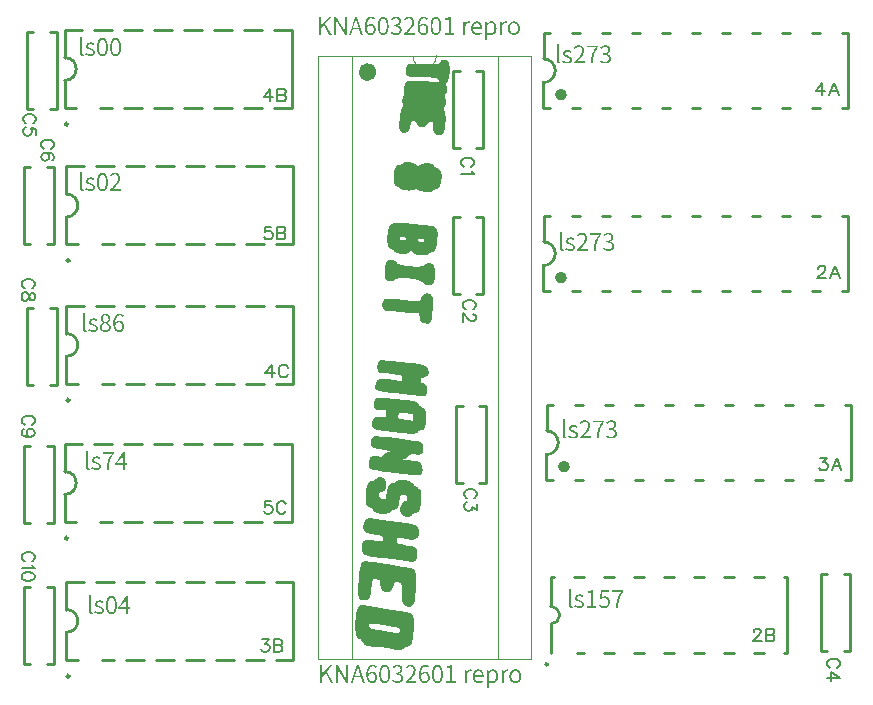
<source format=gto>
G04 Layer: TopSilkscreenLayer*
G04 EasyEDA v6.5.22, 2023-01-18 22:18:13*
G04 60aa5606712246c99b0a00d3d653f430,7be1179030e74d40a97a3c751b95adb4,10*
G04 Gerber Generator version 0.2*
G04 Scale: 100 percent, Rotated: No, Reflected: No *
G04 Dimensions in inches *
G04 leading zeros omitted , absolute positions ,3 integer and 6 decimal *
%FSLAX36Y36*%
%MOIN*%

%ADD10C,0.0060*%
%ADD11C,0.0100*%
%ADD12C,0.0047*%
%ADD13C,0.0300*%
%ADD14C,0.0197*%
%ADD15C,0.0194*%

%LPD*%
G36*
X2770620Y2921700D02*
G01*
X2768720Y2921560D01*
X2766840Y2921200D01*
X2765020Y2920620D01*
X2763279Y2919800D01*
X2761640Y2918800D01*
X2760100Y2917559D01*
X2758700Y2916100D01*
X2757460Y2914440D01*
X2751660Y2905580D01*
X2687840Y2907900D01*
X2673020Y2908220D01*
X2667100Y2908159D01*
X2662100Y2907919D01*
X2657900Y2907500D01*
X2654440Y2906840D01*
X2652960Y2906420D01*
X2651640Y2905920D01*
X2650460Y2905360D01*
X2649400Y2904720D01*
X2648480Y2904020D01*
X2647660Y2903220D01*
X2646940Y2902340D01*
X2646320Y2901380D01*
X2645299Y2899180D01*
X2644540Y2896600D01*
X2643940Y2893600D01*
X2642900Y2886200D01*
X2642520Y2882480D01*
X2642360Y2879180D01*
X2642400Y2877700D01*
X2642760Y2875040D01*
X2643080Y2873840D01*
X2643519Y2872740D01*
X2644060Y2871720D01*
X2644760Y2870779D01*
X2645580Y2869920D01*
X2646540Y2869140D01*
X2647660Y2868420D01*
X2648940Y2867780D01*
X2650400Y2867180D01*
X2653860Y2866180D01*
X2658120Y2865380D01*
X2663220Y2864760D01*
X2669260Y2864260D01*
X2676300Y2863880D01*
X2693620Y2863320D01*
X2715200Y2862760D01*
X2723980Y2862420D01*
X2731160Y2862020D01*
X2736900Y2861540D01*
X2741380Y2860960D01*
X2744800Y2860240D01*
X2746139Y2859820D01*
X2747280Y2859360D01*
X2748240Y2858860D01*
X2749040Y2858320D01*
X2749700Y2857740D01*
X2750240Y2857080D01*
X2750680Y2856380D01*
X2752280Y2853180D01*
X2753240Y2850600D01*
X2753540Y2848600D01*
X2753159Y2847180D01*
X2752080Y2846300D01*
X2750299Y2845920D01*
X2747760Y2846019D01*
X2743580Y2846740D01*
X2737540Y2847440D01*
X2728240Y2848220D01*
X2716580Y2849000D01*
X2703380Y2849700D01*
X2688380Y2850340D01*
X2672460Y2850779D01*
X2665940Y2850800D01*
X2660320Y2850640D01*
X2655520Y2850260D01*
X2653399Y2850000D01*
X2649700Y2849280D01*
X2648100Y2848820D01*
X2646660Y2848279D01*
X2645360Y2847679D01*
X2644200Y2846980D01*
X2643180Y2846220D01*
X2642280Y2845360D01*
X2641500Y2844420D01*
X2640820Y2843399D01*
X2640220Y2842280D01*
X2639320Y2839720D01*
X2638720Y2836760D01*
X2638360Y2833340D01*
X2638000Y2825059D01*
X2637620Y2820120D01*
X2637000Y2814860D01*
X2636180Y2809540D01*
X2635200Y2804440D01*
X2634120Y2799880D01*
X2632559Y2794400D01*
X2631780Y2791220D01*
X2631240Y2788320D01*
X2630899Y2785640D01*
X2630779Y2783180D01*
X2630860Y2780920D01*
X2631160Y2778800D01*
X2632200Y2774840D01*
X2632520Y2772919D01*
X2632600Y2771040D01*
X2632440Y2769160D01*
X2632060Y2767220D01*
X2631420Y2765200D01*
X2630539Y2763020D01*
X2628860Y2759540D01*
X2627820Y2756540D01*
X2626800Y2752640D01*
X2625800Y2748060D01*
X2624860Y2742880D01*
X2623980Y2737280D01*
X2623180Y2731400D01*
X2622500Y2725400D01*
X2621920Y2719380D01*
X2621480Y2713540D01*
X2621200Y2708000D01*
X2621080Y2702880D01*
X2621160Y2698380D01*
X2621420Y2694600D01*
X2622060Y2690840D01*
X2622600Y2688800D01*
X2623240Y2686920D01*
X2623960Y2685200D01*
X2624760Y2683639D01*
X2625640Y2682240D01*
X2626580Y2680980D01*
X2627600Y2679900D01*
X2628660Y2678960D01*
X2629800Y2678159D01*
X2630960Y2677520D01*
X2632180Y2677020D01*
X2633440Y2676680D01*
X2634720Y2676460D01*
X2636040Y2676400D01*
X2637360Y2676460D01*
X2638700Y2676680D01*
X2640040Y2677020D01*
X2641400Y2677500D01*
X2642740Y2678120D01*
X2644080Y2678860D01*
X2645400Y2679740D01*
X2646680Y2680720D01*
X2647960Y2681860D01*
X2649200Y2683100D01*
X2650400Y2684460D01*
X2652640Y2687559D01*
X2653700Y2689280D01*
X2654680Y2691120D01*
X2656420Y2695140D01*
X2657200Y2697300D01*
X2658460Y2701960D01*
X2659440Y2706940D01*
X2660080Y2709200D01*
X2660820Y2711220D01*
X2661660Y2713020D01*
X2662600Y2714560D01*
X2663600Y2715880D01*
X2664660Y2716940D01*
X2665800Y2717780D01*
X2666980Y2718360D01*
X2668180Y2718680D01*
X2669420Y2718780D01*
X2670659Y2718620D01*
X2671920Y2718200D01*
X2673159Y2717520D01*
X2674380Y2716600D01*
X2675580Y2715419D01*
X2676740Y2713980D01*
X2677840Y2712280D01*
X2678900Y2710299D01*
X2680860Y2705960D01*
X2682020Y2704080D01*
X2683380Y2702380D01*
X2684880Y2700899D01*
X2686520Y2699620D01*
X2688279Y2698560D01*
X2690120Y2697700D01*
X2692060Y2697040D01*
X2694040Y2696620D01*
X2696040Y2696400D01*
X2698080Y2696400D01*
X2700100Y2696600D01*
X2702100Y2697040D01*
X2704040Y2697679D01*
X2705920Y2698540D01*
X2707720Y2699640D01*
X2709420Y2700940D01*
X2710980Y2702480D01*
X2712400Y2704240D01*
X2714960Y2708360D01*
X2716320Y2710179D01*
X2717760Y2711680D01*
X2719280Y2712900D01*
X2720899Y2713840D01*
X2722660Y2714480D01*
X2724520Y2714860D01*
X2726560Y2715000D01*
X2734580Y2715000D01*
X2733340Y2699320D01*
X2733200Y2696700D01*
X2733240Y2694160D01*
X2733440Y2691700D01*
X2733780Y2689340D01*
X2734280Y2687080D01*
X2734900Y2684940D01*
X2735659Y2682900D01*
X2736520Y2680980D01*
X2737500Y2679180D01*
X2738580Y2677520D01*
X2739760Y2676000D01*
X2741019Y2674600D01*
X2742360Y2673360D01*
X2743780Y2672280D01*
X2745260Y2671340D01*
X2746780Y2670580D01*
X2748360Y2669980D01*
X2749980Y2669540D01*
X2751620Y2669300D01*
X2753300Y2669240D01*
X2755000Y2669360D01*
X2756680Y2669680D01*
X2758380Y2670220D01*
X2760080Y2670940D01*
X2761740Y2671880D01*
X2763399Y2673039D01*
X2765000Y2674440D01*
X2766580Y2676060D01*
X2767360Y2677040D01*
X2768100Y2678240D01*
X2768820Y2679620D01*
X2769520Y2681200D01*
X2770800Y2684880D01*
X2771960Y2689140D01*
X2772980Y2693880D01*
X2773840Y2699040D01*
X2774560Y2704480D01*
X2775100Y2710100D01*
X2775480Y2715840D01*
X2775680Y2721560D01*
X2775700Y2727200D01*
X2775520Y2732620D01*
X2775140Y2737760D01*
X2774540Y2742480D01*
X2773720Y2746700D01*
X2772679Y2750340D01*
X2771540Y2753680D01*
X2770740Y2756360D01*
X2770299Y2758560D01*
X2770220Y2760440D01*
X2770520Y2762160D01*
X2771200Y2763860D01*
X2772260Y2765700D01*
X2775080Y2769860D01*
X2776180Y2771720D01*
X2777040Y2773500D01*
X2777700Y2775260D01*
X2778100Y2777020D01*
X2778300Y2778860D01*
X2778260Y2780800D01*
X2778000Y2782880D01*
X2777520Y2785160D01*
X2776840Y2787700D01*
X2773660Y2796860D01*
X2772880Y2799380D01*
X2772440Y2801400D01*
X2772380Y2803060D01*
X2772700Y2804480D01*
X2773399Y2805820D01*
X2774520Y2807220D01*
X2776060Y2808800D01*
X2777320Y2810260D01*
X2778399Y2811880D01*
X2779300Y2813639D01*
X2780000Y2815580D01*
X2780500Y2817620D01*
X2780820Y2819800D01*
X2780940Y2822080D01*
X2780860Y2824440D01*
X2780580Y2826880D01*
X2780120Y2829380D01*
X2779440Y2831920D01*
X2777960Y2836380D01*
X2777620Y2838140D01*
X2777580Y2839840D01*
X2777840Y2841560D01*
X2778420Y2843360D01*
X2779340Y2845299D01*
X2780620Y2847460D01*
X2783060Y2851180D01*
X2783780Y2852700D01*
X2784480Y2854460D01*
X2785120Y2856420D01*
X2786280Y2860940D01*
X2787240Y2866060D01*
X2788000Y2871620D01*
X2788560Y2877480D01*
X2788920Y2883460D01*
X2789060Y2889420D01*
X2788980Y2895140D01*
X2788680Y2900520D01*
X2788120Y2905340D01*
X2787340Y2909480D01*
X2786840Y2911240D01*
X2786300Y2912760D01*
X2785680Y2914020D01*
X2785000Y2915000D01*
X2783480Y2916600D01*
X2781840Y2918000D01*
X2780100Y2919160D01*
X2778279Y2920120D01*
X2776400Y2920840D01*
X2774480Y2921340D01*
X2772559Y2921640D01*
G37*
G36*
X2647760Y2580160D02*
G01*
X2645100Y2580040D01*
X2642580Y2579780D01*
X2640179Y2579400D01*
X2637940Y2578880D01*
X2635920Y2578220D01*
X2634120Y2577420D01*
X2629240Y2574320D01*
X2625740Y2572559D01*
X2622460Y2571380D01*
X2619840Y2570940D01*
X2618320Y2570820D01*
X2616840Y2570460D01*
X2615419Y2569880D01*
X2614060Y2569060D01*
X2612760Y2568020D01*
X2611520Y2566780D01*
X2610360Y2565320D01*
X2609260Y2563660D01*
X2608220Y2561820D01*
X2607280Y2559780D01*
X2606400Y2557560D01*
X2605600Y2555160D01*
X2604900Y2552600D01*
X2604280Y2549880D01*
X2603740Y2547000D01*
X2602940Y2540780D01*
X2602540Y2534020D01*
X2644200Y2534020D01*
X2644400Y2534560D01*
X2645820Y2534940D01*
X2648360Y2535120D01*
X2651019Y2535040D01*
X2652720Y2534700D01*
X2653360Y2534180D01*
X2652760Y2533500D01*
X2651220Y2532960D01*
X2649320Y2532740D01*
X2647260Y2532880D01*
X2645320Y2533380D01*
X2644200Y2534020D01*
X2602540Y2534020D01*
X2602500Y2526360D01*
X2602700Y2519420D01*
X2602900Y2516480D01*
X2603180Y2513880D01*
X2603560Y2511600D01*
X2604040Y2509560D01*
X2604620Y2507780D01*
X2605340Y2506220D01*
X2606200Y2504840D01*
X2607220Y2503640D01*
X2608380Y2502540D01*
X2609720Y2501560D01*
X2611240Y2500640D01*
X2612960Y2499780D01*
X2614880Y2498940D01*
X2617580Y2497560D01*
X2620360Y2495740D01*
X2622880Y2493720D01*
X2625820Y2490760D01*
X2627220Y2489840D01*
X2628940Y2489020D01*
X2630940Y2488260D01*
X2633200Y2487600D01*
X2635680Y2487020D01*
X2641120Y2486100D01*
X2644000Y2485780D01*
X2646940Y2485560D01*
X2652860Y2485400D01*
X2655740Y2485460D01*
X2658519Y2485640D01*
X2661180Y2485920D01*
X2663660Y2486300D01*
X2665920Y2486780D01*
X2667940Y2487400D01*
X2669660Y2488100D01*
X2674600Y2491260D01*
X2677160Y2492020D01*
X2679320Y2491220D01*
X2682559Y2487900D01*
X2683800Y2487000D01*
X2685340Y2486140D01*
X2687140Y2485360D01*
X2689140Y2484620D01*
X2691360Y2483940D01*
X2693740Y2483320D01*
X2698880Y2482280D01*
X2704360Y2481520D01*
X2709960Y2481040D01*
X2715440Y2480900D01*
X2720580Y2481060D01*
X2725179Y2481580D01*
X2727180Y2481980D01*
X2728960Y2482480D01*
X2730500Y2483060D01*
X2731760Y2483760D01*
X2735120Y2486640D01*
X2738080Y2488360D01*
X2741180Y2489560D01*
X2745480Y2490180D01*
X2746880Y2490620D01*
X2748240Y2491300D01*
X2749540Y2492220D01*
X2750820Y2493380D01*
X2752020Y2494720D01*
X2753200Y2496280D01*
X2754300Y2498000D01*
X2755340Y2499880D01*
X2756340Y2501920D01*
X2757260Y2504100D01*
X2758120Y2506400D01*
X2759620Y2511280D01*
X2760820Y2516460D01*
X2761680Y2521840D01*
X2762200Y2527280D01*
X2762340Y2532640D01*
X2762280Y2535280D01*
X2762100Y2537860D01*
X2761820Y2540360D01*
X2761440Y2542780D01*
X2760940Y2545080D01*
X2760320Y2547280D01*
X2759600Y2549340D01*
X2758740Y2551260D01*
X2757780Y2553020D01*
X2756680Y2554580D01*
X2754620Y2556840D01*
X2752360Y2558700D01*
X2750179Y2559940D01*
X2746380Y2560920D01*
X2743900Y2562340D01*
X2741200Y2564440D01*
X2737140Y2568480D01*
X2735500Y2569860D01*
X2733720Y2571120D01*
X2731820Y2572240D01*
X2729820Y2573260D01*
X2727700Y2574140D01*
X2725480Y2574900D01*
X2723200Y2575520D01*
X2720860Y2576000D01*
X2718440Y2576380D01*
X2716000Y2576600D01*
X2713540Y2576700D01*
X2711060Y2576640D01*
X2708560Y2576460D01*
X2706080Y2576139D01*
X2703639Y2575680D01*
X2701220Y2575080D01*
X2698840Y2574320D01*
X2696540Y2573420D01*
X2690539Y2570520D01*
X2687540Y2569160D01*
X2685160Y2568320D01*
X2683260Y2568000D01*
X2681700Y2568159D01*
X2680340Y2568840D01*
X2679000Y2570000D01*
X2677600Y2571640D01*
X2676400Y2572880D01*
X2674920Y2574040D01*
X2673159Y2575100D01*
X2671180Y2576080D01*
X2668980Y2576960D01*
X2666600Y2577740D01*
X2664080Y2578420D01*
X2658759Y2579460D01*
X2656000Y2579800D01*
X2653220Y2580040D01*
X2650460Y2580160D01*
G37*
G36*
X2613740Y2377100D02*
G01*
X2609280Y2377000D01*
X2605299Y2376700D01*
X2601780Y2376180D01*
X2598639Y2375440D01*
X2595899Y2374440D01*
X2594660Y2373840D01*
X2592440Y2372420D01*
X2590520Y2370680D01*
X2588880Y2368640D01*
X2588159Y2367500D01*
X2586880Y2364940D01*
X2585800Y2362000D01*
X2584900Y2358680D01*
X2584140Y2354960D01*
X2583500Y2350800D01*
X2582420Y2341160D01*
X2581440Y2329560D01*
X2581193Y2325240D01*
X2622320Y2325240D01*
X2622520Y2327000D01*
X2623100Y2328420D01*
X2624100Y2329480D01*
X2625500Y2330200D01*
X2627340Y2330580D01*
X2629620Y2330600D01*
X2632380Y2330320D01*
X2635580Y2329680D01*
X2638800Y2328780D01*
X2641320Y2327760D01*
X2643120Y2326640D01*
X2644180Y2325420D01*
X2644500Y2324140D01*
X2644080Y2322840D01*
X2642880Y2321520D01*
X2640899Y2320200D01*
X2639438Y2319740D01*
X2684340Y2319740D01*
X2684880Y2322160D01*
X2686600Y2323800D01*
X2689680Y2324720D01*
X2694260Y2325000D01*
X2698820Y2324720D01*
X2701900Y2323800D01*
X2703620Y2322160D01*
X2704180Y2319740D01*
X2703620Y2317300D01*
X2701900Y2315680D01*
X2698820Y2314760D01*
X2694260Y2314460D01*
X2689680Y2314760D01*
X2686600Y2315680D01*
X2684880Y2317300D01*
X2684340Y2319740D01*
X2639438Y2319740D01*
X2638740Y2319520D01*
X2636000Y2319360D01*
X2632960Y2319660D01*
X2629840Y2320320D01*
X2626960Y2321280D01*
X2624560Y2322460D01*
X2622940Y2323820D01*
X2622320Y2325240D01*
X2581193Y2325240D01*
X2581120Y2322800D01*
X2581139Y2319600D01*
X2581280Y2316500D01*
X2581520Y2313560D01*
X2581860Y2310740D01*
X2582320Y2308060D01*
X2582860Y2305540D01*
X2583519Y2303180D01*
X2584280Y2301000D01*
X2585120Y2298980D01*
X2586060Y2297140D01*
X2587080Y2295500D01*
X2588200Y2294040D01*
X2589400Y2292800D01*
X2590659Y2291760D01*
X2592020Y2290940D01*
X2593440Y2290360D01*
X2594940Y2290000D01*
X2596520Y2289860D01*
X2598380Y2289380D01*
X2600380Y2288080D01*
X2602280Y2286160D01*
X2604640Y2282580D01*
X2605760Y2281420D01*
X2607160Y2280360D01*
X2608820Y2279380D01*
X2610720Y2278460D01*
X2612799Y2277660D01*
X2615059Y2276920D01*
X2617480Y2276280D01*
X2622660Y2275280D01*
X2625360Y2274920D01*
X2628120Y2274660D01*
X2633660Y2274440D01*
X2636400Y2274480D01*
X2639080Y2274640D01*
X2641680Y2274900D01*
X2644160Y2275260D01*
X2646520Y2275740D01*
X2648700Y2276340D01*
X2650700Y2277040D01*
X2652480Y2277860D01*
X2654020Y2278800D01*
X2655299Y2279880D01*
X2657580Y2282140D01*
X2659360Y2283740D01*
X2660740Y2284700D01*
X2661880Y2284980D01*
X2662880Y2284600D01*
X2663900Y2283560D01*
X2665040Y2281820D01*
X2666460Y2279420D01*
X2667340Y2278180D01*
X2668540Y2277000D01*
X2670040Y2275900D01*
X2671780Y2274860D01*
X2673759Y2273880D01*
X2675940Y2272980D01*
X2678279Y2272160D01*
X2680760Y2271420D01*
X2683360Y2270760D01*
X2688800Y2269720D01*
X2694360Y2269060D01*
X2697120Y2268860D01*
X2699820Y2268780D01*
X2702420Y2268820D01*
X2704920Y2268960D01*
X2707300Y2269200D01*
X2709480Y2269580D01*
X2711480Y2270080D01*
X2713260Y2270680D01*
X2714780Y2271440D01*
X2716019Y2272320D01*
X2719100Y2275540D01*
X2722080Y2277540D01*
X2725500Y2279080D01*
X2731860Y2280580D01*
X2733200Y2281080D01*
X2734460Y2281680D01*
X2735659Y2282420D01*
X2736780Y2283280D01*
X2737840Y2284260D01*
X2738860Y2285380D01*
X2739800Y2286660D01*
X2740680Y2288060D01*
X2741500Y2289620D01*
X2742280Y2291340D01*
X2743000Y2293200D01*
X2744280Y2297440D01*
X2745380Y2302340D01*
X2746300Y2307980D01*
X2747040Y2314360D01*
X2747660Y2321520D01*
X2748500Y2336820D01*
X2748639Y2342520D01*
X2748540Y2347000D01*
X2748200Y2350540D01*
X2747559Y2353360D01*
X2746600Y2355780D01*
X2745320Y2358020D01*
X2743340Y2360780D01*
X2742480Y2361740D01*
X2741500Y2362620D01*
X2740360Y2363420D01*
X2738960Y2364160D01*
X2737260Y2364860D01*
X2735179Y2365520D01*
X2732679Y2366140D01*
X2729680Y2366740D01*
X2721920Y2367940D01*
X2711400Y2369180D01*
X2697620Y2370560D01*
X2640400Y2375640D01*
X2627120Y2376620D01*
X2621360Y2376920D01*
G37*
G36*
X2593600Y2255260D02*
G01*
X2591640Y2255100D01*
X2589740Y2254780D01*
X2587880Y2254280D01*
X2586080Y2253620D01*
X2584400Y2252800D01*
X2582820Y2251800D01*
X2581380Y2250640D01*
X2580100Y2249300D01*
X2578980Y2247800D01*
X2578220Y2246420D01*
X2577520Y2244720D01*
X2576840Y2242720D01*
X2576220Y2240480D01*
X2575140Y2235340D01*
X2574240Y2229540D01*
X2573560Y2223320D01*
X2573120Y2216920D01*
X2572900Y2210600D01*
X2572940Y2204600D01*
X2573260Y2199140D01*
X2573840Y2194500D01*
X2574260Y2192560D01*
X2574720Y2190900D01*
X2575280Y2189580D01*
X2575920Y2188600D01*
X2577320Y2187160D01*
X2578900Y2185900D01*
X2580640Y2184820D01*
X2582500Y2183920D01*
X2584480Y2183220D01*
X2586520Y2182720D01*
X2588620Y2182380D01*
X2590740Y2182240D01*
X2592860Y2182300D01*
X2594960Y2182540D01*
X2597020Y2182960D01*
X2598980Y2183580D01*
X2600860Y2184400D01*
X2602620Y2185400D01*
X2604220Y2186600D01*
X2606420Y2188700D01*
X2607400Y2189380D01*
X2608560Y2189980D01*
X2609900Y2190540D01*
X2613080Y2191480D01*
X2616880Y2192240D01*
X2621200Y2192780D01*
X2625960Y2193120D01*
X2631100Y2193300D01*
X2636520Y2193280D01*
X2642180Y2193100D01*
X2647980Y2192760D01*
X2653840Y2192260D01*
X2659700Y2191620D01*
X2665460Y2190840D01*
X2671080Y2189920D01*
X2676440Y2188880D01*
X2681500Y2187720D01*
X2686160Y2186440D01*
X2690360Y2185060D01*
X2694020Y2183600D01*
X2697060Y2182040D01*
X2698320Y2181240D01*
X2699380Y2180400D01*
X2700280Y2179560D01*
X2702240Y2177000D01*
X2703780Y2175500D01*
X2705520Y2174160D01*
X2707440Y2173020D01*
X2709480Y2172060D01*
X2711640Y2171280D01*
X2713880Y2170720D01*
X2716180Y2170340D01*
X2718480Y2170160D01*
X2720760Y2170180D01*
X2723000Y2170420D01*
X2725160Y2170880D01*
X2727200Y2171540D01*
X2729100Y2172440D01*
X2730840Y2173560D01*
X2732360Y2174900D01*
X2733360Y2176080D01*
X2734320Y2177480D01*
X2735220Y2179040D01*
X2736040Y2180780D01*
X2737500Y2184740D01*
X2738140Y2186900D01*
X2739220Y2191580D01*
X2740020Y2196560D01*
X2740560Y2201780D01*
X2740820Y2207080D01*
X2740779Y2212340D01*
X2740460Y2217480D01*
X2739860Y2222340D01*
X2739440Y2224640D01*
X2738940Y2226820D01*
X2737720Y2230800D01*
X2736980Y2232560D01*
X2736180Y2234160D01*
X2735280Y2235560D01*
X2733800Y2237460D01*
X2732220Y2239120D01*
X2730539Y2240540D01*
X2728759Y2241720D01*
X2726920Y2242680D01*
X2725020Y2243380D01*
X2723080Y2243860D01*
X2721120Y2244080D01*
X2719140Y2244080D01*
X2717160Y2243840D01*
X2715179Y2243340D01*
X2713240Y2242600D01*
X2711340Y2241620D01*
X2709500Y2240400D01*
X2707720Y2238940D01*
X2705240Y2236500D01*
X2704260Y2235840D01*
X2703100Y2235220D01*
X2701740Y2234660D01*
X2698540Y2233700D01*
X2694720Y2232940D01*
X2690380Y2232400D01*
X2685600Y2232040D01*
X2680440Y2231860D01*
X2674980Y2231860D01*
X2669320Y2232040D01*
X2663500Y2232360D01*
X2657640Y2232860D01*
X2651800Y2233500D01*
X2646040Y2234260D01*
X2640480Y2235180D01*
X2635160Y2236200D01*
X2630160Y2237360D01*
X2625600Y2238620D01*
X2621500Y2239980D01*
X2617980Y2241440D01*
X2615100Y2242980D01*
X2613920Y2243780D01*
X2612940Y2244600D01*
X2612160Y2245440D01*
X2610580Y2247900D01*
X2609380Y2249360D01*
X2608020Y2250660D01*
X2606520Y2251780D01*
X2604880Y2252760D01*
X2603159Y2253580D01*
X2601340Y2254240D01*
X2599440Y2254740D01*
X2597520Y2255080D01*
X2595560Y2255240D01*
G37*
G36*
X2715360Y2142300D02*
G01*
X2713580Y2142280D01*
X2711780Y2142140D01*
X2710000Y2141840D01*
X2708240Y2141420D01*
X2706500Y2140840D01*
X2704800Y2140160D01*
X2703159Y2139340D01*
X2701580Y2138400D01*
X2700080Y2137340D01*
X2698660Y2136180D01*
X2697340Y2134900D01*
X2696120Y2133520D01*
X2695040Y2132040D01*
X2694100Y2130460D01*
X2693279Y2128800D01*
X2692640Y2127060D01*
X2692160Y2125220D01*
X2691880Y2123320D01*
X2691780Y2121340D01*
X2691660Y2120460D01*
X2691280Y2119720D01*
X2690620Y2119120D01*
X2689620Y2118640D01*
X2688260Y2118280D01*
X2686480Y2118040D01*
X2684260Y2117920D01*
X2678320Y2118020D01*
X2670140Y2118560D01*
X2631300Y2121780D01*
X2615920Y2122900D01*
X2603120Y2123680D01*
X2592700Y2124100D01*
X2584440Y2124180D01*
X2581080Y2124100D01*
X2575680Y2123680D01*
X2573600Y2123340D01*
X2571920Y2122920D01*
X2570580Y2122420D01*
X2569580Y2121840D01*
X2568880Y2121160D01*
X2567360Y2118360D01*
X2566300Y2115940D01*
X2565440Y2113520D01*
X2564780Y2111100D01*
X2564360Y2108720D01*
X2564120Y2106380D01*
X2564120Y2104060D01*
X2564300Y2101780D01*
X2564720Y2099540D01*
X2565340Y2097360D01*
X2566180Y2095260D01*
X2567220Y2093200D01*
X2568600Y2090820D01*
X2569940Y2088920D01*
X2570680Y2088100D01*
X2571520Y2087380D01*
X2572480Y2086720D01*
X2573620Y2086140D01*
X2574960Y2085600D01*
X2576560Y2085120D01*
X2580600Y2084259D01*
X2586040Y2083460D01*
X2593159Y2082640D01*
X2629140Y2079199D01*
X2649960Y2077060D01*
X2661320Y2076420D01*
X2686019Y2075540D01*
X2689700Y2058260D01*
X2690340Y2055540D01*
X2691019Y2053260D01*
X2691780Y2051360D01*
X2692720Y2049780D01*
X2693880Y2048480D01*
X2695360Y2047340D01*
X2697240Y2046339D01*
X2699560Y2045380D01*
X2702420Y2044420D01*
X2710020Y2042200D01*
X2713100Y2041519D01*
X2714520Y2041380D01*
X2715880Y2041380D01*
X2717180Y2041519D01*
X2718399Y2041800D01*
X2719540Y2042240D01*
X2720640Y2042840D01*
X2721680Y2043600D01*
X2722640Y2044540D01*
X2723560Y2045640D01*
X2724420Y2046920D01*
X2725240Y2048380D01*
X2726000Y2050020D01*
X2727380Y2053899D01*
X2728580Y2058580D01*
X2729620Y2064100D01*
X2730520Y2070520D01*
X2731300Y2077880D01*
X2731960Y2086180D01*
X2732540Y2095500D01*
X2733039Y2105480D01*
X2733340Y2113300D01*
X2733420Y2119320D01*
X2733220Y2123920D01*
X2733020Y2125780D01*
X2732360Y2128880D01*
X2731900Y2130220D01*
X2731360Y2131440D01*
X2729980Y2133800D01*
X2729140Y2135040D01*
X2727960Y2136540D01*
X2726660Y2137860D01*
X2725240Y2139000D01*
X2723759Y2139960D01*
X2722180Y2140760D01*
X2720539Y2141380D01*
X2718860Y2141840D01*
X2717120Y2142140D01*
G37*
G36*
X2563440Y1920260D02*
G01*
X2561040Y1920180D01*
X2558960Y1919820D01*
X2557140Y1919180D01*
X2555520Y1918240D01*
X2554060Y1917000D01*
X2552660Y1915420D01*
X2551660Y1913899D01*
X2550760Y1912140D01*
X2549980Y1910160D01*
X2549340Y1908000D01*
X2548820Y1905720D01*
X2548420Y1903340D01*
X2548160Y1900900D01*
X2548020Y1898420D01*
X2548020Y1895960D01*
X2548140Y1893560D01*
X2548400Y1891240D01*
X2548780Y1889040D01*
X2549300Y1887000D01*
X2549960Y1885180D01*
X2550760Y1883580D01*
X2551700Y1882240D01*
X2553200Y1880580D01*
X2553980Y1879880D01*
X2554840Y1879280D01*
X2555840Y1878740D01*
X2557040Y1878240D01*
X2558500Y1877800D01*
X2560280Y1877380D01*
X2565000Y1876600D01*
X2571640Y1875820D01*
X2602720Y1872900D01*
X2611000Y1872020D01*
X2617559Y1871140D01*
X2622600Y1870200D01*
X2626320Y1869100D01*
X2627720Y1868460D01*
X2628880Y1867780D01*
X2629800Y1867000D01*
X2630520Y1866160D01*
X2631040Y1865220D01*
X2631400Y1864180D01*
X2631600Y1863020D01*
X2631700Y1861759D01*
X2631640Y1858820D01*
X2631420Y1855980D01*
X2631080Y1853860D01*
X2630460Y1852360D01*
X2629440Y1851440D01*
X2627900Y1851000D01*
X2625659Y1850980D01*
X2622640Y1851300D01*
X2604600Y1854100D01*
X2596240Y1855260D01*
X2588660Y1856180D01*
X2581800Y1856879D01*
X2575640Y1857320D01*
X2570140Y1857500D01*
X2565240Y1857440D01*
X2560940Y1857100D01*
X2558980Y1856840D01*
X2555480Y1856100D01*
X2553900Y1855620D01*
X2552460Y1855080D01*
X2551120Y1854460D01*
X2549880Y1853760D01*
X2548740Y1853000D01*
X2547720Y1852160D01*
X2545920Y1850260D01*
X2544460Y1848060D01*
X2543840Y1846840D01*
X2542820Y1844160D01*
X2542020Y1841160D01*
X2541140Y1836000D01*
X2540900Y1833839D01*
X2540820Y1831840D01*
X2540900Y1829960D01*
X2541200Y1828240D01*
X2541720Y1826620D01*
X2542520Y1825120D01*
X2543620Y1823720D01*
X2545040Y1822420D01*
X2546820Y1821200D01*
X2548980Y1820040D01*
X2551560Y1818959D01*
X2554580Y1817920D01*
X2558080Y1816920D01*
X2562080Y1815940D01*
X2566620Y1814980D01*
X2577440Y1813100D01*
X2590740Y1811180D01*
X2606780Y1809120D01*
X2691660Y1799180D01*
X2694200Y1799019D01*
X2696560Y1798980D01*
X2698759Y1799079D01*
X2700779Y1799300D01*
X2702640Y1799660D01*
X2704340Y1800160D01*
X2705899Y1800800D01*
X2707300Y1801579D01*
X2708560Y1802520D01*
X2709660Y1803620D01*
X2710640Y1804880D01*
X2711480Y1806300D01*
X2712200Y1807900D01*
X2712799Y1809660D01*
X2713279Y1811579D01*
X2713639Y1813700D01*
X2713900Y1816000D01*
X2714100Y1821160D01*
X2713940Y1824160D01*
X2713540Y1827040D01*
X2712880Y1829780D01*
X2711980Y1832380D01*
X2710860Y1834780D01*
X2709560Y1836940D01*
X2708100Y1838880D01*
X2706480Y1840520D01*
X2704740Y1841840D01*
X2702880Y1842840D01*
X2700940Y1843440D01*
X2698920Y1843660D01*
X2697360Y1844060D01*
X2695899Y1845140D01*
X2694600Y1846759D01*
X2693540Y1848779D01*
X2692780Y1851020D01*
X2692380Y1853320D01*
X2692420Y1855560D01*
X2692940Y1857560D01*
X2694200Y1858800D01*
X2696700Y1860160D01*
X2700100Y1861459D01*
X2706120Y1863120D01*
X2708060Y1863880D01*
X2709840Y1864780D01*
X2711480Y1865860D01*
X2712960Y1867080D01*
X2714300Y1868420D01*
X2715460Y1869900D01*
X2716480Y1871480D01*
X2717320Y1873180D01*
X2717980Y1874960D01*
X2718480Y1876840D01*
X2718800Y1878779D01*
X2718960Y1880800D01*
X2718920Y1882880D01*
X2718700Y1885000D01*
X2718279Y1887140D01*
X2717679Y1889319D01*
X2716900Y1891519D01*
X2715899Y1893720D01*
X2714720Y1895920D01*
X2713680Y1897340D01*
X2712320Y1898680D01*
X2711520Y1899340D01*
X2709600Y1900560D01*
X2707280Y1901720D01*
X2704540Y1902820D01*
X2701340Y1903860D01*
X2697679Y1904860D01*
X2693500Y1905800D01*
X2688780Y1906720D01*
X2683519Y1907600D01*
X2671200Y1909280D01*
X2656340Y1910900D01*
X2623639Y1913880D01*
X2598580Y1916279D01*
X2580480Y1918240D01*
X2566200Y1920100D01*
G37*
G36*
X2559560Y1794400D02*
G01*
X2555680Y1794259D01*
X2552320Y1793980D01*
X2549440Y1793540D01*
X2547020Y1792940D01*
X2544980Y1792180D01*
X2543280Y1791240D01*
X2541900Y1790140D01*
X2540740Y1788880D01*
X2539800Y1787440D01*
X2538200Y1784120D01*
X2537240Y1781660D01*
X2536460Y1779280D01*
X2535880Y1776980D01*
X2535500Y1774740D01*
X2535300Y1772620D01*
X2535280Y1770560D01*
X2535460Y1768600D01*
X2535820Y1766740D01*
X2536380Y1764980D01*
X2537100Y1763320D01*
X2538000Y1761759D01*
X2539080Y1760320D01*
X2540340Y1758980D01*
X2541780Y1757760D01*
X2543380Y1756639D01*
X2545140Y1755640D01*
X2547080Y1754780D01*
X2549180Y1754040D01*
X2551440Y1753420D01*
X2553860Y1752940D01*
X2556440Y1752580D01*
X2559180Y1752380D01*
X2562080Y1752300D01*
X2577620Y1752300D01*
X2576340Y1730060D01*
X2555180Y1730980D01*
X2552380Y1730980D01*
X2549780Y1730880D01*
X2547360Y1730660D01*
X2545140Y1730340D01*
X2542334Y1729700D01*
X2617460Y1729700D01*
X2617600Y1731639D01*
X2618440Y1736800D01*
X2619020Y1739800D01*
X2619640Y1742060D01*
X2620480Y1743640D01*
X2621660Y1744620D01*
X2623340Y1745060D01*
X2625700Y1745060D01*
X2628860Y1744700D01*
X2635800Y1743580D01*
X2642000Y1742800D01*
X2648340Y1742200D01*
X2654040Y1741840D01*
X2659860Y1741759D01*
X2662460Y1741560D01*
X2664340Y1741080D01*
X2665600Y1740160D01*
X2666380Y1738680D01*
X2666780Y1736480D01*
X2666940Y1733440D01*
X2666940Y1725740D01*
X2666800Y1722900D01*
X2666500Y1720800D01*
X2666040Y1719379D01*
X2665340Y1718560D01*
X2664360Y1718220D01*
X2663060Y1718300D01*
X2659900Y1719100D01*
X2655100Y1720000D01*
X2648600Y1721020D01*
X2641139Y1722000D01*
X2632400Y1722980D01*
X2625020Y1723959D01*
X2622400Y1724480D01*
X2620419Y1725120D01*
X2619020Y1725900D01*
X2618100Y1726879D01*
X2617600Y1728140D01*
X2617460Y1729700D01*
X2542334Y1729700D01*
X2541220Y1729379D01*
X2539520Y1728700D01*
X2537980Y1727900D01*
X2536620Y1726980D01*
X2535400Y1725940D01*
X2534320Y1724740D01*
X2533400Y1723420D01*
X2532620Y1721940D01*
X2531960Y1720320D01*
X2531440Y1718540D01*
X2531060Y1716620D01*
X2530780Y1714520D01*
X2530620Y1712280D01*
X2530580Y1707960D01*
X2530700Y1704500D01*
X2531000Y1701420D01*
X2531240Y1700040D01*
X2531980Y1697500D01*
X2532480Y1696360D01*
X2533080Y1695280D01*
X2533780Y1694280D01*
X2534620Y1693340D01*
X2535560Y1692480D01*
X2536660Y1691660D01*
X2537900Y1690900D01*
X2539300Y1690180D01*
X2542600Y1688880D01*
X2546620Y1687740D01*
X2551440Y1686699D01*
X2557140Y1685740D01*
X2563780Y1684820D01*
X2571440Y1683899D01*
X2603360Y1680680D01*
X2626139Y1678240D01*
X2634000Y1677300D01*
X2645080Y1675580D01*
X2651300Y1674800D01*
X2657020Y1674340D01*
X2662240Y1674180D01*
X2666900Y1674340D01*
X2670980Y1674780D01*
X2672780Y1675120D01*
X2674420Y1675540D01*
X2675880Y1676020D01*
X2677180Y1676579D01*
X2678300Y1677220D01*
X2679240Y1677920D01*
X2679980Y1678700D01*
X2682360Y1681940D01*
X2684960Y1683839D01*
X2688080Y1685100D01*
X2691420Y1685560D01*
X2693500Y1685680D01*
X2695440Y1686040D01*
X2697280Y1686660D01*
X2698980Y1687500D01*
X2700560Y1688600D01*
X2702020Y1689920D01*
X2703340Y1691459D01*
X2704540Y1693240D01*
X2705600Y1695220D01*
X2706520Y1697440D01*
X2707320Y1699880D01*
X2707960Y1702520D01*
X2708480Y1705360D01*
X2708840Y1708420D01*
X2709060Y1711680D01*
X2709300Y1724600D01*
X2709560Y1730060D01*
X2709920Y1734079D01*
X2710380Y1737840D01*
X2710320Y1741180D01*
X2709980Y1744960D01*
X2709400Y1748700D01*
X2708860Y1750820D01*
X2708060Y1752840D01*
X2707020Y1754720D01*
X2705740Y1756519D01*
X2704220Y1758180D01*
X2702440Y1759740D01*
X2700419Y1761200D01*
X2696100Y1763740D01*
X2693960Y1765200D01*
X2691820Y1766819D01*
X2689700Y1768580D01*
X2687679Y1770400D01*
X2685820Y1772260D01*
X2684180Y1774079D01*
X2682840Y1775820D01*
X2680160Y1778980D01*
X2677120Y1781579D01*
X2674080Y1783340D01*
X2671420Y1784019D01*
X2667340Y1784319D01*
X2648500Y1786200D01*
X2601259Y1791420D01*
X2585000Y1793020D01*
X2571960Y1794019D01*
X2566520Y1794280D01*
G37*
G36*
X2542380Y1666960D02*
G01*
X2540300Y1666780D01*
X2538380Y1666459D01*
X2536640Y1665940D01*
X2535040Y1665240D01*
X2533600Y1664360D01*
X2532300Y1663300D01*
X2531160Y1662020D01*
X2530140Y1660560D01*
X2529240Y1658880D01*
X2528460Y1657000D01*
X2527800Y1654900D01*
X2527240Y1652580D01*
X2526780Y1650040D01*
X2526240Y1645460D01*
X2526120Y1643380D01*
X2526140Y1641440D01*
X2526300Y1639620D01*
X2526580Y1637920D01*
X2527020Y1636339D01*
X2527600Y1634880D01*
X2528360Y1633520D01*
X2529280Y1632260D01*
X2530400Y1631080D01*
X2531680Y1630000D01*
X2533180Y1628980D01*
X2534880Y1628040D01*
X2536780Y1627180D01*
X2538920Y1626380D01*
X2541280Y1625620D01*
X2546720Y1624259D01*
X2549800Y1623620D01*
X2556800Y1622460D01*
X2570440Y1620600D01*
X2575539Y1619760D01*
X2580160Y1618860D01*
X2584220Y1617940D01*
X2587700Y1617000D01*
X2590500Y1616100D01*
X2592620Y1615220D01*
X2593399Y1614820D01*
X2594360Y1614060D01*
X2594540Y1613720D01*
X2594500Y1613400D01*
X2594240Y1613140D01*
X2593020Y1612680D01*
X2590840Y1612420D01*
X2587660Y1612340D01*
X2581080Y1612480D01*
X2579000Y1612280D01*
X2577140Y1611800D01*
X2575460Y1611080D01*
X2573940Y1610060D01*
X2572540Y1608740D01*
X2571220Y1607120D01*
X2569000Y1603500D01*
X2568060Y1602120D01*
X2567080Y1600980D01*
X2566040Y1600080D01*
X2564840Y1599400D01*
X2563440Y1598940D01*
X2561780Y1598660D01*
X2559800Y1598580D01*
X2557440Y1598640D01*
X2551320Y1599220D01*
X2544560Y1600040D01*
X2539440Y1600420D01*
X2537200Y1600460D01*
X2535140Y1600360D01*
X2533260Y1600160D01*
X2531560Y1599800D01*
X2530000Y1599319D01*
X2528600Y1598680D01*
X2527320Y1597880D01*
X2526180Y1596940D01*
X2525140Y1595800D01*
X2524220Y1594500D01*
X2523380Y1593000D01*
X2522640Y1591300D01*
X2521960Y1589400D01*
X2521340Y1587300D01*
X2520240Y1582420D01*
X2519540Y1578360D01*
X2519200Y1575900D01*
X2519000Y1573620D01*
X2518940Y1571480D01*
X2519060Y1569480D01*
X2519360Y1567600D01*
X2519900Y1565840D01*
X2520680Y1564199D01*
X2521720Y1562660D01*
X2523060Y1561200D01*
X2524700Y1559860D01*
X2526700Y1558580D01*
X2529060Y1557380D01*
X2531800Y1556220D01*
X2534940Y1555140D01*
X2538540Y1554100D01*
X2542580Y1553100D01*
X2547100Y1552120D01*
X2557700Y1550240D01*
X2570520Y1548380D01*
X2585740Y1546480D01*
X2603560Y1544460D01*
X2638720Y1540740D01*
X2661100Y1538160D01*
X2669980Y1537020D01*
X2679500Y1535640D01*
X2681600Y1535500D01*
X2683600Y1535560D01*
X2685480Y1535780D01*
X2687240Y1536180D01*
X2688900Y1536740D01*
X2690440Y1537480D01*
X2691840Y1538360D01*
X2693140Y1539400D01*
X2694280Y1540600D01*
X2695320Y1541960D01*
X2696220Y1543460D01*
X2696980Y1545100D01*
X2697600Y1546879D01*
X2698060Y1548779D01*
X2698399Y1550840D01*
X2698580Y1553020D01*
X2698620Y1555340D01*
X2698500Y1557760D01*
X2698220Y1560320D01*
X2697760Y1563180D01*
X2697160Y1565840D01*
X2696440Y1568320D01*
X2695580Y1570620D01*
X2694580Y1572720D01*
X2693440Y1574640D01*
X2692180Y1576380D01*
X2690760Y1577940D01*
X2689200Y1579300D01*
X2687500Y1580500D01*
X2685659Y1581540D01*
X2683660Y1582380D01*
X2681500Y1583060D01*
X2679200Y1583580D01*
X2676740Y1583920D01*
X2664840Y1584660D01*
X2661440Y1585040D01*
X2658759Y1585620D01*
X2655920Y1586040D01*
X2651720Y1586500D01*
X2637100Y1587600D01*
X2635160Y1587880D01*
X2634220Y1588200D01*
X2634200Y1588600D01*
X2635040Y1589120D01*
X2641000Y1591339D01*
X2642840Y1592260D01*
X2644740Y1593380D01*
X2646620Y1594620D01*
X2648440Y1595980D01*
X2650120Y1597400D01*
X2651620Y1598860D01*
X2654020Y1601660D01*
X2655140Y1602820D01*
X2656320Y1603800D01*
X2657580Y1604580D01*
X2658980Y1605200D01*
X2660560Y1605660D01*
X2662340Y1605960D01*
X2664420Y1606120D01*
X2669540Y1606060D01*
X2682200Y1605140D01*
X2687160Y1605120D01*
X2689300Y1605260D01*
X2691220Y1605520D01*
X2692940Y1605900D01*
X2694480Y1606420D01*
X2695840Y1607100D01*
X2697020Y1607920D01*
X2698039Y1608880D01*
X2698920Y1610020D01*
X2699660Y1611339D01*
X2700260Y1612840D01*
X2700740Y1614540D01*
X2701100Y1616440D01*
X2701380Y1618540D01*
X2701660Y1623400D01*
X2701700Y1626180D01*
X2701620Y1629740D01*
X2701420Y1632860D01*
X2701040Y1635540D01*
X2700480Y1637860D01*
X2699720Y1639880D01*
X2698759Y1641660D01*
X2697559Y1643240D01*
X2696120Y1644700D01*
X2695160Y1645400D01*
X2693840Y1646120D01*
X2692180Y1646840D01*
X2688039Y1648240D01*
X2685620Y1648940D01*
X2680220Y1650200D01*
X2674320Y1651260D01*
X2668200Y1652080D01*
X2655940Y1653440D01*
X2645260Y1654740D01*
X2632820Y1656500D01*
X2610360Y1659240D01*
X2584740Y1662160D01*
X2563440Y1664680D01*
X2547100Y1666780D01*
X2544660Y1666940D01*
G37*
G36*
X2557260Y1529800D02*
G01*
X2555220Y1529720D01*
X2553200Y1529480D01*
X2551200Y1529040D01*
X2549280Y1528420D01*
X2547420Y1527600D01*
X2545640Y1526600D01*
X2544000Y1525400D01*
X2540980Y1522560D01*
X2539340Y1521240D01*
X2537600Y1520040D01*
X2535820Y1518980D01*
X2534040Y1518120D01*
X2532320Y1517460D01*
X2530740Y1517060D01*
X2527660Y1516800D01*
X2526080Y1516500D01*
X2524560Y1516000D01*
X2523120Y1515280D01*
X2521740Y1514360D01*
X2520440Y1513260D01*
X2519200Y1511940D01*
X2518040Y1510400D01*
X2516940Y1508680D01*
X2515900Y1506759D01*
X2514940Y1504640D01*
X2514040Y1502300D01*
X2513220Y1499760D01*
X2512460Y1497040D01*
X2511780Y1494100D01*
X2510600Y1487620D01*
X2510120Y1484079D01*
X2509380Y1476399D01*
X2508820Y1467680D01*
X2508580Y1460160D01*
X2508580Y1456800D01*
X2508860Y1450880D01*
X2509140Y1448260D01*
X2509520Y1445880D01*
X2510000Y1443720D01*
X2510580Y1441740D01*
X2511280Y1439960D01*
X2512080Y1438340D01*
X2512980Y1436900D01*
X2514020Y1435600D01*
X2515160Y1434440D01*
X2516440Y1433400D01*
X2517840Y1432480D01*
X2519360Y1431660D01*
X2522920Y1430040D01*
X2524880Y1428880D01*
X2526840Y1427520D01*
X2528740Y1425980D01*
X2530540Y1424340D01*
X2532160Y1422620D01*
X2533540Y1420880D01*
X2535540Y1417880D01*
X2536680Y1416680D01*
X2538040Y1415520D01*
X2539600Y1414460D01*
X2541360Y1413460D01*
X2543300Y1412540D01*
X2547620Y1410920D01*
X2549960Y1410240D01*
X2552400Y1409640D01*
X2557520Y1408700D01*
X2562799Y1408100D01*
X2568120Y1407860D01*
X2570740Y1407880D01*
X2575820Y1408200D01*
X2578240Y1408500D01*
X2580560Y1408899D01*
X2582740Y1409420D01*
X2584800Y1410020D01*
X2586700Y1410720D01*
X2588420Y1411540D01*
X2589940Y1412460D01*
X2591240Y1413480D01*
X2593660Y1416100D01*
X2595160Y1417500D01*
X2596800Y1418760D01*
X2598500Y1419860D01*
X2600220Y1420780D01*
X2601900Y1421459D01*
X2603500Y1421900D01*
X2606640Y1422160D01*
X2608240Y1422520D01*
X2609760Y1423120D01*
X2611200Y1423959D01*
X2612559Y1425040D01*
X2613820Y1426360D01*
X2615020Y1427900D01*
X2616120Y1429700D01*
X2617140Y1431720D01*
X2618080Y1433980D01*
X2618920Y1436480D01*
X2619700Y1439199D01*
X2620380Y1442160D01*
X2621480Y1448800D01*
X2622440Y1457300D01*
X2623000Y1461200D01*
X2623620Y1464240D01*
X2624360Y1466560D01*
X2625280Y1468240D01*
X2626380Y1469400D01*
X2627760Y1470160D01*
X2629420Y1470640D01*
X2632240Y1471100D01*
X2634820Y1471240D01*
X2637160Y1471120D01*
X2639240Y1470700D01*
X2641080Y1469980D01*
X2642679Y1468980D01*
X2644040Y1467680D01*
X2645160Y1466100D01*
X2646019Y1464240D01*
X2646640Y1462080D01*
X2647000Y1459640D01*
X2647120Y1456900D01*
X2646940Y1452600D01*
X2646420Y1449700D01*
X2645600Y1448300D01*
X2644500Y1448520D01*
X2643140Y1449480D01*
X2641680Y1450000D01*
X2640200Y1450160D01*
X2638680Y1449940D01*
X2637140Y1449360D01*
X2635600Y1448500D01*
X2634100Y1447340D01*
X2632620Y1445920D01*
X2631200Y1444259D01*
X2629860Y1442380D01*
X2628600Y1440340D01*
X2627460Y1438120D01*
X2626420Y1435800D01*
X2625539Y1433340D01*
X2624820Y1430820D01*
X2624280Y1428260D01*
X2623920Y1425660D01*
X2623780Y1423040D01*
X2623860Y1420480D01*
X2624200Y1417940D01*
X2624740Y1415620D01*
X2625520Y1413400D01*
X2626500Y1411320D01*
X2627660Y1409340D01*
X2628980Y1407480D01*
X2630460Y1405780D01*
X2632080Y1404199D01*
X2633800Y1402760D01*
X2635640Y1401480D01*
X2637540Y1400360D01*
X2639520Y1399400D01*
X2641540Y1398620D01*
X2643600Y1398000D01*
X2645659Y1397560D01*
X2647720Y1397320D01*
X2649760Y1397260D01*
X2651760Y1397400D01*
X2653700Y1397760D01*
X2655580Y1398320D01*
X2657360Y1399079D01*
X2659040Y1400080D01*
X2660580Y1401320D01*
X2662000Y1402780D01*
X2664360Y1406000D01*
X2665659Y1407360D01*
X2667100Y1408560D01*
X2668680Y1409580D01*
X2670340Y1410400D01*
X2672080Y1411000D01*
X2673860Y1411380D01*
X2677200Y1411560D01*
X2678680Y1411720D01*
X2680059Y1411980D01*
X2681360Y1412380D01*
X2682580Y1412880D01*
X2683720Y1413540D01*
X2684780Y1414319D01*
X2685760Y1415260D01*
X2686680Y1416339D01*
X2687540Y1417580D01*
X2688320Y1418980D01*
X2689040Y1420540D01*
X2689700Y1422300D01*
X2690860Y1426339D01*
X2691800Y1431180D01*
X2692559Y1436840D01*
X2693140Y1443380D01*
X2693580Y1450840D01*
X2694180Y1468280D01*
X2694220Y1474600D01*
X2694160Y1477140D01*
X2694000Y1479340D01*
X2693759Y1481240D01*
X2693440Y1482880D01*
X2693020Y1484340D01*
X2692500Y1485660D01*
X2691860Y1486860D01*
X2691100Y1488020D01*
X2689180Y1490420D01*
X2688000Y1491740D01*
X2685059Y1494680D01*
X2682040Y1497100D01*
X2679360Y1498740D01*
X2677320Y1499340D01*
X2675299Y1500040D01*
X2672660Y1501940D01*
X2669760Y1504740D01*
X2665840Y1509480D01*
X2664520Y1510720D01*
X2663000Y1511900D01*
X2661300Y1513000D01*
X2659420Y1514040D01*
X2657400Y1515020D01*
X2655260Y1515920D01*
X2652980Y1516759D01*
X2648180Y1518180D01*
X2645659Y1518779D01*
X2640500Y1519720D01*
X2635299Y1520320D01*
X2630179Y1520560D01*
X2627679Y1520540D01*
X2625280Y1520420D01*
X2620720Y1519900D01*
X2618639Y1519480D01*
X2616680Y1518959D01*
X2614880Y1518340D01*
X2613260Y1517620D01*
X2611840Y1516780D01*
X2610620Y1515820D01*
X2607160Y1512300D01*
X2604260Y1510440D01*
X2601280Y1509360D01*
X2598580Y1509259D01*
X2597200Y1509400D01*
X2595820Y1509300D01*
X2594460Y1508959D01*
X2593140Y1508400D01*
X2591840Y1507620D01*
X2590560Y1506639D01*
X2589340Y1505440D01*
X2588140Y1504060D01*
X2587000Y1502480D01*
X2585899Y1500740D01*
X2584860Y1498820D01*
X2583880Y1496720D01*
X2582120Y1492100D01*
X2580659Y1486900D01*
X2580040Y1484120D01*
X2579500Y1481200D01*
X2579060Y1478200D01*
X2578380Y1471680D01*
X2577700Y1466100D01*
X2577300Y1463899D01*
X2576820Y1462040D01*
X2576259Y1460500D01*
X2575580Y1459300D01*
X2574760Y1458380D01*
X2573780Y1457740D01*
X2572620Y1457360D01*
X2571259Y1457220D01*
X2569680Y1457280D01*
X2567840Y1457560D01*
X2563340Y1458620D01*
X2560640Y1459379D01*
X2558580Y1460160D01*
X2556800Y1461279D01*
X2555300Y1462640D01*
X2554060Y1464220D01*
X2553120Y1465960D01*
X2552440Y1467800D01*
X2552040Y1469700D01*
X2551900Y1471600D01*
X2552040Y1473460D01*
X2552460Y1475240D01*
X2553160Y1476860D01*
X2554120Y1478280D01*
X2555360Y1479460D01*
X2556880Y1480340D01*
X2558660Y1480860D01*
X2562660Y1481040D01*
X2564480Y1481360D01*
X2566220Y1481900D01*
X2567840Y1482700D01*
X2569340Y1483700D01*
X2570720Y1484940D01*
X2572000Y1486360D01*
X2573140Y1487960D01*
X2574160Y1489760D01*
X2575040Y1491720D01*
X2575760Y1493820D01*
X2576360Y1496080D01*
X2576800Y1498460D01*
X2577100Y1500980D01*
X2577240Y1503600D01*
X2577220Y1506300D01*
X2577020Y1509100D01*
X2576660Y1511980D01*
X2576120Y1514920D01*
X2575400Y1517920D01*
X2574780Y1519720D01*
X2573920Y1521380D01*
X2572860Y1522920D01*
X2571620Y1524300D01*
X2570200Y1525540D01*
X2568639Y1526620D01*
X2566940Y1527560D01*
X2565140Y1528340D01*
X2563240Y1528959D01*
X2561300Y1529400D01*
X2559280Y1529680D01*
G37*
G36*
X2522320Y1392740D02*
G01*
X2519780Y1392660D01*
X2517480Y1392460D01*
X2515400Y1392100D01*
X2513560Y1391600D01*
X2511900Y1390940D01*
X2510420Y1390140D01*
X2509120Y1389160D01*
X2507940Y1388020D01*
X2506920Y1386699D01*
X2505980Y1385220D01*
X2505160Y1383520D01*
X2504400Y1381660D01*
X2503700Y1379580D01*
X2502400Y1374700D01*
X2501440Y1369840D01*
X2501140Y1367560D01*
X2500960Y1365400D01*
X2500900Y1363340D01*
X2500980Y1361380D01*
X2501180Y1359540D01*
X2501500Y1357760D01*
X2501960Y1356100D01*
X2502560Y1354520D01*
X2503300Y1353040D01*
X2504160Y1351639D01*
X2505180Y1350320D01*
X2506340Y1349100D01*
X2507640Y1347940D01*
X2509080Y1346860D01*
X2510680Y1345860D01*
X2512420Y1344920D01*
X2516380Y1343280D01*
X2518580Y1342560D01*
X2523500Y1341279D01*
X2529040Y1340260D01*
X2544060Y1338340D01*
X2551220Y1337120D01*
X2554220Y1336440D01*
X2556880Y1335700D01*
X2559180Y1334920D01*
X2561180Y1334040D01*
X2562860Y1333080D01*
X2564280Y1332020D01*
X2565419Y1330880D01*
X2566300Y1329620D01*
X2566980Y1328240D01*
X2567420Y1326720D01*
X2567679Y1325080D01*
X2567740Y1321560D01*
X2567620Y1320140D01*
X2567280Y1318980D01*
X2566680Y1318100D01*
X2565720Y1317440D01*
X2564280Y1317020D01*
X2562300Y1316819D01*
X2559680Y1316819D01*
X2556340Y1316980D01*
X2547140Y1317800D01*
X2529400Y1319540D01*
X2522920Y1320040D01*
X2517420Y1320280D01*
X2512820Y1320220D01*
X2509000Y1319820D01*
X2507360Y1319480D01*
X2505900Y1319060D01*
X2504580Y1318500D01*
X2503420Y1317860D01*
X2502400Y1317080D01*
X2501480Y1316200D01*
X2500700Y1315180D01*
X2500000Y1314040D01*
X2499420Y1312740D01*
X2498900Y1311320D01*
X2498440Y1309740D01*
X2497720Y1306140D01*
X2497160Y1301879D01*
X2496660Y1296920D01*
X2496420Y1293540D01*
X2496340Y1290420D01*
X2496500Y1287520D01*
X2496880Y1284820D01*
X2497520Y1282340D01*
X2498480Y1280060D01*
X2499060Y1278980D01*
X2500500Y1276960D01*
X2502300Y1275080D01*
X2504500Y1273360D01*
X2507120Y1271760D01*
X2510180Y1270280D01*
X2513720Y1268920D01*
X2517760Y1267620D01*
X2522340Y1266420D01*
X2527480Y1265260D01*
X2533200Y1264160D01*
X2539540Y1263100D01*
X2554180Y1261020D01*
X2571620Y1258940D01*
X2622080Y1253140D01*
X2662840Y1248180D01*
X2664800Y1248120D01*
X2666640Y1248240D01*
X2668380Y1248520D01*
X2670020Y1248980D01*
X2671540Y1249600D01*
X2672960Y1250400D01*
X2674260Y1251380D01*
X2675460Y1252520D01*
X2676560Y1253840D01*
X2677559Y1255340D01*
X2678440Y1257000D01*
X2679220Y1258840D01*
X2679900Y1260860D01*
X2680480Y1263060D01*
X2680940Y1265440D01*
X2681320Y1267980D01*
X2681760Y1273640D01*
X2681780Y1279040D01*
X2681620Y1281220D01*
X2681320Y1283240D01*
X2680899Y1285140D01*
X2680340Y1286900D01*
X2679640Y1288560D01*
X2678780Y1290080D01*
X2677740Y1291500D01*
X2676540Y1292820D01*
X2675160Y1294060D01*
X2673580Y1295180D01*
X2671820Y1296240D01*
X2669840Y1297220D01*
X2667660Y1298120D01*
X2665240Y1298959D01*
X2659740Y1300480D01*
X2653240Y1301800D01*
X2635680Y1304720D01*
X2628660Y1306000D01*
X2623200Y1307200D01*
X2621019Y1307800D01*
X2619140Y1308420D01*
X2617559Y1309040D01*
X2616240Y1309720D01*
X2615160Y1310440D01*
X2614320Y1311200D01*
X2613660Y1312040D01*
X2613180Y1312960D01*
X2612840Y1313980D01*
X2612600Y1315100D01*
X2612420Y1317680D01*
X2612400Y1322420D01*
X2612559Y1324079D01*
X2612780Y1324760D01*
X2613100Y1325340D01*
X2613580Y1325840D01*
X2614200Y1326220D01*
X2615020Y1326519D01*
X2616060Y1326720D01*
X2617320Y1326840D01*
X2620659Y1326800D01*
X2625220Y1326420D01*
X2631200Y1325680D01*
X2659520Y1321519D01*
X2661700Y1321279D01*
X2663820Y1321200D01*
X2665860Y1321300D01*
X2667840Y1321540D01*
X2669760Y1321940D01*
X2671580Y1322500D01*
X2673340Y1323180D01*
X2675000Y1323980D01*
X2676580Y1324920D01*
X2678080Y1325980D01*
X2679480Y1327140D01*
X2680779Y1328420D01*
X2681980Y1329780D01*
X2683080Y1331220D01*
X2684060Y1332760D01*
X2684940Y1334379D01*
X2685700Y1336060D01*
X2686360Y1337800D01*
X2686880Y1339600D01*
X2687300Y1341440D01*
X2687559Y1343320D01*
X2687720Y1345240D01*
X2687720Y1347200D01*
X2687600Y1349160D01*
X2687340Y1351160D01*
X2686920Y1353140D01*
X2686360Y1355140D01*
X2685659Y1357120D01*
X2684780Y1359100D01*
X2683759Y1361060D01*
X2682580Y1362980D01*
X2681240Y1364880D01*
X2679720Y1366600D01*
X2677940Y1368160D01*
X2675899Y1369560D01*
X2673600Y1370800D01*
X2671060Y1371879D01*
X2668279Y1372780D01*
X2665260Y1373500D01*
X2539460Y1391300D01*
X2531660Y1392220D01*
X2528260Y1392520D01*
G37*
G36*
X2506580Y1249100D02*
G01*
X2503820Y1248920D01*
X2501500Y1248540D01*
X2499580Y1247980D01*
X2498080Y1247200D01*
X2496960Y1246240D01*
X2495880Y1244680D01*
X2494820Y1242620D01*
X2493780Y1240060D01*
X2492780Y1237020D01*
X2491820Y1233520D01*
X2490880Y1229600D01*
X2490000Y1225240D01*
X2489160Y1220520D01*
X2487600Y1209940D01*
X2486280Y1198060D01*
X2485200Y1185020D01*
X2484400Y1170980D01*
X2484040Y1161860D01*
X2483880Y1153840D01*
X2483940Y1146820D01*
X2484220Y1140780D01*
X2484780Y1135660D01*
X2485640Y1131380D01*
X2486180Y1129540D01*
X2486820Y1127880D01*
X2487520Y1126420D01*
X2488320Y1125120D01*
X2489220Y1124000D01*
X2490200Y1123040D01*
X2491280Y1122240D01*
X2492480Y1121580D01*
X2493760Y1121060D01*
X2495160Y1120660D01*
X2496660Y1120400D01*
X2498280Y1120260D01*
X2500020Y1120220D01*
X2503860Y1120460D01*
X2507980Y1121000D01*
X2511580Y1121680D01*
X2513180Y1122080D01*
X2516020Y1123100D01*
X2517260Y1123740D01*
X2518400Y1124480D01*
X2519440Y1125340D01*
X2520380Y1126320D01*
X2521260Y1127440D01*
X2522040Y1128700D01*
X2522760Y1130140D01*
X2523420Y1131760D01*
X2524580Y1135560D01*
X2525560Y1140240D01*
X2526440Y1145880D01*
X2527260Y1152580D01*
X2529000Y1169280D01*
X2529860Y1176340D01*
X2530300Y1179240D01*
X2530780Y1181760D01*
X2531300Y1183920D01*
X2531900Y1185740D01*
X2532560Y1187220D01*
X2533340Y1188400D01*
X2534240Y1189300D01*
X2535260Y1189940D01*
X2536420Y1190340D01*
X2537760Y1190500D01*
X2539260Y1190480D01*
X2540980Y1190260D01*
X2545040Y1189360D01*
X2550100Y1187960D01*
X2552180Y1187280D01*
X2553880Y1186500D01*
X2555240Y1185580D01*
X2556260Y1184480D01*
X2557000Y1183140D01*
X2557500Y1181520D01*
X2557760Y1179560D01*
X2557900Y1174820D01*
X2558060Y1172480D01*
X2558320Y1170240D01*
X2558680Y1168080D01*
X2559680Y1164060D01*
X2560299Y1162200D01*
X2561800Y1158760D01*
X2562640Y1157180D01*
X2563560Y1155700D01*
X2564540Y1154320D01*
X2566660Y1151880D01*
X2567799Y1150800D01*
X2568980Y1149840D01*
X2570200Y1148980D01*
X2572740Y1147560D01*
X2574040Y1147020D01*
X2575360Y1146580D01*
X2576720Y1146240D01*
X2579420Y1145920D01*
X2580800Y1145920D01*
X2582160Y1146040D01*
X2583519Y1146280D01*
X2584860Y1146620D01*
X2586180Y1147080D01*
X2587500Y1147660D01*
X2588780Y1148360D01*
X2590020Y1149160D01*
X2591240Y1150100D01*
X2592440Y1151160D01*
X2593560Y1152320D01*
X2594660Y1153620D01*
X2595700Y1155040D01*
X2596680Y1156580D01*
X2597600Y1158240D01*
X2598460Y1160040D01*
X2599960Y1164000D01*
X2601139Y1168480D01*
X2601880Y1171640D01*
X2602640Y1174160D01*
X2603480Y1176100D01*
X2604460Y1177540D01*
X2605659Y1178540D01*
X2607120Y1179160D01*
X2608900Y1179480D01*
X2611060Y1179560D01*
X2615980Y1179480D01*
X2619940Y1179140D01*
X2621600Y1178820D01*
X2623080Y1178360D01*
X2624340Y1177760D01*
X2625460Y1176980D01*
X2626400Y1176000D01*
X2627200Y1174820D01*
X2627860Y1173380D01*
X2628380Y1171660D01*
X2628820Y1169680D01*
X2629140Y1167360D01*
X2629560Y1161720D01*
X2629740Y1154540D01*
X2629800Y1136660D01*
X2629940Y1129500D01*
X2630240Y1123860D01*
X2630740Y1119440D01*
X2631520Y1115900D01*
X2632000Y1114360D01*
X2632580Y1112920D01*
X2634020Y1110220D01*
X2635860Y1107440D01*
X2637440Y1105480D01*
X2639220Y1103740D01*
X2641160Y1102260D01*
X2643260Y1101020D01*
X2645460Y1100020D01*
X2647740Y1099260D01*
X2650059Y1098740D01*
X2652400Y1098480D01*
X2654740Y1098460D01*
X2657020Y1098700D01*
X2659220Y1099180D01*
X2661300Y1099920D01*
X2663260Y1100920D01*
X2665040Y1102180D01*
X2666620Y1103700D01*
X2667980Y1105480D01*
X2669020Y1107520D01*
X2670000Y1110300D01*
X2670940Y1113760D01*
X2671820Y1117800D01*
X2672640Y1122380D01*
X2673399Y1127420D01*
X2674740Y1138620D01*
X2675779Y1150840D01*
X2676200Y1157180D01*
X2676520Y1163560D01*
X2676860Y1173080D01*
X2677000Y1185340D01*
X2676940Y1191120D01*
X2676780Y1196580D01*
X2676520Y1201660D01*
X2676139Y1206280D01*
X2675680Y1210360D01*
X2675100Y1213860D01*
X2674400Y1216700D01*
X2673580Y1218800D01*
X2673140Y1219560D01*
X2672180Y1220660D01*
X2670860Y1221760D01*
X2669240Y1222820D01*
X2667400Y1223840D01*
X2665380Y1224740D01*
X2663260Y1225540D01*
X2661060Y1226180D01*
X2615059Y1234220D01*
X2603240Y1236220D01*
X2578460Y1240120D01*
X2555440Y1243460D01*
X2540080Y1245560D01*
X2524880Y1247520D01*
X2513360Y1248840D01*
X2509740Y1249060D01*
G37*
G36*
X2496720Y1103260D02*
G01*
X2494680Y1103140D01*
X2492820Y1102860D01*
X2491120Y1102440D01*
X2489560Y1101860D01*
X2488160Y1101120D01*
X2486880Y1100200D01*
X2485740Y1099100D01*
X2484680Y1097820D01*
X2483740Y1096340D01*
X2482860Y1094660D01*
X2482080Y1092760D01*
X2481340Y1090660D01*
X2480660Y1088340D01*
X2479400Y1083000D01*
X2478220Y1076680D01*
X2477060Y1069440D01*
X2476080Y1062380D01*
X2475300Y1055520D01*
X2474720Y1048900D01*
X2474340Y1042520D01*
X2474120Y1034940D01*
X2519320Y1034940D01*
X2519500Y1036500D01*
X2520000Y1038180D01*
X2520820Y1039960D01*
X2521880Y1041880D01*
X2522220Y1041979D01*
X2524260Y1041960D01*
X2527920Y1041680D01*
X2532900Y1041160D01*
X2545840Y1039479D01*
X2586600Y1033660D01*
X2600580Y1031740D01*
X2607380Y1030660D01*
X2612620Y1029520D01*
X2614720Y1028920D01*
X2616500Y1028240D01*
X2617980Y1027500D01*
X2619200Y1026660D01*
X2620179Y1025740D01*
X2620940Y1024700D01*
X2621500Y1023520D01*
X2621900Y1022220D01*
X2622160Y1020740D01*
X2622320Y1017280D01*
X2622260Y1015020D01*
X2621940Y1013300D01*
X2621259Y1012099D01*
X2620020Y1011380D01*
X2618120Y1011060D01*
X2615380Y1011120D01*
X2611660Y1011480D01*
X2590800Y1014400D01*
X2572400Y1017120D01*
X2557180Y1019620D01*
X2550700Y1020800D01*
X2544920Y1021960D01*
X2539820Y1023100D01*
X2535360Y1024220D01*
X2531520Y1025340D01*
X2528260Y1026480D01*
X2525580Y1027640D01*
X2523400Y1028840D01*
X2521720Y1030080D01*
X2520500Y1031380D01*
X2519720Y1032740D01*
X2519360Y1034180D01*
X2519320Y1034940D01*
X2474120Y1034940D01*
X2474120Y1030560D01*
X2474300Y1025040D01*
X2474640Y1019840D01*
X2475160Y1014980D01*
X2475880Y1010480D01*
X2476740Y1006380D01*
X2477800Y1002680D01*
X2479000Y999400D01*
X2480380Y996580D01*
X2481920Y994220D01*
X2483620Y992360D01*
X2484520Y991620D01*
X2485480Y991000D01*
X2486460Y990520D01*
X2487480Y990180D01*
X2488540Y989960D01*
X2489640Y989900D01*
X2490820Y989680D01*
X2492120Y989100D01*
X2493500Y988160D01*
X2494920Y986919D01*
X2496360Y985400D01*
X2497740Y983660D01*
X2499060Y981740D01*
X2501420Y977500D01*
X2502540Y975639D01*
X2503680Y974080D01*
X2504880Y972740D01*
X2506240Y971620D01*
X2507800Y970680D01*
X2509620Y969900D01*
X2511780Y969220D01*
X2514320Y968640D01*
X2520820Y967600D01*
X2537860Y965340D01*
X2558920Y962200D01*
X2600140Y955620D01*
X2607880Y954479D01*
X2614060Y953700D01*
X2618880Y953280D01*
X2622600Y953240D01*
X2624120Y953340D01*
X2625460Y953540D01*
X2626640Y953840D01*
X2627700Y954220D01*
X2628660Y954700D01*
X2630400Y955900D01*
X2633600Y958720D01*
X2635360Y959960D01*
X2637340Y961160D01*
X2639480Y962260D01*
X2641700Y963280D01*
X2643940Y964140D01*
X2646139Y964820D01*
X2649780Y965620D01*
X2652640Y966540D01*
X2653960Y967140D01*
X2655200Y967860D01*
X2656380Y968680D01*
X2657500Y969620D01*
X2658540Y970680D01*
X2659520Y971880D01*
X2660440Y973199D01*
X2661320Y974659D01*
X2662880Y978020D01*
X2664240Y982020D01*
X2664840Y984260D01*
X2665899Y989280D01*
X2666780Y995040D01*
X2667520Y1001580D01*
X2668100Y1008960D01*
X2668580Y1017200D01*
X2669220Y1036840D01*
X2669340Y1045240D01*
X2669300Y1051920D01*
X2669040Y1057140D01*
X2668540Y1061260D01*
X2668200Y1062980D01*
X2667300Y1066000D01*
X2666120Y1068680D01*
X2665400Y1069980D01*
X2664080Y1072040D01*
X2662580Y1073820D01*
X2660899Y1075320D01*
X2659000Y1076600D01*
X2656840Y1077640D01*
X2654360Y1078500D01*
X2651560Y1079180D01*
X2639740Y1080900D01*
X2628300Y1082680D01*
X2598100Y1087580D01*
X2539560Y1096840D01*
X2522640Y1099660D01*
X2513320Y1101380D01*
X2506880Y1102460D01*
X2501380Y1103100D01*
X2498960Y1103240D01*
G37*
G36*
X2527600Y3064600D02*
G01*
X2525920Y3064540D01*
X2524280Y3064340D01*
X2522660Y3064000D01*
X2521080Y3063519D01*
X2519540Y3062900D01*
X2518040Y3062120D01*
X2516600Y3061180D01*
X2515220Y3060080D01*
X2513920Y3058820D01*
X2512700Y3057400D01*
X2511560Y3055800D01*
X2510500Y3054020D01*
X2509560Y3052060D01*
X2508700Y3049900D01*
X2507960Y3047559D01*
X2507360Y3045020D01*
X2506860Y3042280D01*
X2506500Y3039320D01*
X2506280Y3036180D01*
X2506200Y3032799D01*
X2506362Y3028600D01*
X2512500Y3028600D01*
X2514020Y3030539D01*
X2515600Y3032180D01*
X2517200Y3033519D01*
X2518800Y3034600D01*
X2520380Y3035400D01*
X2521920Y3035960D01*
X2523400Y3036300D01*
X2524800Y3036400D01*
X2527460Y3036160D01*
X2529740Y3035419D01*
X2531660Y3034260D01*
X2533200Y3032679D01*
X2534400Y3030740D01*
X2535240Y3028420D01*
X2535740Y3025800D01*
X2535900Y3022900D01*
X2535700Y3019980D01*
X2535100Y3017340D01*
X2534180Y3015000D01*
X2532920Y3013020D01*
X2531400Y3011400D01*
X2529660Y3010200D01*
X2527700Y3009460D01*
X2525600Y3009200D01*
X2523720Y3009340D01*
X2521980Y3009780D01*
X2520380Y3010480D01*
X2518920Y3011480D01*
X2517600Y3012740D01*
X2516420Y3014260D01*
X2515400Y3016019D01*
X2514520Y3018060D01*
X2513780Y3020340D01*
X2513200Y3022860D01*
X2512780Y3025620D01*
X2512500Y3028600D01*
X2506362Y3028600D01*
X2506580Y3026080D01*
X2507020Y3023039D01*
X2507640Y3020240D01*
X2508420Y3017660D01*
X2509360Y3015299D01*
X2510440Y3013159D01*
X2511660Y3011240D01*
X2513020Y3009540D01*
X2514500Y3008080D01*
X2516100Y3006840D01*
X2517800Y3005820D01*
X2519620Y3005020D01*
X2521520Y3004460D01*
X2523520Y3004120D01*
X2525600Y3004000D01*
X2527780Y3004160D01*
X2529880Y3004620D01*
X2531880Y3005360D01*
X2533760Y3006380D01*
X2535520Y3007679D01*
X2537100Y3009220D01*
X2538500Y3010980D01*
X2539700Y3012980D01*
X2540680Y3015179D01*
X2541400Y3017580D01*
X2541840Y3020160D01*
X2542000Y3022900D01*
X2541880Y3025820D01*
X2541500Y3028500D01*
X2540880Y3030899D01*
X2540020Y3033060D01*
X2538960Y3034980D01*
X2537660Y3036620D01*
X2536160Y3038020D01*
X2534480Y3039160D01*
X2532600Y3040059D01*
X2530540Y3040700D01*
X2528300Y3041080D01*
X2525900Y3041200D01*
X2524120Y3041080D01*
X2522320Y3040700D01*
X2520520Y3040120D01*
X2518740Y3039300D01*
X2517020Y3038279D01*
X2515360Y3037060D01*
X2513820Y3035659D01*
X2512400Y3034100D01*
X2512540Y3037460D01*
X2512820Y3040539D01*
X2513240Y3043360D01*
X2513780Y3045920D01*
X2514460Y3048200D01*
X2515240Y3050260D01*
X2516140Y3052080D01*
X2517160Y3053660D01*
X2518240Y3055040D01*
X2519420Y3056180D01*
X2520680Y3057140D01*
X2522020Y3057900D01*
X2523420Y3058480D01*
X2524860Y3058880D01*
X2526360Y3059120D01*
X2527900Y3059200D01*
X2530500Y3058900D01*
X2533020Y3058000D01*
X2535320Y3056580D01*
X2537300Y3054700D01*
X2541000Y3058800D01*
X2539760Y3060000D01*
X2538400Y3061100D01*
X2536940Y3062080D01*
X2535340Y3062940D01*
X2533640Y3063639D01*
X2531780Y3064160D01*
X2529760Y3064480D01*
G37*
G36*
X2567600Y3064600D02*
G01*
X2565560Y3064480D01*
X2563639Y3064140D01*
X2561820Y3063560D01*
X2560100Y3062760D01*
X2558500Y3061700D01*
X2557020Y3060419D01*
X2555660Y3058920D01*
X2554440Y3057160D01*
X2553340Y3055179D01*
X2552360Y3052940D01*
X2551540Y3050480D01*
X2550860Y3047760D01*
X2550300Y3044820D01*
X2549920Y3041620D01*
X2549680Y3038180D01*
X2549600Y3034500D01*
X2555900Y3034500D01*
X2556000Y3038580D01*
X2556280Y3042280D01*
X2556740Y3045580D01*
X2557380Y3048519D01*
X2558180Y3051100D01*
X2559120Y3053320D01*
X2560220Y3055160D01*
X2561460Y3056680D01*
X2562820Y3057820D01*
X2564300Y3058660D01*
X2565899Y3059140D01*
X2567600Y3059300D01*
X2569260Y3059140D01*
X2570820Y3058660D01*
X2572260Y3057820D01*
X2573600Y3056680D01*
X2574820Y3055160D01*
X2575899Y3053320D01*
X2576840Y3051100D01*
X2577620Y3048519D01*
X2578260Y3045580D01*
X2578720Y3042280D01*
X2579000Y3038580D01*
X2579100Y3034500D01*
X2579000Y3030340D01*
X2578720Y3026580D01*
X2578260Y3023200D01*
X2577620Y3020200D01*
X2576840Y3017580D01*
X2575899Y3015320D01*
X2574820Y3013440D01*
X2573600Y3011900D01*
X2572260Y3010700D01*
X2570820Y3009860D01*
X2569260Y3009360D01*
X2567600Y3009200D01*
X2565899Y3009360D01*
X2564300Y3009860D01*
X2562820Y3010700D01*
X2561460Y3011900D01*
X2560220Y3013440D01*
X2559120Y3015320D01*
X2558180Y3017580D01*
X2557380Y3020200D01*
X2556740Y3023200D01*
X2556280Y3026580D01*
X2556000Y3030340D01*
X2555900Y3034500D01*
X2549600Y3034500D01*
X2549680Y3030779D01*
X2549920Y3027300D01*
X2550300Y3024080D01*
X2550860Y3021080D01*
X2551540Y3018340D01*
X2552360Y3015840D01*
X2553340Y3013580D01*
X2554440Y3011560D01*
X2555660Y3009780D01*
X2557020Y3008240D01*
X2558500Y3006940D01*
X2560100Y3005880D01*
X2561820Y3005059D01*
X2563639Y3004460D01*
X2565560Y3004120D01*
X2567600Y3004000D01*
X2569600Y3004120D01*
X2571500Y3004460D01*
X2573300Y3005059D01*
X2574980Y3005880D01*
X2576560Y3006940D01*
X2578020Y3008240D01*
X2579360Y3009780D01*
X2580580Y3011560D01*
X2581680Y3013580D01*
X2582640Y3015840D01*
X2583460Y3018340D01*
X2584160Y3021080D01*
X2584700Y3024080D01*
X2585080Y3027300D01*
X2585320Y3030779D01*
X2585400Y3034500D01*
X2585320Y3038180D01*
X2585080Y3041620D01*
X2584700Y3044820D01*
X2584160Y3047760D01*
X2583460Y3050480D01*
X2582640Y3052940D01*
X2581680Y3055179D01*
X2580580Y3057160D01*
X2579360Y3058920D01*
X2578020Y3060419D01*
X2576560Y3061700D01*
X2574980Y3062760D01*
X2573300Y3063560D01*
X2571500Y3064140D01*
X2569600Y3064480D01*
G37*
G36*
X2610200Y3064600D02*
G01*
X2607760Y3064460D01*
X2605460Y3064080D01*
X2603300Y3063440D01*
X2601240Y3062620D01*
X2599300Y3061600D01*
X2597440Y3060419D01*
X2595680Y3059120D01*
X2594000Y3057700D01*
X2597600Y3053500D01*
X2600260Y3055779D01*
X2603240Y3057600D01*
X2606500Y3058820D01*
X2610000Y3059300D01*
X2612240Y3059100D01*
X2614260Y3058560D01*
X2616000Y3057720D01*
X2617460Y3056580D01*
X2618639Y3055200D01*
X2619500Y3053540D01*
X2620020Y3051680D01*
X2620200Y3049600D01*
X2620120Y3048000D01*
X2619840Y3046480D01*
X2619360Y3045040D01*
X2618660Y3043700D01*
X2617740Y3042480D01*
X2616560Y3041360D01*
X2615140Y3040380D01*
X2613440Y3039560D01*
X2611460Y3038900D01*
X2609200Y3038399D01*
X2606600Y3038100D01*
X2603700Y3038000D01*
X2603700Y3032900D01*
X2606920Y3032799D01*
X2609800Y3032500D01*
X2612340Y3032020D01*
X2614560Y3031360D01*
X2616480Y3030539D01*
X2618100Y3029540D01*
X2619440Y3028420D01*
X2620500Y3027140D01*
X2621300Y3025720D01*
X2621860Y3024200D01*
X2622200Y3022559D01*
X2622300Y3020800D01*
X2622060Y3018300D01*
X2621400Y3016060D01*
X2620299Y3014120D01*
X2618860Y3012480D01*
X2617060Y3011160D01*
X2614960Y3010200D01*
X2612600Y3009600D01*
X2610000Y3009400D01*
X2607520Y3009540D01*
X2605260Y3009980D01*
X2603200Y3010620D01*
X2601320Y3011480D01*
X2599600Y3012520D01*
X2598020Y3013660D01*
X2596560Y3014900D01*
X2595200Y3016200D01*
X2591900Y3012000D01*
X2593380Y3010480D01*
X2595080Y3009020D01*
X2596980Y3007660D01*
X2599120Y3006460D01*
X2601520Y3005460D01*
X2604200Y3004680D01*
X2607140Y3004180D01*
X2610400Y3004000D01*
X2612919Y3004120D01*
X2615340Y3004500D01*
X2617620Y3005140D01*
X2619740Y3006000D01*
X2621700Y3007080D01*
X2623460Y3008399D01*
X2625000Y3009940D01*
X2626320Y3011680D01*
X2627380Y3013620D01*
X2628159Y3015760D01*
X2628639Y3018080D01*
X2628800Y3020600D01*
X2628540Y3023500D01*
X2627820Y3026139D01*
X2626660Y3028480D01*
X2625160Y3030539D01*
X2623320Y3032280D01*
X2621200Y3033720D01*
X2618880Y3034820D01*
X2616400Y3035600D01*
X2616400Y3035899D01*
X2618620Y3036840D01*
X2620640Y3038020D01*
X2622420Y3039440D01*
X2623920Y3041080D01*
X2625140Y3042980D01*
X2626040Y3045120D01*
X2626600Y3047480D01*
X2626800Y3050100D01*
X2626660Y3052320D01*
X2626240Y3054360D01*
X2625560Y3056240D01*
X2624620Y3057940D01*
X2623480Y3059460D01*
X2622100Y3060800D01*
X2620520Y3061940D01*
X2618780Y3062880D01*
X2616840Y3063620D01*
X2614760Y3064160D01*
X2612540Y3064500D01*
G37*
G36*
X2653600Y3064600D02*
G01*
X2651000Y3064440D01*
X2648560Y3063980D01*
X2646300Y3063240D01*
X2644160Y3062240D01*
X2642140Y3061000D01*
X2640220Y3059540D01*
X2638380Y3057860D01*
X2636600Y3056000D01*
X2640400Y3052400D01*
X2641720Y3053820D01*
X2643100Y3055120D01*
X2644560Y3056300D01*
X2646080Y3057320D01*
X2647679Y3058140D01*
X2649360Y3058780D01*
X2651100Y3059160D01*
X2652900Y3059300D01*
X2655560Y3059060D01*
X2657840Y3058380D01*
X2659760Y3057300D01*
X2661300Y3055840D01*
X2662500Y3054060D01*
X2663340Y3052000D01*
X2663840Y3049700D01*
X2664000Y3047200D01*
X2663940Y3045680D01*
X2663440Y3042520D01*
X2662420Y3039240D01*
X2660860Y3035820D01*
X2659880Y3034040D01*
X2657520Y3030380D01*
X2654580Y3026520D01*
X2651080Y3022460D01*
X2646980Y3018180D01*
X2642300Y3013660D01*
X2637000Y3008900D01*
X2637000Y3005000D01*
X2673200Y3005000D01*
X2673200Y3010600D01*
X2654120Y3010560D01*
X2646800Y3010100D01*
X2650960Y3014100D01*
X2654780Y3018039D01*
X2658240Y3021880D01*
X2661320Y3025659D01*
X2664000Y3029400D01*
X2665179Y3031240D01*
X2667200Y3034900D01*
X2668740Y3038540D01*
X2669800Y3042140D01*
X2670120Y3043920D01*
X2670340Y3045720D01*
X2670400Y3047500D01*
X2670260Y3050020D01*
X2669880Y3052380D01*
X2669240Y3054560D01*
X2668360Y3056560D01*
X2667240Y3058360D01*
X2665899Y3059940D01*
X2664340Y3061320D01*
X2662580Y3062480D01*
X2660620Y3063399D01*
X2658460Y3064060D01*
X2656120Y3064460D01*
G37*
G36*
X2703300Y3064600D02*
G01*
X2701620Y3064540D01*
X2699980Y3064340D01*
X2698360Y3064000D01*
X2696780Y3063519D01*
X2695240Y3062900D01*
X2693740Y3062120D01*
X2692300Y3061180D01*
X2690920Y3060080D01*
X2689620Y3058820D01*
X2688399Y3057400D01*
X2687260Y3055800D01*
X2686200Y3054020D01*
X2685260Y3052060D01*
X2684400Y3049900D01*
X2683660Y3047559D01*
X2683060Y3045020D01*
X2682559Y3042280D01*
X2682200Y3039320D01*
X2681980Y3036180D01*
X2681900Y3032799D01*
X2682057Y3028600D01*
X2688200Y3028600D01*
X2689720Y3030539D01*
X2691280Y3032180D01*
X2692880Y3033519D01*
X2694460Y3034600D01*
X2696040Y3035400D01*
X2697580Y3035960D01*
X2699080Y3036300D01*
X2700500Y3036400D01*
X2703140Y3036160D01*
X2705400Y3035419D01*
X2707300Y3034260D01*
X2708860Y3032679D01*
X2710059Y3030740D01*
X2710920Y3028420D01*
X2711440Y3025800D01*
X2711600Y3022900D01*
X2711400Y3019980D01*
X2710800Y3017340D01*
X2709860Y3015000D01*
X2708620Y3013020D01*
X2707080Y3011400D01*
X2705320Y3010200D01*
X2703340Y3009460D01*
X2701200Y3009200D01*
X2699340Y3009340D01*
X2697620Y3009780D01*
X2696040Y3010480D01*
X2694580Y3011480D01*
X2693279Y3012740D01*
X2692120Y3014260D01*
X2691100Y3016019D01*
X2690220Y3018060D01*
X2689480Y3020340D01*
X2688900Y3022860D01*
X2688480Y3025620D01*
X2688200Y3028600D01*
X2682057Y3028600D01*
X2682260Y3026080D01*
X2682720Y3023039D01*
X2683340Y3020240D01*
X2684120Y3017660D01*
X2685059Y3015299D01*
X2686139Y3013159D01*
X2687340Y3011240D01*
X2688700Y3009540D01*
X2690179Y3008080D01*
X2691760Y3006840D01*
X2693460Y3005820D01*
X2695260Y3005020D01*
X2697160Y3004460D01*
X2699140Y3004120D01*
X2701200Y3004000D01*
X2703399Y3004160D01*
X2705520Y3004620D01*
X2707540Y3005360D01*
X2709440Y3006380D01*
X2711200Y3007679D01*
X2712780Y3009220D01*
X2714200Y3010980D01*
X2715400Y3012980D01*
X2716380Y3015179D01*
X2717100Y3017580D01*
X2717540Y3020160D01*
X2717700Y3022900D01*
X2717580Y3025820D01*
X2717200Y3028500D01*
X2716580Y3030899D01*
X2715720Y3033060D01*
X2714660Y3034980D01*
X2713360Y3036620D01*
X2711860Y3038020D01*
X2710179Y3039160D01*
X2708300Y3040059D01*
X2706240Y3040700D01*
X2704000Y3041080D01*
X2701600Y3041200D01*
X2699780Y3041080D01*
X2697980Y3040700D01*
X2696160Y3040120D01*
X2694380Y3039300D01*
X2692660Y3038279D01*
X2691019Y3037060D01*
X2689440Y3035659D01*
X2688000Y3034100D01*
X2688140Y3037460D01*
X2688440Y3040539D01*
X2688880Y3043360D01*
X2689440Y3045920D01*
X2690120Y3048200D01*
X2690920Y3050260D01*
X2691840Y3052080D01*
X2692840Y3053660D01*
X2693940Y3055040D01*
X2695120Y3056180D01*
X2696380Y3057140D01*
X2697720Y3057900D01*
X2699120Y3058480D01*
X2700560Y3058880D01*
X2702060Y3059120D01*
X2703600Y3059200D01*
X2706200Y3058900D01*
X2708720Y3058000D01*
X2711019Y3056580D01*
X2713000Y3054700D01*
X2716700Y3058800D01*
X2715440Y3060000D01*
X2714080Y3061100D01*
X2712600Y3062080D01*
X2711019Y3062940D01*
X2709280Y3063639D01*
X2707440Y3064160D01*
X2705440Y3064480D01*
G37*
G36*
X2743200Y3064600D02*
G01*
X2741180Y3064480D01*
X2739260Y3064140D01*
X2737460Y3063560D01*
X2735740Y3062760D01*
X2734160Y3061700D01*
X2732679Y3060419D01*
X2731320Y3058920D01*
X2730080Y3057160D01*
X2728960Y3055179D01*
X2728000Y3052940D01*
X2727160Y3050480D01*
X2726460Y3047760D01*
X2725920Y3044820D01*
X2725520Y3041620D01*
X2725280Y3038180D01*
X2725200Y3034500D01*
X2731600Y3034500D01*
X2731700Y3038580D01*
X2731980Y3042280D01*
X2732440Y3045580D01*
X2733080Y3048519D01*
X2733860Y3051100D01*
X2734820Y3053320D01*
X2735899Y3055160D01*
X2737120Y3056680D01*
X2738480Y3057820D01*
X2739940Y3058660D01*
X2741520Y3059140D01*
X2743200Y3059300D01*
X2744880Y3059140D01*
X2746460Y3058660D01*
X2747919Y3057820D01*
X2749280Y3056680D01*
X2750500Y3055160D01*
X2751580Y3053320D01*
X2752540Y3051100D01*
X2753320Y3048519D01*
X2753960Y3045580D01*
X2754420Y3042280D01*
X2754700Y3038580D01*
X2754800Y3034500D01*
X2754700Y3030340D01*
X2754420Y3026580D01*
X2753960Y3023200D01*
X2753320Y3020200D01*
X2752540Y3017580D01*
X2751580Y3015320D01*
X2750500Y3013440D01*
X2749280Y3011900D01*
X2747919Y3010700D01*
X2746460Y3009860D01*
X2744880Y3009360D01*
X2743200Y3009200D01*
X2741520Y3009360D01*
X2739940Y3009860D01*
X2738480Y3010700D01*
X2737120Y3011900D01*
X2735899Y3013440D01*
X2734820Y3015320D01*
X2733860Y3017580D01*
X2733080Y3020200D01*
X2732440Y3023200D01*
X2731980Y3026580D01*
X2731700Y3030340D01*
X2731600Y3034500D01*
X2725200Y3034500D01*
X2725280Y3030779D01*
X2725520Y3027300D01*
X2725920Y3024080D01*
X2726460Y3021080D01*
X2727160Y3018340D01*
X2728000Y3015840D01*
X2728960Y3013580D01*
X2730080Y3011560D01*
X2731320Y3009780D01*
X2732679Y3008240D01*
X2734160Y3006940D01*
X2735740Y3005880D01*
X2737460Y3005059D01*
X2739260Y3004460D01*
X2741180Y3004120D01*
X2743200Y3004000D01*
X2745220Y3004120D01*
X2747120Y3004460D01*
X2748940Y3005059D01*
X2750640Y3005880D01*
X2752220Y3006940D01*
X2753700Y3008240D01*
X2755040Y3009780D01*
X2756280Y3011560D01*
X2757380Y3013580D01*
X2758340Y3015840D01*
X2759160Y3018340D01*
X2759840Y3021080D01*
X2760400Y3024080D01*
X2760779Y3027300D01*
X2761019Y3030779D01*
X2761100Y3034500D01*
X2761019Y3038180D01*
X2760779Y3041620D01*
X2760400Y3044820D01*
X2759840Y3047760D01*
X2759160Y3050480D01*
X2758340Y3052940D01*
X2757380Y3055179D01*
X2756280Y3057160D01*
X2755040Y3058920D01*
X2753700Y3060419D01*
X2752220Y3061700D01*
X2750640Y3062760D01*
X2748940Y3063560D01*
X2747120Y3064140D01*
X2745220Y3064480D01*
G37*
G36*
X2353200Y3063600D02*
G01*
X2353200Y3005000D01*
X2359800Y3005000D01*
X2359800Y3023900D01*
X2370300Y3036300D01*
X2388300Y3005000D01*
X2395600Y3005000D01*
X2374500Y3041400D01*
X2392900Y3063600D01*
X2385300Y3063600D01*
X2360000Y3033399D01*
X2359800Y3033399D01*
X2359800Y3063600D01*
G37*
G36*
X2404300Y3063600D02*
G01*
X2404300Y3005000D01*
X2410500Y3005000D01*
X2410480Y3039380D01*
X2410220Y3046120D01*
X2409700Y3054900D01*
X2410100Y3054900D01*
X2416500Y3042900D01*
X2438500Y3005000D01*
X2445400Y3005000D01*
X2445400Y3063600D01*
X2439100Y3063600D01*
X2439120Y3029640D01*
X2439540Y3020400D01*
X2440000Y3013600D01*
X2439600Y3013600D01*
X2433200Y3025600D01*
X2411100Y3063600D01*
G37*
G36*
X2474000Y3063600D02*
G01*
X2462088Y3028700D01*
X2468300Y3028700D01*
X2474420Y3047980D01*
X2477300Y3058000D01*
X2477600Y3058000D01*
X2480580Y3048020D01*
X2486800Y3028700D01*
X2462088Y3028700D01*
X2454000Y3005000D01*
X2460600Y3005000D01*
X2466600Y3023500D01*
X2488400Y3023500D01*
X2494300Y3005000D01*
X2501300Y3005000D01*
X2481200Y3063600D01*
G37*
G36*
X2786900Y3063600D02*
G01*
X2784500Y3062280D01*
X2781760Y3061180D01*
X2778639Y3060299D01*
X2775100Y3059600D01*
X2775100Y3055299D01*
X2785400Y3055299D01*
X2785400Y3010400D01*
X2772300Y3010400D01*
X2772300Y3005000D01*
X2803800Y3005000D01*
X2803800Y3010400D01*
X2791900Y3010400D01*
X2791900Y3063600D01*
G37*
G36*
X2852900Y3049300D02*
G01*
X2851080Y3049140D01*
X2849340Y3048660D01*
X2847660Y3047880D01*
X2846040Y3046820D01*
X2844540Y3045520D01*
X2843140Y3043980D01*
X2841860Y3042240D01*
X2840700Y3040299D01*
X2840400Y3040299D01*
X2839800Y3048200D01*
X2834500Y3048200D01*
X2834500Y3005000D01*
X2841000Y3005000D01*
X2841000Y3033200D01*
X2842180Y3035800D01*
X2843480Y3037960D01*
X2844860Y3039720D01*
X2846280Y3041120D01*
X2847760Y3042160D01*
X2849220Y3042860D01*
X2850680Y3043260D01*
X2852100Y3043399D01*
X2854260Y3043240D01*
X2856200Y3042700D01*
X2857500Y3048399D01*
X2856420Y3048840D01*
X2855340Y3049120D01*
X2854200Y3049260D01*
G37*
G36*
X2879900Y3049300D02*
G01*
X2878060Y3049200D01*
X2876220Y3048900D01*
X2874440Y3048399D01*
X2872700Y3047720D01*
X2871040Y3046860D01*
X2869440Y3045800D01*
X2867940Y3044580D01*
X2866540Y3043200D01*
X2865260Y3041640D01*
X2864100Y3039940D01*
X2863080Y3038060D01*
X2862220Y3036060D01*
X2861540Y3033900D01*
X2861019Y3031600D01*
X2860810Y3030000D01*
X2867000Y3030000D01*
X2867559Y3033120D01*
X2868519Y3035899D01*
X2869820Y3038300D01*
X2871440Y3040299D01*
X2873320Y3041900D01*
X2875400Y3043060D01*
X2877640Y3043759D01*
X2880000Y3044000D01*
X2882500Y3043780D01*
X2884700Y3043100D01*
X2886620Y3042000D01*
X2888220Y3040460D01*
X2889500Y3038480D01*
X2890440Y3036060D01*
X2891000Y3033240D01*
X2891200Y3030000D01*
X2860810Y3030000D01*
X2860700Y3029160D01*
X2860600Y3026600D01*
X2860700Y3024000D01*
X2861019Y3021560D01*
X2861520Y3019240D01*
X2862200Y3017080D01*
X2863060Y3015059D01*
X2864080Y3013200D01*
X2865260Y3011520D01*
X2866580Y3009980D01*
X2868020Y3008600D01*
X2869600Y3007400D01*
X2871300Y3006380D01*
X2873080Y3005539D01*
X2874980Y3004860D01*
X2876940Y3004380D01*
X2879000Y3004100D01*
X2881100Y3004000D01*
X2883279Y3004100D01*
X2885320Y3004340D01*
X2887220Y3004760D01*
X2889020Y3005299D01*
X2890700Y3005960D01*
X2892280Y3006700D01*
X2895200Y3008399D01*
X2892799Y3012700D01*
X2890340Y3011220D01*
X2887720Y3010120D01*
X2884920Y3009440D01*
X2881900Y3009200D01*
X2879780Y3009340D01*
X2877820Y3009720D01*
X2875980Y3010340D01*
X2874280Y3011220D01*
X2872760Y3012300D01*
X2871380Y3013600D01*
X2870200Y3015100D01*
X2869180Y3016780D01*
X2868360Y3018639D01*
X2867740Y3020680D01*
X2867300Y3022860D01*
X2867100Y3025200D01*
X2896600Y3025200D01*
X2896820Y3026960D01*
X2896900Y3029100D01*
X2896780Y3032120D01*
X2896400Y3034940D01*
X2895760Y3037520D01*
X2894900Y3039900D01*
X2893780Y3042020D01*
X2892440Y3043880D01*
X2890880Y3045500D01*
X2889100Y3046840D01*
X2887120Y3047900D01*
X2884900Y3048680D01*
X2882500Y3049140D01*
G37*
G36*
X2928000Y3049300D02*
G01*
X2926100Y3049160D01*
X2924220Y3048800D01*
X2922380Y3048220D01*
X2920580Y3047440D01*
X2918840Y3046540D01*
X2915539Y3044380D01*
X2914000Y3043200D01*
X2913800Y3043200D01*
X2913200Y3048200D01*
X2907900Y3048200D01*
X2907900Y3014200D01*
X2914400Y3014200D01*
X2914400Y3037600D01*
X2917620Y3040260D01*
X2920659Y3042200D01*
X2923580Y3043399D01*
X2926400Y3043800D01*
X2928460Y3043660D01*
X2930299Y3043260D01*
X2931940Y3042580D01*
X2933380Y3041680D01*
X2934620Y3040539D01*
X2935659Y3039180D01*
X2936520Y3037620D01*
X2937220Y3035860D01*
X2937740Y3033920D01*
X2938120Y3031840D01*
X2938340Y3029580D01*
X2938399Y3027200D01*
X2938279Y3024560D01*
X2937960Y3022100D01*
X2937420Y3019840D01*
X2936700Y3017760D01*
X2935779Y3015899D01*
X2934720Y3014260D01*
X2933480Y3012840D01*
X2932100Y3011660D01*
X2930600Y3010740D01*
X2928960Y3010059D01*
X2927240Y3009640D01*
X2925400Y3009500D01*
X2922980Y3009740D01*
X2920280Y3010539D01*
X2917380Y3011980D01*
X2914400Y3014200D01*
X2907900Y3014200D01*
X2907900Y2986400D01*
X2914400Y2986400D01*
X2914400Y3001400D01*
X2914200Y3009000D01*
X2917280Y3006860D01*
X2920340Y3005299D01*
X2923380Y3004340D01*
X2926400Y3004000D01*
X2928260Y3004100D01*
X2930080Y3004400D01*
X2931840Y3004880D01*
X2933560Y3005560D01*
X2935200Y3006420D01*
X2936740Y3007460D01*
X2938200Y3008700D01*
X2939540Y3010100D01*
X2940779Y3011680D01*
X2941880Y3013420D01*
X2942860Y3015340D01*
X2943660Y3017420D01*
X2944320Y3019660D01*
X2944800Y3022040D01*
X2945100Y3024600D01*
X2945200Y3027300D01*
X2945120Y3029740D01*
X2944920Y3032060D01*
X2944580Y3034260D01*
X2944080Y3036340D01*
X2943460Y3038300D01*
X2942720Y3040100D01*
X2941820Y3041780D01*
X2940800Y3043279D01*
X2939640Y3044640D01*
X2938360Y3045840D01*
X2936960Y3046880D01*
X2935419Y3047740D01*
X2933740Y3048399D01*
X2931960Y3048900D01*
X2930040Y3049200D01*
G37*
G36*
X2975500Y3049300D02*
G01*
X2973680Y3049140D01*
X2971940Y3048660D01*
X2970240Y3047880D01*
X2968639Y3046820D01*
X2967120Y3045520D01*
X2965700Y3043980D01*
X2964380Y3042240D01*
X2963200Y3040299D01*
X2963000Y3040299D01*
X2962400Y3048200D01*
X2957100Y3048200D01*
X2957100Y3005000D01*
X2963600Y3005000D01*
X2963600Y3033200D01*
X2964760Y3035800D01*
X2966040Y3037960D01*
X2967420Y3039720D01*
X2968860Y3041120D01*
X2970320Y3042160D01*
X2971820Y3042860D01*
X2973279Y3043260D01*
X2974700Y3043399D01*
X2976820Y3043240D01*
X2978800Y3042700D01*
X2980000Y3048399D01*
X2978960Y3048840D01*
X2977900Y3049120D01*
X2976760Y3049260D01*
G37*
G36*
X3003000Y3049300D02*
G01*
X3001040Y3049200D01*
X2999100Y3048920D01*
X2997240Y3048440D01*
X2995440Y3047780D01*
X2993720Y3046940D01*
X2992080Y3045920D01*
X2990539Y3044720D01*
X2989120Y3043340D01*
X2987820Y3041820D01*
X2986660Y3040120D01*
X2985659Y3038240D01*
X2984800Y3036220D01*
X2984120Y3034040D01*
X2983620Y3031700D01*
X2983300Y3029220D01*
X2983200Y3026600D01*
X2989900Y3026600D01*
X2990000Y3029080D01*
X2990320Y3031420D01*
X2990860Y3033600D01*
X2991560Y3035600D01*
X2992460Y3037400D01*
X2993519Y3039020D01*
X2994760Y3040419D01*
X2996139Y3041600D01*
X2997660Y3042540D01*
X2999320Y3043240D01*
X3001100Y3043660D01*
X3003000Y3043800D01*
X3004900Y3043660D01*
X3006680Y3043240D01*
X3008360Y3042540D01*
X3009880Y3041600D01*
X3011280Y3040419D01*
X3012520Y3039020D01*
X3013600Y3037400D01*
X3014520Y3035600D01*
X3015240Y3033600D01*
X3015760Y3031420D01*
X3016080Y3029080D01*
X3016200Y3026600D01*
X3016080Y3024100D01*
X3015760Y3021740D01*
X3015240Y3019560D01*
X3014520Y3017559D01*
X3013600Y3015740D01*
X3012520Y3014140D01*
X3011280Y3012740D01*
X3009880Y3011580D01*
X3008360Y3010640D01*
X3006680Y3009960D01*
X3004900Y3009540D01*
X3003000Y3009400D01*
X3001100Y3009540D01*
X2999320Y3009960D01*
X2997660Y3010640D01*
X2996139Y3011580D01*
X2994760Y3012740D01*
X2993519Y3014140D01*
X2992460Y3015740D01*
X2991560Y3017559D01*
X2990860Y3019560D01*
X2990320Y3021740D01*
X2990000Y3024100D01*
X2989900Y3026600D01*
X2983200Y3026600D01*
X2983300Y3023980D01*
X2983620Y3021520D01*
X2984120Y3019200D01*
X2984800Y3017040D01*
X2985659Y3015020D01*
X2986660Y3013159D01*
X2987820Y3011460D01*
X2989120Y3009940D01*
X2990539Y3008580D01*
X2992080Y3007380D01*
X2993720Y3006360D01*
X2995440Y3005520D01*
X2997240Y3004860D01*
X2999100Y3004380D01*
X3001040Y3004100D01*
X3003000Y3004000D01*
X3004980Y3004100D01*
X3006900Y3004380D01*
X3008780Y3004860D01*
X3010580Y3005520D01*
X3012320Y3006360D01*
X3013960Y3007380D01*
X3015500Y3008580D01*
X3016920Y3009940D01*
X3018220Y3011460D01*
X3019400Y3013159D01*
X3020419Y3015020D01*
X3021280Y3017040D01*
X3021980Y3019200D01*
X3022480Y3021520D01*
X3022799Y3023980D01*
X3022900Y3026600D01*
X3022799Y3029220D01*
X3022480Y3031700D01*
X3021980Y3034040D01*
X3021280Y3036220D01*
X3020419Y3038240D01*
X3019400Y3040120D01*
X3018220Y3041820D01*
X3016920Y3043360D01*
X3015500Y3044720D01*
X3013960Y3045920D01*
X3012320Y3046940D01*
X3010580Y3047780D01*
X3008780Y3048440D01*
X3006900Y3048920D01*
X3004980Y3049200D01*
G37*
G36*
X2532600Y904599D02*
G01*
X2530920Y904539D01*
X2529280Y904340D01*
X2527660Y904000D01*
X2526080Y903520D01*
X2524540Y902900D01*
X2523040Y902120D01*
X2521600Y901180D01*
X2520220Y900080D01*
X2518920Y898820D01*
X2517700Y897400D01*
X2516560Y895800D01*
X2515500Y894020D01*
X2514560Y892060D01*
X2513700Y889900D01*
X2512960Y887560D01*
X2512360Y885020D01*
X2511860Y882280D01*
X2511500Y879320D01*
X2511280Y876180D01*
X2511200Y872800D01*
X2511362Y868600D01*
X2517500Y868600D01*
X2519020Y870540D01*
X2520600Y872180D01*
X2522200Y873520D01*
X2523800Y874599D01*
X2525380Y875400D01*
X2526920Y875960D01*
X2528400Y876300D01*
X2529800Y876400D01*
X2532460Y876160D01*
X2534740Y875420D01*
X2536660Y874260D01*
X2538200Y872680D01*
X2539400Y870740D01*
X2540240Y868420D01*
X2540740Y865800D01*
X2540900Y862900D01*
X2540700Y859980D01*
X2540100Y857340D01*
X2539180Y855000D01*
X2537920Y853020D01*
X2536400Y851400D01*
X2534660Y850200D01*
X2532700Y849460D01*
X2530600Y849200D01*
X2528720Y849340D01*
X2526980Y849780D01*
X2525380Y850480D01*
X2523920Y851480D01*
X2522600Y852740D01*
X2521420Y854260D01*
X2520400Y856020D01*
X2519520Y858060D01*
X2518780Y860340D01*
X2518200Y862860D01*
X2517780Y865620D01*
X2517500Y868600D01*
X2511362Y868600D01*
X2511580Y866080D01*
X2512020Y863040D01*
X2512640Y860240D01*
X2513420Y857660D01*
X2514360Y855300D01*
X2515440Y853160D01*
X2516660Y851240D01*
X2518020Y849539D01*
X2519500Y848080D01*
X2521100Y846840D01*
X2522800Y845819D01*
X2524620Y845020D01*
X2526520Y844460D01*
X2528520Y844120D01*
X2530600Y844000D01*
X2532780Y844160D01*
X2534880Y844620D01*
X2536880Y845360D01*
X2538760Y846380D01*
X2540520Y847680D01*
X2542100Y849220D01*
X2543500Y850980D01*
X2544700Y852980D01*
X2545680Y855180D01*
X2546400Y857580D01*
X2546840Y860160D01*
X2547000Y862900D01*
X2546880Y865819D01*
X2546500Y868500D01*
X2545880Y870900D01*
X2545020Y873060D01*
X2543960Y874980D01*
X2542660Y876620D01*
X2541160Y878020D01*
X2539480Y879160D01*
X2537600Y880060D01*
X2535540Y880699D01*
X2533300Y881080D01*
X2530900Y881200D01*
X2529120Y881080D01*
X2527320Y880699D01*
X2525520Y880120D01*
X2523740Y879300D01*
X2522020Y878280D01*
X2520360Y877060D01*
X2518820Y875660D01*
X2517400Y874100D01*
X2517540Y877460D01*
X2517820Y880540D01*
X2518240Y883360D01*
X2518780Y885920D01*
X2519460Y888199D01*
X2520240Y890260D01*
X2521140Y892080D01*
X2522160Y893660D01*
X2523240Y895040D01*
X2524420Y896180D01*
X2525680Y897140D01*
X2527020Y897900D01*
X2528420Y898480D01*
X2529860Y898880D01*
X2531360Y899120D01*
X2532900Y899200D01*
X2535500Y898900D01*
X2538020Y898000D01*
X2540320Y896580D01*
X2542300Y894700D01*
X2546000Y898800D01*
X2544760Y900000D01*
X2543400Y901100D01*
X2541940Y902080D01*
X2540340Y902940D01*
X2538640Y903640D01*
X2536780Y904160D01*
X2534760Y904479D01*
G37*
G36*
X2572600Y904599D02*
G01*
X2570560Y904479D01*
X2568639Y904140D01*
X2566820Y903560D01*
X2565100Y902760D01*
X2563500Y901700D01*
X2562020Y900420D01*
X2560659Y898920D01*
X2559440Y897159D01*
X2558340Y895180D01*
X2557360Y892940D01*
X2556540Y890480D01*
X2555860Y887760D01*
X2555300Y884820D01*
X2554920Y881620D01*
X2554680Y878180D01*
X2554600Y874500D01*
X2560899Y874500D01*
X2561000Y878580D01*
X2561280Y882280D01*
X2561740Y885580D01*
X2562380Y888520D01*
X2563180Y891100D01*
X2564120Y893319D01*
X2565220Y895160D01*
X2566460Y896680D01*
X2567820Y897820D01*
X2569300Y898660D01*
X2570899Y899140D01*
X2572600Y899300D01*
X2574260Y899140D01*
X2575820Y898660D01*
X2577260Y897820D01*
X2578600Y896680D01*
X2579820Y895160D01*
X2580899Y893319D01*
X2581840Y891100D01*
X2582620Y888520D01*
X2583260Y885580D01*
X2583720Y882280D01*
X2584000Y878580D01*
X2584100Y874500D01*
X2584000Y870340D01*
X2583720Y866580D01*
X2583260Y863199D01*
X2582620Y860200D01*
X2581840Y857580D01*
X2580899Y855320D01*
X2579820Y853439D01*
X2578600Y851900D01*
X2577260Y850699D01*
X2575820Y849860D01*
X2574260Y849360D01*
X2572600Y849200D01*
X2570899Y849360D01*
X2569300Y849860D01*
X2567820Y850699D01*
X2566460Y851900D01*
X2565220Y853439D01*
X2564120Y855320D01*
X2563180Y857580D01*
X2562380Y860200D01*
X2561740Y863199D01*
X2561280Y866580D01*
X2561000Y870340D01*
X2560899Y874500D01*
X2554600Y874500D01*
X2554680Y870780D01*
X2554920Y867300D01*
X2555300Y864080D01*
X2555860Y861080D01*
X2556540Y858340D01*
X2557360Y855840D01*
X2558340Y853580D01*
X2559440Y851560D01*
X2560659Y849780D01*
X2562020Y848240D01*
X2563500Y846940D01*
X2565100Y845879D01*
X2566820Y845060D01*
X2568639Y844460D01*
X2570560Y844120D01*
X2572600Y844000D01*
X2574600Y844120D01*
X2576500Y844460D01*
X2578300Y845060D01*
X2579980Y845879D01*
X2581560Y846940D01*
X2583020Y848240D01*
X2584360Y849780D01*
X2585580Y851560D01*
X2586680Y853580D01*
X2587640Y855840D01*
X2588460Y858340D01*
X2589160Y861080D01*
X2589700Y864080D01*
X2590080Y867300D01*
X2590320Y870780D01*
X2590400Y874500D01*
X2590320Y878180D01*
X2590080Y881620D01*
X2589700Y884820D01*
X2589160Y887760D01*
X2588460Y890480D01*
X2587640Y892940D01*
X2586680Y895180D01*
X2585580Y897159D01*
X2584360Y898920D01*
X2583020Y900420D01*
X2581560Y901700D01*
X2579980Y902760D01*
X2578300Y903560D01*
X2576500Y904140D01*
X2574600Y904479D01*
G37*
G36*
X2615200Y904599D02*
G01*
X2612760Y904460D01*
X2610460Y904080D01*
X2608300Y903439D01*
X2606240Y902620D01*
X2604300Y901600D01*
X2602440Y900420D01*
X2600680Y899120D01*
X2599000Y897700D01*
X2602600Y893500D01*
X2605260Y895780D01*
X2608240Y897600D01*
X2611500Y898820D01*
X2615000Y899300D01*
X2617240Y899100D01*
X2619260Y898560D01*
X2621000Y897720D01*
X2622460Y896580D01*
X2623639Y895200D01*
X2624500Y893540D01*
X2625020Y891680D01*
X2625200Y889599D01*
X2625120Y888000D01*
X2624840Y886480D01*
X2624360Y885040D01*
X2623660Y883700D01*
X2622740Y882480D01*
X2621560Y881360D01*
X2620140Y880380D01*
X2618440Y879560D01*
X2616460Y878900D01*
X2614200Y878400D01*
X2611600Y878100D01*
X2608700Y878000D01*
X2608700Y872900D01*
X2611920Y872800D01*
X2614800Y872500D01*
X2617340Y872020D01*
X2619560Y871360D01*
X2621480Y870540D01*
X2623100Y869539D01*
X2624440Y868420D01*
X2625500Y867140D01*
X2626300Y865720D01*
X2626860Y864200D01*
X2627200Y862560D01*
X2627300Y860800D01*
X2627060Y858300D01*
X2626400Y856060D01*
X2625299Y854120D01*
X2623860Y852480D01*
X2622060Y851160D01*
X2619960Y850200D01*
X2617600Y849599D01*
X2615000Y849400D01*
X2612520Y849539D01*
X2610260Y849980D01*
X2608200Y850620D01*
X2606320Y851480D01*
X2604600Y852520D01*
X2603020Y853660D01*
X2601560Y854900D01*
X2600200Y856200D01*
X2596900Y852000D01*
X2598380Y850480D01*
X2600080Y849020D01*
X2601980Y847660D01*
X2604120Y846460D01*
X2606520Y845460D01*
X2609200Y844680D01*
X2612140Y844180D01*
X2615400Y844000D01*
X2617919Y844120D01*
X2620340Y844500D01*
X2622620Y845140D01*
X2624740Y846000D01*
X2626700Y847080D01*
X2628460Y848400D01*
X2630000Y849940D01*
X2631320Y851680D01*
X2632380Y853620D01*
X2633159Y855759D01*
X2633639Y858080D01*
X2633800Y860600D01*
X2633540Y863500D01*
X2632820Y866140D01*
X2631660Y868480D01*
X2630160Y870540D01*
X2628320Y872280D01*
X2626200Y873720D01*
X2623880Y874820D01*
X2621400Y875600D01*
X2621400Y875900D01*
X2623620Y876840D01*
X2625640Y878020D01*
X2627420Y879440D01*
X2628920Y881080D01*
X2630140Y882980D01*
X2631040Y885120D01*
X2631600Y887480D01*
X2631800Y890100D01*
X2631660Y892320D01*
X2631240Y894360D01*
X2630560Y896240D01*
X2629620Y897940D01*
X2628480Y899460D01*
X2627100Y900800D01*
X2625520Y901940D01*
X2623780Y902880D01*
X2621840Y903620D01*
X2619760Y904160D01*
X2617540Y904500D01*
G37*
G36*
X2658600Y904599D02*
G01*
X2656000Y904440D01*
X2653560Y903980D01*
X2651300Y903240D01*
X2649160Y902240D01*
X2647140Y901000D01*
X2645220Y899539D01*
X2643380Y897860D01*
X2641600Y896000D01*
X2645400Y892400D01*
X2646720Y893820D01*
X2648100Y895120D01*
X2649560Y896300D01*
X2651080Y897320D01*
X2652679Y898139D01*
X2654360Y898780D01*
X2656100Y899160D01*
X2657900Y899300D01*
X2660560Y899060D01*
X2662840Y898379D01*
X2664760Y897300D01*
X2666300Y895840D01*
X2667500Y894060D01*
X2668340Y892000D01*
X2668840Y889700D01*
X2669000Y887200D01*
X2668940Y885680D01*
X2668440Y882520D01*
X2667420Y879240D01*
X2665860Y875819D01*
X2664880Y874040D01*
X2662520Y870380D01*
X2659580Y866520D01*
X2656080Y862460D01*
X2651980Y858180D01*
X2647300Y853660D01*
X2642000Y848900D01*
X2642000Y845000D01*
X2678200Y845000D01*
X2678200Y850600D01*
X2659120Y850560D01*
X2651800Y850100D01*
X2655960Y854100D01*
X2659780Y858040D01*
X2663240Y861880D01*
X2666320Y865660D01*
X2669000Y869400D01*
X2670179Y871240D01*
X2672200Y874900D01*
X2673740Y878540D01*
X2674800Y882140D01*
X2675120Y883920D01*
X2675340Y885720D01*
X2675400Y887500D01*
X2675260Y890020D01*
X2674880Y892380D01*
X2674240Y894560D01*
X2673360Y896560D01*
X2672240Y898360D01*
X2670899Y899940D01*
X2669340Y901320D01*
X2667580Y902480D01*
X2665620Y903400D01*
X2663460Y904060D01*
X2661120Y904460D01*
G37*
G36*
X2708300Y904599D02*
G01*
X2706620Y904539D01*
X2704980Y904340D01*
X2703360Y904000D01*
X2701780Y903520D01*
X2700240Y902900D01*
X2698740Y902120D01*
X2697300Y901180D01*
X2695920Y900080D01*
X2694620Y898820D01*
X2693399Y897400D01*
X2692260Y895800D01*
X2691200Y894020D01*
X2690260Y892060D01*
X2689400Y889900D01*
X2688660Y887560D01*
X2688060Y885020D01*
X2687559Y882280D01*
X2687200Y879320D01*
X2686980Y876180D01*
X2686900Y872800D01*
X2687057Y868600D01*
X2693200Y868600D01*
X2694720Y870540D01*
X2696280Y872180D01*
X2697880Y873520D01*
X2699460Y874599D01*
X2701040Y875400D01*
X2702580Y875960D01*
X2704080Y876300D01*
X2705500Y876400D01*
X2708140Y876160D01*
X2710400Y875420D01*
X2712300Y874260D01*
X2713860Y872680D01*
X2715059Y870740D01*
X2715920Y868420D01*
X2716440Y865800D01*
X2716600Y862900D01*
X2716400Y859980D01*
X2715800Y857340D01*
X2714860Y855000D01*
X2713620Y853020D01*
X2712080Y851400D01*
X2710320Y850200D01*
X2708340Y849460D01*
X2706200Y849200D01*
X2704340Y849340D01*
X2702620Y849780D01*
X2701040Y850480D01*
X2699580Y851480D01*
X2698279Y852740D01*
X2697120Y854260D01*
X2696100Y856020D01*
X2695220Y858060D01*
X2694480Y860340D01*
X2693900Y862860D01*
X2693480Y865620D01*
X2693200Y868600D01*
X2687057Y868600D01*
X2687260Y866080D01*
X2687720Y863040D01*
X2688340Y860240D01*
X2689120Y857660D01*
X2690059Y855300D01*
X2691139Y853160D01*
X2692340Y851240D01*
X2693700Y849539D01*
X2695179Y848080D01*
X2696760Y846840D01*
X2698460Y845819D01*
X2700260Y845020D01*
X2702160Y844460D01*
X2704140Y844120D01*
X2706200Y844000D01*
X2708399Y844160D01*
X2710520Y844620D01*
X2712540Y845360D01*
X2714440Y846380D01*
X2716200Y847680D01*
X2717780Y849220D01*
X2719200Y850980D01*
X2720400Y852980D01*
X2721380Y855180D01*
X2722100Y857580D01*
X2722540Y860160D01*
X2722700Y862900D01*
X2722580Y865819D01*
X2722200Y868500D01*
X2721580Y870900D01*
X2720720Y873060D01*
X2719660Y874980D01*
X2718360Y876620D01*
X2716860Y878020D01*
X2715179Y879160D01*
X2713300Y880060D01*
X2711240Y880699D01*
X2709000Y881080D01*
X2706600Y881200D01*
X2704780Y881080D01*
X2702980Y880699D01*
X2701160Y880120D01*
X2699380Y879300D01*
X2697660Y878280D01*
X2696019Y877060D01*
X2694440Y875660D01*
X2693000Y874100D01*
X2693140Y877460D01*
X2693440Y880540D01*
X2693880Y883360D01*
X2694440Y885920D01*
X2695120Y888199D01*
X2695920Y890260D01*
X2696840Y892080D01*
X2697840Y893660D01*
X2698940Y895040D01*
X2700120Y896180D01*
X2701380Y897140D01*
X2702720Y897900D01*
X2704120Y898480D01*
X2705560Y898880D01*
X2707060Y899120D01*
X2708600Y899200D01*
X2711200Y898900D01*
X2713720Y898000D01*
X2716019Y896580D01*
X2718000Y894700D01*
X2721700Y898800D01*
X2720440Y900000D01*
X2719080Y901100D01*
X2717600Y902080D01*
X2716019Y902940D01*
X2714280Y903640D01*
X2712440Y904160D01*
X2710440Y904479D01*
G37*
G36*
X2748200Y904599D02*
G01*
X2746180Y904479D01*
X2744260Y904140D01*
X2742460Y903560D01*
X2740740Y902760D01*
X2739160Y901700D01*
X2737679Y900420D01*
X2736320Y898920D01*
X2735080Y897159D01*
X2733960Y895180D01*
X2733000Y892940D01*
X2732160Y890480D01*
X2731460Y887760D01*
X2730920Y884820D01*
X2730520Y881620D01*
X2730280Y878180D01*
X2730200Y874500D01*
X2736600Y874500D01*
X2736700Y878580D01*
X2736980Y882280D01*
X2737440Y885580D01*
X2738080Y888520D01*
X2738860Y891100D01*
X2739820Y893319D01*
X2740899Y895160D01*
X2742120Y896680D01*
X2743480Y897820D01*
X2744940Y898660D01*
X2746520Y899140D01*
X2748200Y899300D01*
X2749880Y899140D01*
X2751460Y898660D01*
X2752919Y897820D01*
X2754280Y896680D01*
X2755500Y895160D01*
X2756580Y893319D01*
X2757540Y891100D01*
X2758320Y888520D01*
X2758960Y885580D01*
X2759420Y882280D01*
X2759700Y878580D01*
X2759800Y874500D01*
X2759700Y870340D01*
X2759420Y866580D01*
X2758960Y863199D01*
X2758320Y860200D01*
X2757540Y857580D01*
X2756580Y855320D01*
X2755500Y853439D01*
X2754280Y851900D01*
X2752919Y850699D01*
X2751460Y849860D01*
X2749880Y849360D01*
X2748200Y849200D01*
X2746520Y849360D01*
X2744940Y849860D01*
X2743480Y850699D01*
X2742120Y851900D01*
X2740899Y853439D01*
X2739820Y855320D01*
X2738860Y857580D01*
X2738080Y860200D01*
X2737440Y863199D01*
X2736980Y866580D01*
X2736700Y870340D01*
X2736600Y874500D01*
X2730200Y874500D01*
X2730280Y870780D01*
X2730520Y867300D01*
X2730920Y864080D01*
X2731460Y861080D01*
X2732160Y858340D01*
X2733000Y855840D01*
X2733960Y853580D01*
X2735080Y851560D01*
X2736320Y849780D01*
X2737679Y848240D01*
X2739160Y846940D01*
X2740740Y845879D01*
X2742460Y845060D01*
X2744260Y844460D01*
X2746180Y844120D01*
X2748200Y844000D01*
X2750220Y844120D01*
X2752120Y844460D01*
X2753940Y845060D01*
X2755640Y845879D01*
X2757220Y846940D01*
X2758700Y848240D01*
X2760040Y849780D01*
X2761280Y851560D01*
X2762380Y853580D01*
X2763340Y855840D01*
X2764160Y858340D01*
X2764840Y861080D01*
X2765400Y864080D01*
X2765779Y867300D01*
X2766019Y870780D01*
X2766100Y874500D01*
X2766019Y878180D01*
X2765779Y881620D01*
X2765400Y884820D01*
X2764840Y887760D01*
X2764160Y890480D01*
X2763340Y892940D01*
X2762380Y895180D01*
X2761280Y897159D01*
X2760040Y898920D01*
X2758700Y900420D01*
X2757220Y901700D01*
X2755640Y902760D01*
X2753940Y903560D01*
X2752120Y904140D01*
X2750220Y904479D01*
G37*
G36*
X2358200Y903600D02*
G01*
X2358200Y845000D01*
X2364800Y845000D01*
X2364800Y863900D01*
X2375300Y876300D01*
X2393300Y845000D01*
X2400600Y845000D01*
X2379500Y881400D01*
X2397900Y903600D01*
X2390300Y903600D01*
X2365000Y873400D01*
X2364800Y873400D01*
X2364800Y903600D01*
G37*
G36*
X2409300Y903600D02*
G01*
X2409300Y845000D01*
X2415500Y845000D01*
X2415480Y879380D01*
X2415220Y886120D01*
X2414700Y894900D01*
X2415100Y894900D01*
X2421500Y882900D01*
X2443500Y845000D01*
X2450400Y845000D01*
X2450400Y903600D01*
X2444100Y903600D01*
X2444120Y869640D01*
X2444540Y860400D01*
X2445000Y853600D01*
X2444600Y853600D01*
X2438200Y865600D01*
X2416100Y903600D01*
G37*
G36*
X2479000Y903600D02*
G01*
X2467088Y868700D01*
X2473300Y868700D01*
X2479420Y887980D01*
X2482300Y898000D01*
X2482600Y898000D01*
X2485580Y888020D01*
X2491800Y868700D01*
X2467088Y868700D01*
X2459000Y845000D01*
X2465600Y845000D01*
X2471600Y863500D01*
X2493400Y863500D01*
X2499300Y845000D01*
X2506300Y845000D01*
X2486200Y903600D01*
G37*
G36*
X2791900Y903600D02*
G01*
X2789500Y902280D01*
X2786760Y901180D01*
X2783639Y900300D01*
X2780100Y899599D01*
X2780100Y895300D01*
X2790400Y895300D01*
X2790400Y850400D01*
X2777300Y850400D01*
X2777300Y845000D01*
X2808800Y845000D01*
X2808800Y850400D01*
X2796900Y850400D01*
X2796900Y903600D01*
G37*
G36*
X2857900Y889300D02*
G01*
X2856080Y889140D01*
X2854340Y888660D01*
X2852660Y887880D01*
X2851040Y886820D01*
X2849540Y885520D01*
X2848140Y883980D01*
X2846860Y882240D01*
X2845700Y880300D01*
X2845400Y880300D01*
X2844800Y888199D01*
X2839500Y888199D01*
X2839500Y845000D01*
X2846000Y845000D01*
X2846000Y873199D01*
X2847180Y875800D01*
X2848480Y877960D01*
X2849860Y879720D01*
X2851280Y881120D01*
X2852760Y882159D01*
X2854220Y882860D01*
X2855680Y883259D01*
X2857100Y883400D01*
X2859260Y883240D01*
X2861200Y882700D01*
X2862500Y888400D01*
X2861420Y888840D01*
X2860340Y889120D01*
X2859200Y889260D01*
G37*
G36*
X2884900Y889300D02*
G01*
X2883060Y889200D01*
X2881220Y888900D01*
X2879440Y888400D01*
X2877700Y887720D01*
X2876040Y886860D01*
X2874440Y885800D01*
X2872940Y884580D01*
X2871540Y883199D01*
X2870260Y881640D01*
X2869100Y879940D01*
X2868080Y878060D01*
X2867220Y876060D01*
X2866540Y873900D01*
X2866019Y871600D01*
X2865810Y870000D01*
X2872000Y870000D01*
X2872559Y873120D01*
X2873519Y875900D01*
X2874820Y878300D01*
X2876440Y880300D01*
X2878320Y881900D01*
X2880400Y883060D01*
X2882640Y883760D01*
X2885000Y884000D01*
X2887500Y883780D01*
X2889700Y883100D01*
X2891620Y882000D01*
X2893220Y880460D01*
X2894500Y878480D01*
X2895440Y876060D01*
X2896000Y873240D01*
X2896200Y870000D01*
X2865810Y870000D01*
X2865700Y869160D01*
X2865600Y866600D01*
X2865700Y864000D01*
X2866019Y861560D01*
X2866520Y859240D01*
X2867200Y857080D01*
X2868060Y855060D01*
X2869080Y853199D01*
X2870260Y851520D01*
X2871580Y849980D01*
X2873020Y848600D01*
X2874600Y847400D01*
X2876300Y846380D01*
X2878080Y845540D01*
X2879980Y844860D01*
X2881940Y844380D01*
X2884000Y844100D01*
X2886100Y844000D01*
X2888279Y844100D01*
X2890320Y844340D01*
X2892220Y844760D01*
X2894020Y845300D01*
X2895700Y845960D01*
X2897280Y846700D01*
X2900200Y848400D01*
X2897799Y852700D01*
X2895340Y851220D01*
X2892720Y850120D01*
X2889920Y849440D01*
X2886900Y849200D01*
X2884780Y849340D01*
X2882820Y849720D01*
X2880980Y850340D01*
X2879280Y851220D01*
X2877760Y852300D01*
X2876380Y853600D01*
X2875200Y855100D01*
X2874180Y856780D01*
X2873360Y858640D01*
X2872740Y860680D01*
X2872300Y862860D01*
X2872100Y865200D01*
X2901600Y865200D01*
X2901820Y866960D01*
X2901900Y869100D01*
X2901780Y872120D01*
X2901400Y874940D01*
X2900760Y877520D01*
X2899900Y879900D01*
X2898780Y882020D01*
X2897440Y883880D01*
X2895880Y885500D01*
X2894100Y886840D01*
X2892120Y887900D01*
X2889900Y888680D01*
X2887500Y889140D01*
G37*
G36*
X2933000Y889300D02*
G01*
X2931100Y889160D01*
X2929220Y888800D01*
X2927380Y888220D01*
X2925580Y887440D01*
X2923840Y886540D01*
X2920539Y884380D01*
X2919000Y883199D01*
X2918800Y883199D01*
X2918200Y888199D01*
X2912900Y888199D01*
X2912900Y854200D01*
X2919400Y854200D01*
X2919400Y877600D01*
X2922620Y880260D01*
X2925659Y882200D01*
X2928580Y883400D01*
X2931400Y883800D01*
X2933460Y883660D01*
X2935299Y883259D01*
X2936940Y882580D01*
X2938380Y881680D01*
X2939620Y880540D01*
X2940659Y879180D01*
X2941520Y877620D01*
X2942220Y875860D01*
X2942740Y873920D01*
X2943120Y871840D01*
X2943340Y869580D01*
X2943399Y867200D01*
X2943279Y864560D01*
X2942960Y862099D01*
X2942420Y859840D01*
X2941700Y857760D01*
X2940779Y855900D01*
X2939720Y854260D01*
X2938480Y852840D01*
X2937100Y851660D01*
X2935600Y850740D01*
X2933960Y850060D01*
X2932240Y849640D01*
X2930400Y849500D01*
X2927980Y849740D01*
X2925280Y850540D01*
X2922380Y851979D01*
X2919400Y854200D01*
X2912900Y854200D01*
X2912900Y826400D01*
X2919400Y826400D01*
X2919400Y841400D01*
X2919200Y849000D01*
X2922280Y846860D01*
X2925340Y845300D01*
X2928380Y844340D01*
X2931400Y844000D01*
X2933260Y844100D01*
X2935080Y844400D01*
X2936840Y844880D01*
X2938560Y845560D01*
X2940200Y846420D01*
X2941740Y847460D01*
X2943200Y848700D01*
X2944540Y850100D01*
X2945779Y851680D01*
X2946880Y853420D01*
X2947860Y855340D01*
X2948660Y857420D01*
X2949320Y859659D01*
X2949800Y862039D01*
X2950100Y864599D01*
X2950200Y867300D01*
X2950120Y869740D01*
X2949920Y872060D01*
X2949580Y874260D01*
X2949080Y876340D01*
X2948460Y878300D01*
X2947720Y880100D01*
X2946820Y881780D01*
X2945800Y883280D01*
X2944640Y884640D01*
X2943360Y885840D01*
X2941960Y886880D01*
X2940419Y887740D01*
X2938740Y888400D01*
X2936960Y888900D01*
X2935040Y889200D01*
G37*
G36*
X2980500Y889300D02*
G01*
X2978680Y889140D01*
X2976940Y888660D01*
X2975240Y887880D01*
X2973639Y886820D01*
X2972120Y885520D01*
X2970700Y883980D01*
X2969380Y882240D01*
X2968200Y880300D01*
X2968000Y880300D01*
X2967400Y888199D01*
X2962100Y888199D01*
X2962100Y845000D01*
X2968600Y845000D01*
X2968600Y873199D01*
X2969760Y875800D01*
X2971040Y877960D01*
X2972420Y879720D01*
X2973860Y881120D01*
X2975320Y882159D01*
X2976820Y882860D01*
X2978279Y883259D01*
X2979700Y883400D01*
X2981820Y883240D01*
X2983800Y882700D01*
X2985000Y888400D01*
X2983960Y888840D01*
X2982900Y889120D01*
X2981760Y889260D01*
G37*
G36*
X3008000Y889300D02*
G01*
X3006040Y889200D01*
X3004100Y888920D01*
X3002240Y888439D01*
X3000440Y887780D01*
X2998720Y886940D01*
X2997080Y885920D01*
X2995539Y884720D01*
X2994120Y883340D01*
X2992820Y881820D01*
X2991660Y880120D01*
X2990659Y878240D01*
X2989800Y876220D01*
X2989120Y874040D01*
X2988620Y871700D01*
X2988300Y869220D01*
X2988200Y866600D01*
X2994900Y866600D01*
X2995000Y869080D01*
X2995320Y871420D01*
X2995860Y873600D01*
X2996560Y875600D01*
X2997460Y877400D01*
X2998519Y879020D01*
X2999760Y880420D01*
X3001139Y881600D01*
X3002660Y882540D01*
X3004320Y883240D01*
X3006100Y883660D01*
X3008000Y883800D01*
X3009900Y883660D01*
X3011680Y883240D01*
X3013360Y882540D01*
X3014880Y881600D01*
X3016280Y880420D01*
X3017520Y879020D01*
X3018600Y877400D01*
X3019520Y875600D01*
X3020240Y873600D01*
X3020760Y871420D01*
X3021080Y869080D01*
X3021200Y866600D01*
X3021080Y864100D01*
X3020760Y861740D01*
X3020240Y859560D01*
X3019520Y857560D01*
X3018600Y855740D01*
X3017520Y854140D01*
X3016280Y852740D01*
X3014880Y851580D01*
X3013360Y850639D01*
X3011680Y849960D01*
X3009900Y849539D01*
X3008000Y849400D01*
X3006100Y849539D01*
X3004320Y849960D01*
X3002660Y850639D01*
X3001139Y851580D01*
X2999760Y852740D01*
X2998519Y854140D01*
X2997460Y855740D01*
X2996560Y857560D01*
X2995860Y859560D01*
X2995320Y861740D01*
X2995000Y864100D01*
X2994900Y866600D01*
X2988200Y866600D01*
X2988300Y863980D01*
X2988620Y861520D01*
X2989120Y859200D01*
X2989800Y857039D01*
X2990659Y855020D01*
X2991660Y853160D01*
X2992820Y851460D01*
X2994120Y849940D01*
X2995539Y848580D01*
X2997080Y847380D01*
X2998720Y846360D01*
X3000440Y845520D01*
X3002240Y844860D01*
X3004100Y844380D01*
X3006040Y844100D01*
X3008000Y844000D01*
X3009980Y844100D01*
X3011900Y844380D01*
X3013780Y844860D01*
X3015580Y845520D01*
X3017320Y846360D01*
X3018960Y847380D01*
X3020500Y848580D01*
X3021920Y849940D01*
X3023220Y851460D01*
X3024400Y853160D01*
X3025419Y855020D01*
X3026280Y857039D01*
X3026980Y859200D01*
X3027480Y861520D01*
X3027799Y863980D01*
X3027900Y866600D01*
X3027799Y869220D01*
X3027480Y871700D01*
X3026980Y874040D01*
X3026280Y876220D01*
X3025419Y878240D01*
X3024400Y880120D01*
X3023220Y881820D01*
X3021920Y883360D01*
X3020500Y884720D01*
X3018960Y885920D01*
X3017320Y886940D01*
X3015580Y887780D01*
X3013780Y888439D01*
X3011900Y888920D01*
X3009980Y889200D01*
G37*
G36*
X3147600Y2973700D02*
G01*
X3147600Y2917900D01*
X3148000Y2914100D01*
X3149260Y2911320D01*
X3151440Y2909580D01*
X3154600Y2909000D01*
X3156900Y2909140D01*
X3158600Y2909500D01*
X3157600Y2914600D01*
X3156700Y2914420D01*
X3156100Y2914400D01*
X3155320Y2914580D01*
X3154680Y2915120D01*
X3154260Y2916040D01*
X3154100Y2917400D01*
X3154100Y2973700D01*
G37*
G36*
X3219600Y2969600D02*
G01*
X3216960Y2969440D01*
X3214520Y2968980D01*
X3212260Y2968240D01*
X3210120Y2967240D01*
X3208120Y2966000D01*
X3206220Y2964540D01*
X3204380Y2962860D01*
X3202600Y2961000D01*
X3206400Y2957400D01*
X3207720Y2958820D01*
X3209100Y2960120D01*
X3210560Y2961300D01*
X3212080Y2962320D01*
X3213680Y2963140D01*
X3215360Y2963780D01*
X3217100Y2964160D01*
X3218900Y2964300D01*
X3221560Y2964060D01*
X3223840Y2963380D01*
X3225760Y2962300D01*
X3227300Y2960840D01*
X3228500Y2959060D01*
X3229340Y2957000D01*
X3229840Y2954700D01*
X3230000Y2952200D01*
X3229940Y2950680D01*
X3229440Y2947520D01*
X3228420Y2944240D01*
X3226860Y2940820D01*
X3225880Y2939040D01*
X3223519Y2935380D01*
X3220580Y2931520D01*
X3217080Y2927460D01*
X3212980Y2923180D01*
X3208300Y2918660D01*
X3203000Y2913900D01*
X3203000Y2910000D01*
X3239200Y2910000D01*
X3239200Y2915600D01*
X3220080Y2915560D01*
X3212799Y2915100D01*
X3216940Y2919100D01*
X3220740Y2923039D01*
X3224200Y2926880D01*
X3227280Y2930659D01*
X3229960Y2934400D01*
X3232220Y2938080D01*
X3234000Y2941720D01*
X3234720Y2943540D01*
X3235320Y2945340D01*
X3235779Y2947140D01*
X3236120Y2948920D01*
X3236340Y2950720D01*
X3236400Y2952500D01*
X3236259Y2955020D01*
X3235880Y2957380D01*
X3235240Y2959560D01*
X3234360Y2961560D01*
X3233240Y2963360D01*
X3231900Y2964940D01*
X3230340Y2966320D01*
X3228580Y2967480D01*
X3226620Y2968399D01*
X3224460Y2969060D01*
X3222120Y2969460D01*
G37*
G36*
X3307900Y2969600D02*
G01*
X3305460Y2969460D01*
X3303159Y2969080D01*
X3301000Y2968440D01*
X3298960Y2967620D01*
X3297020Y2966600D01*
X3295179Y2965419D01*
X3293460Y2964120D01*
X3291800Y2962700D01*
X3295400Y2958500D01*
X3298000Y2960779D01*
X3300940Y2962600D01*
X3304200Y2963820D01*
X3307700Y2964300D01*
X3309940Y2964100D01*
X3311960Y2963560D01*
X3313700Y2962720D01*
X3315160Y2961580D01*
X3316340Y2960200D01*
X3317200Y2958540D01*
X3317720Y2956680D01*
X3317900Y2954600D01*
X3317820Y2953000D01*
X3317540Y2951480D01*
X3317060Y2950040D01*
X3316360Y2948700D01*
X3315440Y2947480D01*
X3314260Y2946360D01*
X3312840Y2945380D01*
X3311139Y2944560D01*
X3309160Y2943900D01*
X3306900Y2943399D01*
X3304300Y2943100D01*
X3301400Y2943000D01*
X3301400Y2937900D01*
X3304620Y2937799D01*
X3307500Y2937500D01*
X3310040Y2937020D01*
X3312260Y2936360D01*
X3314180Y2935539D01*
X3315800Y2934540D01*
X3317140Y2933420D01*
X3318200Y2932140D01*
X3319000Y2930720D01*
X3319560Y2929200D01*
X3319900Y2927559D01*
X3320000Y2925800D01*
X3319760Y2923300D01*
X3319100Y2921060D01*
X3318020Y2919120D01*
X3316560Y2917480D01*
X3314780Y2916160D01*
X3312700Y2915200D01*
X3310360Y2914600D01*
X3307799Y2914400D01*
X3305299Y2914540D01*
X3303020Y2914980D01*
X3300940Y2915620D01*
X3299060Y2916480D01*
X3297340Y2917520D01*
X3295760Y2918660D01*
X3294320Y2919900D01*
X3293000Y2921200D01*
X3289600Y2917000D01*
X3291120Y2915480D01*
X3292820Y2914020D01*
X3294720Y2912660D01*
X3296880Y2911460D01*
X3299280Y2910460D01*
X3301940Y2909680D01*
X3304920Y2909180D01*
X3308200Y2909000D01*
X3310700Y2909120D01*
X3313100Y2909500D01*
X3315380Y2910140D01*
X3317500Y2911000D01*
X3319460Y2912080D01*
X3321220Y2913399D01*
X3322780Y2914940D01*
X3324100Y2916680D01*
X3325160Y2918620D01*
X3325940Y2920760D01*
X3326440Y2923080D01*
X3326600Y2925600D01*
X3326340Y2928500D01*
X3325620Y2931139D01*
X3324460Y2933480D01*
X3322940Y2935539D01*
X3321080Y2937280D01*
X3318960Y2938720D01*
X3316620Y2939820D01*
X3314100Y2940600D01*
X3314100Y2940899D01*
X3316340Y2941840D01*
X3318360Y2943020D01*
X3320140Y2944440D01*
X3321680Y2946080D01*
X3322919Y2947980D01*
X3323840Y2950120D01*
X3324400Y2952480D01*
X3324600Y2955100D01*
X3324460Y2957320D01*
X3324020Y2959360D01*
X3323340Y2961240D01*
X3322400Y2962940D01*
X3321240Y2964460D01*
X3319840Y2965800D01*
X3318260Y2966940D01*
X3316500Y2967880D01*
X3314560Y2968620D01*
X3312480Y2969160D01*
X3310240Y2969500D01*
G37*
G36*
X3247200Y2968600D02*
G01*
X3247200Y2963000D01*
X3275899Y2963000D01*
X3273180Y2959020D01*
X3270740Y2955080D01*
X3268580Y2951139D01*
X3266680Y2947180D01*
X3265040Y2943120D01*
X3263620Y2938980D01*
X3262440Y2934680D01*
X3261440Y2930220D01*
X3260659Y2925560D01*
X3260040Y2920659D01*
X3259600Y2915480D01*
X3259300Y2910000D01*
X3266100Y2910000D01*
X3266360Y2915539D01*
X3266740Y2920760D01*
X3267240Y2925700D01*
X3267919Y2930400D01*
X3268800Y2934900D01*
X3269920Y2939240D01*
X3270560Y2941380D01*
X3272100Y2945580D01*
X3273940Y2949740D01*
X3276139Y2953900D01*
X3278740Y2958120D01*
X3281740Y2962400D01*
X3283399Y2964600D01*
X3283399Y2968600D01*
G37*
G36*
X3182000Y2954300D02*
G01*
X3178660Y2954060D01*
X3175740Y2953360D01*
X3173220Y2952260D01*
X3171120Y2950800D01*
X3169480Y2949020D01*
X3168279Y2946960D01*
X3167540Y2944680D01*
X3167300Y2942200D01*
X3167600Y2939660D01*
X3168420Y2937500D01*
X3169720Y2935640D01*
X3171380Y2934080D01*
X3173320Y2932760D01*
X3175480Y2931640D01*
X3177760Y2930659D01*
X3183740Y2928360D01*
X3185440Y2927540D01*
X3186980Y2926600D01*
X3188300Y2925539D01*
X3189320Y2924320D01*
X3189960Y2922919D01*
X3190200Y2921300D01*
X3189640Y2918480D01*
X3187960Y2916200D01*
X3185140Y2914660D01*
X3181200Y2914100D01*
X3177420Y2914480D01*
X3174060Y2915539D01*
X3171040Y2917180D01*
X3168200Y2919300D01*
X3164900Y2914900D01*
X3166520Y2913680D01*
X3168279Y2912540D01*
X3170160Y2911540D01*
X3172160Y2910680D01*
X3174260Y2909980D01*
X3176440Y2909440D01*
X3178700Y2909120D01*
X3181000Y2909000D01*
X3184540Y2909260D01*
X3187620Y2910000D01*
X3190260Y2911160D01*
X3192460Y2912720D01*
X3194160Y2914580D01*
X3195400Y2916720D01*
X3196139Y2919080D01*
X3196400Y2921600D01*
X3196080Y2924420D01*
X3195200Y2926780D01*
X3193840Y2928720D01*
X3192100Y2930340D01*
X3190059Y2931680D01*
X3187799Y2932840D01*
X3179460Y2936160D01*
X3176460Y2937720D01*
X3174380Y2939780D01*
X3173600Y2942600D01*
X3174100Y2945100D01*
X3175620Y2947160D01*
X3178240Y2948580D01*
X3182000Y2949100D01*
X3184780Y2948800D01*
X3187320Y2947980D01*
X3189680Y2946780D01*
X3191900Y2945299D01*
X3195100Y2949500D01*
X3192400Y2951380D01*
X3189260Y2952919D01*
X3185779Y2953920D01*
G37*
G36*
X3157600Y2348700D02*
G01*
X3157600Y2292900D01*
X3158000Y2289100D01*
X3159260Y2286320D01*
X3161440Y2284580D01*
X3164600Y2284000D01*
X3166900Y2284140D01*
X3168600Y2284500D01*
X3167600Y2289600D01*
X3166700Y2289420D01*
X3166100Y2289400D01*
X3165320Y2289580D01*
X3164680Y2290120D01*
X3164260Y2291040D01*
X3164100Y2292400D01*
X3164100Y2348700D01*
G37*
G36*
X3229600Y2344600D02*
G01*
X3226960Y2344440D01*
X3224520Y2343980D01*
X3222260Y2343240D01*
X3220120Y2342240D01*
X3218120Y2341000D01*
X3216220Y2339540D01*
X3214380Y2337860D01*
X3212600Y2336000D01*
X3216400Y2332400D01*
X3217720Y2333820D01*
X3219100Y2335120D01*
X3220560Y2336300D01*
X3222080Y2337320D01*
X3223680Y2338140D01*
X3225360Y2338780D01*
X3227100Y2339160D01*
X3228900Y2339300D01*
X3231560Y2339060D01*
X3233840Y2338380D01*
X3235760Y2337300D01*
X3237300Y2335840D01*
X3238500Y2334060D01*
X3239340Y2332000D01*
X3239840Y2329700D01*
X3240000Y2327200D01*
X3239940Y2325680D01*
X3239440Y2322520D01*
X3238420Y2319240D01*
X3236860Y2315820D01*
X3235880Y2314040D01*
X3233519Y2310380D01*
X3230580Y2306520D01*
X3227080Y2302460D01*
X3222980Y2298180D01*
X3218300Y2293660D01*
X3213000Y2288900D01*
X3213000Y2285000D01*
X3249200Y2285000D01*
X3249200Y2290600D01*
X3230080Y2290560D01*
X3222799Y2290100D01*
X3226940Y2294100D01*
X3230740Y2298040D01*
X3234200Y2301880D01*
X3237280Y2305660D01*
X3239960Y2309400D01*
X3242220Y2313080D01*
X3244000Y2316720D01*
X3244720Y2318540D01*
X3245320Y2320340D01*
X3245779Y2322140D01*
X3246120Y2323920D01*
X3246340Y2325720D01*
X3246400Y2327500D01*
X3246259Y2330020D01*
X3245880Y2332380D01*
X3245240Y2334560D01*
X3244360Y2336560D01*
X3243240Y2338360D01*
X3241900Y2339940D01*
X3240340Y2341320D01*
X3238580Y2342480D01*
X3236620Y2343400D01*
X3234460Y2344060D01*
X3232120Y2344460D01*
G37*
G36*
X3317900Y2344600D02*
G01*
X3315460Y2344460D01*
X3313159Y2344080D01*
X3311000Y2343440D01*
X3308960Y2342620D01*
X3307020Y2341600D01*
X3305179Y2340420D01*
X3303460Y2339120D01*
X3301800Y2337700D01*
X3305400Y2333500D01*
X3308000Y2335780D01*
X3310940Y2337600D01*
X3314200Y2338820D01*
X3317700Y2339300D01*
X3319940Y2339100D01*
X3321960Y2338560D01*
X3323700Y2337720D01*
X3325160Y2336580D01*
X3326340Y2335200D01*
X3327200Y2333540D01*
X3327720Y2331680D01*
X3327900Y2329600D01*
X3327820Y2328000D01*
X3327540Y2326480D01*
X3327060Y2325040D01*
X3326360Y2323700D01*
X3325440Y2322480D01*
X3324260Y2321360D01*
X3322840Y2320380D01*
X3321139Y2319560D01*
X3319160Y2318900D01*
X3316900Y2318400D01*
X3314300Y2318100D01*
X3311400Y2318000D01*
X3311400Y2312900D01*
X3314620Y2312800D01*
X3317500Y2312500D01*
X3320040Y2312020D01*
X3322260Y2311360D01*
X3324180Y2310540D01*
X3325800Y2309540D01*
X3327140Y2308420D01*
X3328200Y2307140D01*
X3329000Y2305720D01*
X3329560Y2304200D01*
X3329900Y2302560D01*
X3330000Y2300800D01*
X3329760Y2298300D01*
X3329100Y2296060D01*
X3328020Y2294120D01*
X3326560Y2292480D01*
X3324780Y2291160D01*
X3322700Y2290200D01*
X3320360Y2289600D01*
X3317799Y2289400D01*
X3315299Y2289540D01*
X3313020Y2289980D01*
X3310940Y2290620D01*
X3309060Y2291480D01*
X3307340Y2292520D01*
X3305760Y2293660D01*
X3304320Y2294900D01*
X3303000Y2296200D01*
X3299600Y2292000D01*
X3301120Y2290480D01*
X3302820Y2289020D01*
X3304720Y2287660D01*
X3306880Y2286460D01*
X3309280Y2285460D01*
X3311940Y2284680D01*
X3314920Y2284180D01*
X3318200Y2284000D01*
X3320700Y2284120D01*
X3323100Y2284500D01*
X3325380Y2285140D01*
X3327500Y2286000D01*
X3329460Y2287080D01*
X3331220Y2288400D01*
X3332780Y2289940D01*
X3334100Y2291680D01*
X3335160Y2293620D01*
X3335940Y2295760D01*
X3336440Y2298080D01*
X3336600Y2300600D01*
X3336340Y2303500D01*
X3335620Y2306140D01*
X3334460Y2308480D01*
X3332940Y2310540D01*
X3331080Y2312280D01*
X3328960Y2313720D01*
X3326620Y2314820D01*
X3324100Y2315600D01*
X3324100Y2315900D01*
X3326340Y2316840D01*
X3328360Y2318020D01*
X3330140Y2319440D01*
X3331680Y2321080D01*
X3332919Y2322980D01*
X3333840Y2325120D01*
X3334400Y2327480D01*
X3334600Y2330100D01*
X3334460Y2332320D01*
X3334020Y2334360D01*
X3333340Y2336240D01*
X3332400Y2337940D01*
X3331240Y2339460D01*
X3329840Y2340800D01*
X3328260Y2341940D01*
X3326500Y2342880D01*
X3324560Y2343620D01*
X3322480Y2344160D01*
X3320240Y2344500D01*
G37*
G36*
X3257200Y2343600D02*
G01*
X3257200Y2338000D01*
X3285899Y2338000D01*
X3283180Y2334020D01*
X3280740Y2330080D01*
X3278580Y2326140D01*
X3276680Y2322180D01*
X3275040Y2318120D01*
X3273620Y2313980D01*
X3272440Y2309680D01*
X3271440Y2305220D01*
X3270659Y2300560D01*
X3270040Y2295660D01*
X3269600Y2290480D01*
X3269300Y2285000D01*
X3276100Y2285000D01*
X3276360Y2290540D01*
X3276740Y2295760D01*
X3277240Y2300700D01*
X3277919Y2305400D01*
X3278800Y2309900D01*
X3279920Y2314240D01*
X3280560Y2316380D01*
X3282100Y2320580D01*
X3283940Y2324740D01*
X3286139Y2328900D01*
X3288740Y2333120D01*
X3291740Y2337400D01*
X3293399Y2339600D01*
X3293399Y2343600D01*
G37*
G36*
X3192000Y2329300D02*
G01*
X3188660Y2329060D01*
X3185740Y2328360D01*
X3183220Y2327260D01*
X3181120Y2325800D01*
X3179480Y2324020D01*
X3178279Y2321960D01*
X3177540Y2319680D01*
X3177300Y2317200D01*
X3177600Y2314660D01*
X3178420Y2312500D01*
X3179720Y2310640D01*
X3181380Y2309080D01*
X3183320Y2307760D01*
X3185480Y2306640D01*
X3187760Y2305660D01*
X3193740Y2303360D01*
X3195440Y2302540D01*
X3196980Y2301600D01*
X3198300Y2300540D01*
X3199320Y2299320D01*
X3199960Y2297920D01*
X3200200Y2296300D01*
X3199640Y2293480D01*
X3197960Y2291200D01*
X3195140Y2289660D01*
X3191200Y2289100D01*
X3187420Y2289480D01*
X3184060Y2290540D01*
X3181040Y2292180D01*
X3178200Y2294300D01*
X3174900Y2289900D01*
X3176520Y2288680D01*
X3178279Y2287540D01*
X3180160Y2286540D01*
X3182160Y2285680D01*
X3184260Y2284980D01*
X3186440Y2284440D01*
X3188700Y2284120D01*
X3191000Y2284000D01*
X3194540Y2284260D01*
X3197620Y2285000D01*
X3200260Y2286160D01*
X3202460Y2287720D01*
X3204160Y2289580D01*
X3205400Y2291720D01*
X3206139Y2294080D01*
X3206400Y2296600D01*
X3206080Y2299420D01*
X3205200Y2301780D01*
X3203840Y2303720D01*
X3202100Y2305340D01*
X3200059Y2306680D01*
X3197799Y2307840D01*
X3189460Y2311160D01*
X3186460Y2312720D01*
X3184380Y2314780D01*
X3183600Y2317600D01*
X3184100Y2320100D01*
X3185620Y2322160D01*
X3188240Y2323580D01*
X3192000Y2324100D01*
X3194780Y2323800D01*
X3197320Y2322980D01*
X3199680Y2321780D01*
X3201900Y2320300D01*
X3205100Y2324500D01*
X3202400Y2326380D01*
X3199260Y2327920D01*
X3195779Y2328920D01*
G37*
G36*
X3167600Y1723700D02*
G01*
X3167600Y1667900D01*
X3168000Y1664100D01*
X3169260Y1661320D01*
X3171440Y1659580D01*
X3174600Y1659000D01*
X3176900Y1659139D01*
X3178600Y1659500D01*
X3177600Y1664600D01*
X3176700Y1664420D01*
X3176100Y1664400D01*
X3175320Y1664580D01*
X3174680Y1665120D01*
X3174260Y1666040D01*
X3174100Y1667400D01*
X3174100Y1723700D01*
G37*
G36*
X3239600Y1719600D02*
G01*
X3236960Y1719440D01*
X3234520Y1718980D01*
X3232260Y1718240D01*
X3230120Y1717240D01*
X3228120Y1716000D01*
X3226220Y1714540D01*
X3224380Y1712860D01*
X3222600Y1711000D01*
X3226400Y1707400D01*
X3227720Y1708820D01*
X3229100Y1710120D01*
X3230560Y1711300D01*
X3232080Y1712320D01*
X3233680Y1713140D01*
X3235360Y1713779D01*
X3237100Y1714160D01*
X3238900Y1714300D01*
X3241560Y1714060D01*
X3243840Y1713380D01*
X3245760Y1712300D01*
X3247300Y1710840D01*
X3248500Y1709060D01*
X3249340Y1707000D01*
X3249840Y1704700D01*
X3250000Y1702200D01*
X3249940Y1700680D01*
X3249440Y1697520D01*
X3248420Y1694240D01*
X3246860Y1690820D01*
X3245880Y1689040D01*
X3243519Y1685380D01*
X3240580Y1681519D01*
X3237080Y1677460D01*
X3232980Y1673180D01*
X3228300Y1668660D01*
X3223000Y1663899D01*
X3223000Y1660000D01*
X3259200Y1660000D01*
X3259200Y1665600D01*
X3240080Y1665560D01*
X3232799Y1665100D01*
X3236940Y1669100D01*
X3240740Y1673040D01*
X3244200Y1676879D01*
X3247280Y1680660D01*
X3249960Y1684400D01*
X3252220Y1688080D01*
X3254000Y1691720D01*
X3254720Y1693540D01*
X3255320Y1695340D01*
X3255779Y1697140D01*
X3256120Y1698920D01*
X3256340Y1700720D01*
X3256400Y1702500D01*
X3256259Y1705020D01*
X3255880Y1707380D01*
X3255240Y1709560D01*
X3254360Y1711560D01*
X3253240Y1713360D01*
X3251900Y1714940D01*
X3250340Y1716320D01*
X3248580Y1717480D01*
X3246620Y1718400D01*
X3244460Y1719060D01*
X3242120Y1719460D01*
G37*
G36*
X3327900Y1719600D02*
G01*
X3325460Y1719460D01*
X3323159Y1719079D01*
X3321000Y1718440D01*
X3318960Y1717620D01*
X3317020Y1716600D01*
X3315179Y1715420D01*
X3313460Y1714120D01*
X3311800Y1712700D01*
X3315400Y1708500D01*
X3318000Y1710780D01*
X3320940Y1712600D01*
X3324200Y1713820D01*
X3327700Y1714300D01*
X3329940Y1714100D01*
X3331960Y1713560D01*
X3333700Y1712720D01*
X3335160Y1711579D01*
X3336340Y1710200D01*
X3337200Y1708540D01*
X3337720Y1706680D01*
X3337900Y1704600D01*
X3337820Y1703000D01*
X3337540Y1701480D01*
X3337060Y1700040D01*
X3336360Y1698700D01*
X3335440Y1697480D01*
X3334260Y1696360D01*
X3332840Y1695380D01*
X3331139Y1694560D01*
X3329160Y1693899D01*
X3326900Y1693400D01*
X3324300Y1693100D01*
X3321400Y1693000D01*
X3321400Y1687900D01*
X3324620Y1687800D01*
X3327500Y1687500D01*
X3330040Y1687020D01*
X3332260Y1686360D01*
X3334180Y1685540D01*
X3335800Y1684540D01*
X3337140Y1683420D01*
X3338200Y1682140D01*
X3339000Y1680720D01*
X3339560Y1679199D01*
X3339900Y1677560D01*
X3340000Y1675800D01*
X3339760Y1673300D01*
X3339100Y1671060D01*
X3338020Y1669120D01*
X3336560Y1667480D01*
X3334780Y1666160D01*
X3332700Y1665200D01*
X3330360Y1664600D01*
X3327799Y1664400D01*
X3325299Y1664540D01*
X3323020Y1664980D01*
X3320940Y1665620D01*
X3319060Y1666480D01*
X3317340Y1667520D01*
X3315760Y1668660D01*
X3314320Y1669900D01*
X3313000Y1671200D01*
X3309600Y1667000D01*
X3311120Y1665480D01*
X3312820Y1664019D01*
X3314720Y1662660D01*
X3316880Y1661459D01*
X3319280Y1660460D01*
X3321940Y1659680D01*
X3324920Y1659180D01*
X3328200Y1659000D01*
X3330700Y1659120D01*
X3333100Y1659500D01*
X3335380Y1660140D01*
X3337500Y1661000D01*
X3339460Y1662080D01*
X3341220Y1663400D01*
X3342780Y1664940D01*
X3344100Y1666680D01*
X3345160Y1668620D01*
X3345940Y1670760D01*
X3346440Y1673080D01*
X3346600Y1675600D01*
X3346340Y1678500D01*
X3345620Y1681140D01*
X3344460Y1683480D01*
X3342940Y1685540D01*
X3341080Y1687280D01*
X3338960Y1688720D01*
X3336620Y1689820D01*
X3334100Y1690600D01*
X3334100Y1690900D01*
X3336340Y1691840D01*
X3338360Y1693020D01*
X3340140Y1694440D01*
X3341680Y1696080D01*
X3342919Y1697980D01*
X3343840Y1700120D01*
X3344400Y1702480D01*
X3344600Y1705100D01*
X3344460Y1707320D01*
X3344020Y1709360D01*
X3343340Y1711240D01*
X3342400Y1712940D01*
X3341240Y1714460D01*
X3339840Y1715800D01*
X3338260Y1716940D01*
X3336500Y1717880D01*
X3334560Y1718620D01*
X3332480Y1719160D01*
X3330240Y1719500D01*
G37*
G36*
X3267200Y1718600D02*
G01*
X3267200Y1713000D01*
X3295899Y1713000D01*
X3293180Y1709019D01*
X3290740Y1705080D01*
X3288580Y1701140D01*
X3286680Y1697180D01*
X3285040Y1693120D01*
X3283620Y1688980D01*
X3282440Y1684680D01*
X3281440Y1680220D01*
X3280659Y1675560D01*
X3280040Y1670660D01*
X3279600Y1665480D01*
X3279300Y1660000D01*
X3286100Y1660000D01*
X3286360Y1665540D01*
X3286740Y1670760D01*
X3287240Y1675700D01*
X3287919Y1680400D01*
X3288800Y1684900D01*
X3289920Y1689240D01*
X3290560Y1691380D01*
X3292100Y1695580D01*
X3293940Y1699740D01*
X3296139Y1703899D01*
X3298740Y1708120D01*
X3301740Y1712400D01*
X3303399Y1714600D01*
X3303399Y1718600D01*
G37*
G36*
X3202000Y1704300D02*
G01*
X3198660Y1704060D01*
X3195740Y1703360D01*
X3193220Y1702260D01*
X3191120Y1700800D01*
X3189480Y1699019D01*
X3188279Y1696960D01*
X3187540Y1694680D01*
X3187300Y1692200D01*
X3187600Y1689660D01*
X3188420Y1687500D01*
X3189720Y1685640D01*
X3191380Y1684079D01*
X3193320Y1682760D01*
X3195480Y1681639D01*
X3197760Y1680660D01*
X3203740Y1678360D01*
X3205440Y1677540D01*
X3206980Y1676600D01*
X3208300Y1675540D01*
X3209320Y1674319D01*
X3209960Y1672920D01*
X3210200Y1671300D01*
X3209640Y1668480D01*
X3207960Y1666200D01*
X3205140Y1664660D01*
X3201200Y1664100D01*
X3197420Y1664480D01*
X3194060Y1665540D01*
X3191040Y1667180D01*
X3188200Y1669300D01*
X3184900Y1664900D01*
X3186520Y1663680D01*
X3188279Y1662540D01*
X3190160Y1661540D01*
X3192160Y1660680D01*
X3194260Y1659980D01*
X3196440Y1659440D01*
X3198700Y1659120D01*
X3201000Y1659000D01*
X3204540Y1659259D01*
X3207620Y1660000D01*
X3210260Y1661160D01*
X3212460Y1662720D01*
X3214160Y1664580D01*
X3215400Y1666720D01*
X3216139Y1669079D01*
X3216400Y1671600D01*
X3216080Y1674420D01*
X3215200Y1676780D01*
X3213840Y1678720D01*
X3212100Y1680340D01*
X3210059Y1681680D01*
X3207799Y1682840D01*
X3199460Y1686160D01*
X3196460Y1687720D01*
X3194380Y1689780D01*
X3193600Y1692600D01*
X3194100Y1695100D01*
X3195620Y1697160D01*
X3198240Y1698580D01*
X3202000Y1699100D01*
X3204780Y1698800D01*
X3207320Y1697980D01*
X3209680Y1696780D01*
X3211900Y1695300D01*
X3215100Y1699500D01*
X3212400Y1701380D01*
X3209260Y1702920D01*
X3205779Y1703920D01*
G37*
G36*
X1557600Y2998700D02*
G01*
X1557600Y2942900D01*
X1558000Y2939100D01*
X1559259Y2936320D01*
X1561440Y2934580D01*
X1564600Y2934000D01*
X1566900Y2934140D01*
X1568600Y2934500D01*
X1567600Y2939600D01*
X1566699Y2939420D01*
X1566100Y2939400D01*
X1565320Y2939580D01*
X1564680Y2940120D01*
X1564259Y2941040D01*
X1564100Y2942400D01*
X1564100Y2998700D01*
G37*
G36*
X1631399Y2994600D02*
G01*
X1629360Y2994480D01*
X1627440Y2994140D01*
X1625620Y2993560D01*
X1623899Y2992760D01*
X1622300Y2991700D01*
X1620820Y2990419D01*
X1619460Y2988920D01*
X1618240Y2987160D01*
X1617140Y2985179D01*
X1616160Y2982940D01*
X1615340Y2980480D01*
X1614660Y2977760D01*
X1614100Y2974820D01*
X1613720Y2971620D01*
X1613480Y2968180D01*
X1613400Y2964500D01*
X1619700Y2964500D01*
X1619800Y2968580D01*
X1620080Y2972280D01*
X1620540Y2975580D01*
X1621180Y2978519D01*
X1621980Y2981100D01*
X1622920Y2983320D01*
X1624019Y2985160D01*
X1625260Y2986680D01*
X1626620Y2987820D01*
X1628100Y2988660D01*
X1629700Y2989140D01*
X1631399Y2989300D01*
X1633060Y2989140D01*
X1634620Y2988660D01*
X1636060Y2987820D01*
X1637400Y2986680D01*
X1638620Y2985160D01*
X1639700Y2983320D01*
X1640640Y2981100D01*
X1641420Y2978519D01*
X1642060Y2975580D01*
X1642520Y2972280D01*
X1642800Y2968580D01*
X1642900Y2964500D01*
X1642800Y2960340D01*
X1642520Y2956580D01*
X1642060Y2953200D01*
X1641420Y2950200D01*
X1640640Y2947580D01*
X1639700Y2945320D01*
X1638620Y2943440D01*
X1637400Y2941900D01*
X1636060Y2940700D01*
X1634620Y2939860D01*
X1633060Y2939360D01*
X1631399Y2939200D01*
X1629700Y2939360D01*
X1628100Y2939860D01*
X1626620Y2940700D01*
X1625260Y2941900D01*
X1624019Y2943440D01*
X1622920Y2945320D01*
X1621980Y2947580D01*
X1621180Y2950200D01*
X1620540Y2953200D01*
X1620080Y2956580D01*
X1619800Y2960340D01*
X1619700Y2964500D01*
X1613400Y2964500D01*
X1613480Y2960779D01*
X1613720Y2957300D01*
X1614100Y2954080D01*
X1614660Y2951080D01*
X1615340Y2948340D01*
X1616160Y2945840D01*
X1617140Y2943580D01*
X1618240Y2941560D01*
X1619460Y2939780D01*
X1620820Y2938240D01*
X1622300Y2936940D01*
X1623899Y2935880D01*
X1625620Y2935059D01*
X1627440Y2934460D01*
X1629360Y2934120D01*
X1631399Y2934000D01*
X1633400Y2934120D01*
X1635300Y2934460D01*
X1637100Y2935059D01*
X1638779Y2935880D01*
X1640360Y2936940D01*
X1641819Y2938240D01*
X1643160Y2939780D01*
X1644379Y2941560D01*
X1645480Y2943580D01*
X1646440Y2945840D01*
X1647260Y2948340D01*
X1647960Y2951080D01*
X1648500Y2954080D01*
X1648880Y2957300D01*
X1649120Y2960779D01*
X1649199Y2964500D01*
X1649120Y2968180D01*
X1648880Y2971620D01*
X1648500Y2974820D01*
X1647960Y2977760D01*
X1647260Y2980480D01*
X1646440Y2982940D01*
X1645480Y2985179D01*
X1644379Y2987160D01*
X1643160Y2988920D01*
X1641819Y2990419D01*
X1640360Y2991700D01*
X1638779Y2992760D01*
X1637100Y2993560D01*
X1635300Y2994140D01*
X1633400Y2994480D01*
G37*
G36*
X1675300Y2994600D02*
G01*
X1673260Y2994480D01*
X1671339Y2994140D01*
X1669520Y2993560D01*
X1667800Y2992760D01*
X1666200Y2991700D01*
X1664720Y2990419D01*
X1663360Y2988920D01*
X1662140Y2987160D01*
X1661040Y2985179D01*
X1660060Y2982940D01*
X1659240Y2980480D01*
X1658560Y2977760D01*
X1658000Y2974820D01*
X1657620Y2971620D01*
X1657380Y2968180D01*
X1657300Y2964500D01*
X1663600Y2964500D01*
X1663700Y2968580D01*
X1663980Y2972280D01*
X1664440Y2975580D01*
X1665080Y2978519D01*
X1665880Y2981100D01*
X1666819Y2983320D01*
X1667920Y2985160D01*
X1669160Y2986680D01*
X1670520Y2987820D01*
X1672000Y2988660D01*
X1673600Y2989140D01*
X1675300Y2989300D01*
X1676980Y2989140D01*
X1678540Y2988660D01*
X1680000Y2987820D01*
X1681339Y2986680D01*
X1682560Y2985160D01*
X1683640Y2983320D01*
X1684580Y2981100D01*
X1685360Y2978519D01*
X1685980Y2975580D01*
X1686420Y2972280D01*
X1686699Y2968580D01*
X1686800Y2964500D01*
X1686699Y2960340D01*
X1686420Y2956580D01*
X1685980Y2953200D01*
X1685360Y2950200D01*
X1684580Y2947580D01*
X1683640Y2945320D01*
X1682560Y2943440D01*
X1681339Y2941900D01*
X1680000Y2940700D01*
X1678540Y2939860D01*
X1676980Y2939360D01*
X1675300Y2939200D01*
X1673600Y2939360D01*
X1672000Y2939860D01*
X1670520Y2940700D01*
X1669160Y2941900D01*
X1667920Y2943440D01*
X1666819Y2945320D01*
X1665880Y2947580D01*
X1665080Y2950200D01*
X1664440Y2953200D01*
X1663980Y2956580D01*
X1663700Y2960340D01*
X1663600Y2964500D01*
X1657300Y2964500D01*
X1657380Y2960779D01*
X1657620Y2957300D01*
X1658000Y2954080D01*
X1658560Y2951080D01*
X1659240Y2948340D01*
X1660060Y2945840D01*
X1661040Y2943580D01*
X1662140Y2941560D01*
X1663360Y2939780D01*
X1664720Y2938240D01*
X1666200Y2936940D01*
X1667800Y2935880D01*
X1669520Y2935059D01*
X1671339Y2934460D01*
X1673260Y2934120D01*
X1675300Y2934000D01*
X1677300Y2934120D01*
X1679199Y2934460D01*
X1681000Y2935059D01*
X1682680Y2935880D01*
X1684259Y2936940D01*
X1685720Y2938240D01*
X1687060Y2939780D01*
X1688280Y2941560D01*
X1689379Y2943580D01*
X1690340Y2945840D01*
X1691160Y2948340D01*
X1691860Y2951080D01*
X1692400Y2954080D01*
X1692780Y2957300D01*
X1693020Y2960779D01*
X1693100Y2964500D01*
X1693020Y2968180D01*
X1692780Y2971620D01*
X1692400Y2974820D01*
X1691860Y2977760D01*
X1691160Y2980480D01*
X1690340Y2982940D01*
X1689379Y2985179D01*
X1688280Y2987160D01*
X1687060Y2988920D01*
X1685720Y2990419D01*
X1684259Y2991700D01*
X1682680Y2992760D01*
X1681000Y2993560D01*
X1679199Y2994140D01*
X1677300Y2994480D01*
G37*
G36*
X1592000Y2979300D02*
G01*
X1588660Y2979060D01*
X1585740Y2978360D01*
X1583220Y2977260D01*
X1581120Y2975800D01*
X1579480Y2974020D01*
X1578280Y2971960D01*
X1577540Y2969680D01*
X1577300Y2967200D01*
X1577600Y2964660D01*
X1578420Y2962500D01*
X1579720Y2960640D01*
X1581380Y2959080D01*
X1583320Y2957760D01*
X1585480Y2956640D01*
X1587760Y2955659D01*
X1593740Y2953360D01*
X1595440Y2952540D01*
X1596980Y2951600D01*
X1598300Y2950539D01*
X1599319Y2949320D01*
X1599960Y2947919D01*
X1600200Y2946300D01*
X1599640Y2943480D01*
X1597960Y2941200D01*
X1595140Y2939660D01*
X1591200Y2939100D01*
X1587420Y2939480D01*
X1584060Y2940539D01*
X1581040Y2942180D01*
X1578200Y2944300D01*
X1574900Y2939900D01*
X1576519Y2938680D01*
X1578280Y2937540D01*
X1580160Y2936540D01*
X1582160Y2935680D01*
X1584259Y2934980D01*
X1586440Y2934440D01*
X1588700Y2934120D01*
X1591000Y2934000D01*
X1594540Y2934260D01*
X1597620Y2935000D01*
X1600260Y2936160D01*
X1602460Y2937720D01*
X1604160Y2939580D01*
X1605400Y2941720D01*
X1606140Y2944080D01*
X1606399Y2946600D01*
X1606080Y2949420D01*
X1605200Y2951780D01*
X1603839Y2953720D01*
X1602100Y2955340D01*
X1600060Y2956680D01*
X1597800Y2957840D01*
X1589460Y2961160D01*
X1586459Y2962720D01*
X1584379Y2964780D01*
X1583600Y2967600D01*
X1584100Y2970100D01*
X1585620Y2972160D01*
X1588240Y2973580D01*
X1592000Y2974100D01*
X1594780Y2973800D01*
X1597320Y2972980D01*
X1599680Y2971780D01*
X1601900Y2970299D01*
X1605100Y2974500D01*
X1602400Y2976380D01*
X1599259Y2977919D01*
X1595780Y2978920D01*
G37*
G36*
X1557600Y2548700D02*
G01*
X1557600Y2492900D01*
X1558000Y2489100D01*
X1559259Y2486320D01*
X1561440Y2484580D01*
X1564600Y2484000D01*
X1566900Y2484140D01*
X1568600Y2484500D01*
X1567600Y2489600D01*
X1566699Y2489420D01*
X1566100Y2489400D01*
X1565320Y2489580D01*
X1564680Y2490120D01*
X1564259Y2491040D01*
X1564100Y2492400D01*
X1564100Y2548700D01*
G37*
G36*
X1631399Y2544600D02*
G01*
X1629360Y2544480D01*
X1627440Y2544140D01*
X1625620Y2543560D01*
X1623899Y2542760D01*
X1622300Y2541700D01*
X1620820Y2540420D01*
X1619460Y2538920D01*
X1618240Y2537160D01*
X1617140Y2535180D01*
X1616160Y2532940D01*
X1615340Y2530480D01*
X1614660Y2527760D01*
X1614100Y2524820D01*
X1613720Y2521620D01*
X1613480Y2518180D01*
X1613400Y2514500D01*
X1619700Y2514500D01*
X1619800Y2518580D01*
X1620080Y2522280D01*
X1620540Y2525580D01*
X1621180Y2528520D01*
X1621980Y2531100D01*
X1622920Y2533320D01*
X1624019Y2535160D01*
X1625260Y2536680D01*
X1626620Y2537820D01*
X1628100Y2538660D01*
X1629700Y2539140D01*
X1631399Y2539300D01*
X1633060Y2539140D01*
X1634620Y2538660D01*
X1636060Y2537820D01*
X1637400Y2536680D01*
X1638620Y2535160D01*
X1639700Y2533320D01*
X1640640Y2531100D01*
X1641420Y2528520D01*
X1642060Y2525580D01*
X1642520Y2522280D01*
X1642800Y2518580D01*
X1642900Y2514500D01*
X1642800Y2510340D01*
X1642520Y2506580D01*
X1642060Y2503200D01*
X1641420Y2500200D01*
X1640640Y2497580D01*
X1639700Y2495320D01*
X1638620Y2493440D01*
X1637400Y2491900D01*
X1636060Y2490700D01*
X1634620Y2489860D01*
X1633060Y2489360D01*
X1631399Y2489200D01*
X1629700Y2489360D01*
X1628100Y2489860D01*
X1626620Y2490700D01*
X1625260Y2491900D01*
X1624019Y2493440D01*
X1622920Y2495320D01*
X1621980Y2497580D01*
X1621180Y2500200D01*
X1620540Y2503200D01*
X1620080Y2506580D01*
X1619800Y2510340D01*
X1619700Y2514500D01*
X1613400Y2514500D01*
X1613480Y2510780D01*
X1613720Y2507300D01*
X1614100Y2504080D01*
X1614660Y2501080D01*
X1615340Y2498340D01*
X1616160Y2495840D01*
X1617140Y2493580D01*
X1618240Y2491560D01*
X1619460Y2489780D01*
X1620820Y2488240D01*
X1622300Y2486940D01*
X1623899Y2485880D01*
X1625620Y2485060D01*
X1627440Y2484460D01*
X1629360Y2484120D01*
X1631399Y2484000D01*
X1633400Y2484120D01*
X1635300Y2484460D01*
X1637100Y2485060D01*
X1638779Y2485880D01*
X1640360Y2486940D01*
X1641819Y2488240D01*
X1643160Y2489780D01*
X1644379Y2491560D01*
X1645480Y2493580D01*
X1646440Y2495840D01*
X1647260Y2498340D01*
X1647960Y2501080D01*
X1648500Y2504080D01*
X1648880Y2507300D01*
X1649120Y2510780D01*
X1649199Y2514500D01*
X1649120Y2518180D01*
X1648880Y2521620D01*
X1648500Y2524820D01*
X1647960Y2527760D01*
X1647260Y2530480D01*
X1646440Y2532940D01*
X1645480Y2535180D01*
X1644379Y2537160D01*
X1643160Y2538920D01*
X1641819Y2540420D01*
X1640360Y2541700D01*
X1638779Y2542760D01*
X1637100Y2543560D01*
X1635300Y2544140D01*
X1633400Y2544480D01*
G37*
G36*
X1673500Y2544600D02*
G01*
X1670860Y2544440D01*
X1668420Y2543980D01*
X1666160Y2543240D01*
X1664019Y2542240D01*
X1662020Y2541000D01*
X1660120Y2539540D01*
X1658280Y2537860D01*
X1656500Y2536000D01*
X1660300Y2532400D01*
X1661620Y2533820D01*
X1663000Y2535120D01*
X1664460Y2536300D01*
X1665980Y2537320D01*
X1667580Y2538140D01*
X1669259Y2538780D01*
X1671000Y2539160D01*
X1672800Y2539300D01*
X1675460Y2539060D01*
X1677740Y2538380D01*
X1679660Y2537300D01*
X1681200Y2535840D01*
X1682400Y2534060D01*
X1683240Y2532000D01*
X1683740Y2529700D01*
X1683899Y2527200D01*
X1683839Y2525680D01*
X1683340Y2522520D01*
X1682320Y2519240D01*
X1680760Y2515820D01*
X1679780Y2514040D01*
X1677420Y2510380D01*
X1674480Y2506520D01*
X1670980Y2502460D01*
X1666879Y2498180D01*
X1662200Y2493660D01*
X1656900Y2488900D01*
X1656900Y2485000D01*
X1693100Y2485000D01*
X1693100Y2490600D01*
X1674019Y2490560D01*
X1666699Y2490100D01*
X1670840Y2494100D01*
X1674640Y2498040D01*
X1678100Y2501880D01*
X1681180Y2505660D01*
X1683860Y2509400D01*
X1686120Y2513080D01*
X1687900Y2516720D01*
X1688620Y2518540D01*
X1689220Y2520340D01*
X1689680Y2522140D01*
X1690020Y2523920D01*
X1690240Y2525720D01*
X1690300Y2527500D01*
X1690160Y2530020D01*
X1689780Y2532380D01*
X1689139Y2534560D01*
X1688260Y2536560D01*
X1687140Y2538360D01*
X1685800Y2539940D01*
X1684240Y2541320D01*
X1682480Y2542480D01*
X1680520Y2543400D01*
X1678360Y2544060D01*
X1676020Y2544460D01*
G37*
G36*
X1592000Y2529300D02*
G01*
X1588660Y2529060D01*
X1585740Y2528360D01*
X1583220Y2527260D01*
X1581120Y2525800D01*
X1579480Y2524020D01*
X1578280Y2521960D01*
X1577540Y2519680D01*
X1577300Y2517200D01*
X1577600Y2514660D01*
X1578420Y2512500D01*
X1579720Y2510640D01*
X1581380Y2509080D01*
X1583320Y2507760D01*
X1585480Y2506640D01*
X1587760Y2505660D01*
X1593740Y2503360D01*
X1595440Y2502540D01*
X1596980Y2501600D01*
X1598300Y2500540D01*
X1599319Y2499320D01*
X1599960Y2497920D01*
X1600200Y2496300D01*
X1599640Y2493480D01*
X1597960Y2491200D01*
X1595140Y2489660D01*
X1591200Y2489100D01*
X1587420Y2489480D01*
X1584060Y2490540D01*
X1581040Y2492180D01*
X1578200Y2494300D01*
X1574900Y2489900D01*
X1576519Y2488680D01*
X1578280Y2487540D01*
X1580160Y2486540D01*
X1582160Y2485680D01*
X1584259Y2484980D01*
X1586440Y2484440D01*
X1588700Y2484120D01*
X1591000Y2484000D01*
X1594540Y2484260D01*
X1597620Y2485000D01*
X1600260Y2486160D01*
X1602460Y2487720D01*
X1604160Y2489580D01*
X1605400Y2491720D01*
X1606140Y2494080D01*
X1606399Y2496600D01*
X1606080Y2499420D01*
X1605200Y2501780D01*
X1603839Y2503720D01*
X1602100Y2505340D01*
X1600060Y2506680D01*
X1597800Y2507840D01*
X1589460Y2511160D01*
X1586459Y2512720D01*
X1584379Y2514780D01*
X1583600Y2517600D01*
X1584100Y2520100D01*
X1585620Y2522160D01*
X1588240Y2523580D01*
X1592000Y2524100D01*
X1594780Y2523800D01*
X1597320Y2522980D01*
X1599680Y2521780D01*
X1601900Y2520300D01*
X1605100Y2524500D01*
X1602400Y2526380D01*
X1599259Y2527920D01*
X1595780Y2528920D01*
G37*
G36*
X1567600Y2078700D02*
G01*
X1567600Y2022900D01*
X1568000Y2019100D01*
X1569259Y2016320D01*
X1571440Y2014580D01*
X1574600Y2014000D01*
X1576900Y2014139D01*
X1578600Y2014500D01*
X1577600Y2019600D01*
X1576699Y2019420D01*
X1576100Y2019400D01*
X1575320Y2019580D01*
X1574680Y2020120D01*
X1574259Y2021040D01*
X1574100Y2022400D01*
X1574100Y2078700D01*
G37*
G36*
X1689300Y2074600D02*
G01*
X1687620Y2074540D01*
X1685980Y2074340D01*
X1684360Y2074000D01*
X1682760Y2073520D01*
X1681220Y2072900D01*
X1679720Y2072120D01*
X1678280Y2071180D01*
X1676900Y2070080D01*
X1675580Y2068820D01*
X1674360Y2067400D01*
X1673200Y2065800D01*
X1672140Y2064019D01*
X1671180Y2062060D01*
X1670320Y2059900D01*
X1669580Y2057560D01*
X1668959Y2055020D01*
X1668460Y2052280D01*
X1668100Y2049319D01*
X1667880Y2046180D01*
X1667800Y2042800D01*
X1667962Y2038600D01*
X1674199Y2038600D01*
X1675720Y2040540D01*
X1677280Y2042180D01*
X1678880Y2043520D01*
X1680460Y2044600D01*
X1682040Y2045400D01*
X1683580Y2045960D01*
X1685080Y2046300D01*
X1686500Y2046399D01*
X1689120Y2046160D01*
X1691380Y2045420D01*
X1693280Y2044259D01*
X1694820Y2042680D01*
X1696000Y2040740D01*
X1696840Y2038420D01*
X1697340Y2035800D01*
X1697500Y2032900D01*
X1697300Y2029980D01*
X1696699Y2027340D01*
X1695780Y2025000D01*
X1694520Y2023020D01*
X1693000Y2021399D01*
X1691260Y2020200D01*
X1689300Y2019460D01*
X1687200Y2019199D01*
X1685320Y2019340D01*
X1683580Y2019780D01*
X1682000Y2020480D01*
X1680540Y2021480D01*
X1679240Y2022740D01*
X1678080Y2024259D01*
X1677060Y2026020D01*
X1676200Y2028060D01*
X1675480Y2030340D01*
X1674900Y2032860D01*
X1674480Y2035620D01*
X1674199Y2038600D01*
X1667962Y2038600D01*
X1668180Y2036080D01*
X1668620Y2033040D01*
X1669240Y2030240D01*
X1670020Y2027660D01*
X1670960Y2025300D01*
X1672040Y2023160D01*
X1673260Y2021240D01*
X1674620Y2019540D01*
X1676100Y2018080D01*
X1677700Y2016840D01*
X1679400Y2015820D01*
X1681220Y2015020D01*
X1683120Y2014460D01*
X1685120Y2014120D01*
X1687200Y2014000D01*
X1689400Y2014160D01*
X1691519Y2014620D01*
X1693540Y2015360D01*
X1695440Y2016380D01*
X1697200Y2017680D01*
X1698779Y2019220D01*
X1700200Y2020980D01*
X1701399Y2022980D01*
X1702380Y2025180D01*
X1703100Y2027580D01*
X1703540Y2030160D01*
X1703700Y2032900D01*
X1703580Y2035820D01*
X1703180Y2038500D01*
X1702560Y2040900D01*
X1701699Y2043060D01*
X1700620Y2044980D01*
X1699319Y2046620D01*
X1697800Y2048020D01*
X1696100Y2049160D01*
X1694199Y2050060D01*
X1692140Y2050700D01*
X1689900Y2051080D01*
X1687500Y2051200D01*
X1685720Y2051080D01*
X1683920Y2050700D01*
X1682140Y2050120D01*
X1680380Y2049300D01*
X1678660Y2048280D01*
X1677000Y2047060D01*
X1675440Y2045660D01*
X1674000Y2044100D01*
X1674139Y2047460D01*
X1674420Y2050540D01*
X1674840Y2053360D01*
X1675400Y2055920D01*
X1676080Y2058200D01*
X1676879Y2060260D01*
X1677780Y2062080D01*
X1678779Y2063660D01*
X1679880Y2065040D01*
X1681080Y2066180D01*
X1682340Y2067140D01*
X1683660Y2067900D01*
X1685060Y2068480D01*
X1686500Y2068880D01*
X1687980Y2069120D01*
X1689500Y2069199D01*
X1692120Y2068899D01*
X1694660Y2068000D01*
X1697000Y2066579D01*
X1699000Y2064700D01*
X1702600Y2068800D01*
X1701360Y2070000D01*
X1700000Y2071100D01*
X1698540Y2072080D01*
X1696960Y2072940D01*
X1695260Y2073640D01*
X1693420Y2074160D01*
X1691440Y2074480D01*
G37*
G36*
X1641699Y2074400D02*
G01*
X1639500Y2074280D01*
X1637400Y2073920D01*
X1635440Y2073320D01*
X1633600Y2072520D01*
X1631920Y2071500D01*
X1630420Y2070300D01*
X1629100Y2068920D01*
X1628000Y2067340D01*
X1627100Y2065620D01*
X1626440Y2063760D01*
X1626040Y2061740D01*
X1625900Y2059600D01*
X1631900Y2059600D01*
X1632080Y2061720D01*
X1632620Y2063640D01*
X1633500Y2065320D01*
X1634660Y2066759D01*
X1636060Y2067920D01*
X1637720Y2068779D01*
X1639580Y2069319D01*
X1641600Y2069500D01*
X1643940Y2069280D01*
X1646000Y2068640D01*
X1647760Y2067640D01*
X1649220Y2066320D01*
X1650380Y2064700D01*
X1651220Y2062880D01*
X1651720Y2060860D01*
X1651900Y2058700D01*
X1651500Y2055380D01*
X1650280Y2052220D01*
X1648280Y2049259D01*
X1645500Y2046500D01*
X1642940Y2047540D01*
X1640460Y2048680D01*
X1638160Y2049940D01*
X1636120Y2051360D01*
X1634379Y2053000D01*
X1633060Y2054900D01*
X1632200Y2057080D01*
X1631900Y2059600D01*
X1625900Y2059600D01*
X1626060Y2057400D01*
X1626540Y2055340D01*
X1627300Y2053440D01*
X1628280Y2051699D01*
X1629460Y2050100D01*
X1630800Y2048660D01*
X1632260Y2047360D01*
X1633800Y2046200D01*
X1633800Y2045900D01*
X1631819Y2044700D01*
X1629880Y2043240D01*
X1628060Y2041560D01*
X1626420Y2039620D01*
X1625020Y2037460D01*
X1623940Y2035080D01*
X1623240Y2032440D01*
X1623033Y2030000D01*
X1628899Y2030000D01*
X1629060Y2032160D01*
X1629520Y2034199D01*
X1630280Y2036140D01*
X1631279Y2037960D01*
X1632520Y2039620D01*
X1633959Y2041160D01*
X1635600Y2042560D01*
X1637400Y2043800D01*
X1641500Y2042100D01*
X1645280Y2040300D01*
X1647000Y2039319D01*
X1648540Y2038260D01*
X1649940Y2037100D01*
X1651120Y2035820D01*
X1652080Y2034420D01*
X1652800Y2032860D01*
X1653240Y2031120D01*
X1653400Y2029199D01*
X1653180Y2027040D01*
X1652540Y2025040D01*
X1651519Y2023280D01*
X1650120Y2021759D01*
X1648400Y2020500D01*
X1646399Y2019580D01*
X1644120Y2019000D01*
X1641600Y2018800D01*
X1638959Y2019019D01*
X1636540Y2019660D01*
X1634379Y2020660D01*
X1632520Y2022000D01*
X1631000Y2023640D01*
X1629860Y2025560D01*
X1629139Y2027680D01*
X1628899Y2030000D01*
X1623033Y2030000D01*
X1623000Y2029600D01*
X1623160Y2027380D01*
X1623620Y2025280D01*
X1624379Y2023320D01*
X1625420Y2021519D01*
X1626699Y2019860D01*
X1628240Y2018380D01*
X1629980Y2017100D01*
X1631940Y2016020D01*
X1634100Y2015160D01*
X1636420Y2014520D01*
X1638880Y2014139D01*
X1641500Y2014000D01*
X1644120Y2014139D01*
X1646600Y2014520D01*
X1648880Y2015160D01*
X1651000Y2016020D01*
X1652900Y2017100D01*
X1654600Y2018360D01*
X1656080Y2019780D01*
X1657300Y2021380D01*
X1658300Y2023120D01*
X1659000Y2024980D01*
X1659460Y2026940D01*
X1659600Y2029000D01*
X1659379Y2031840D01*
X1658779Y2034360D01*
X1657820Y2036600D01*
X1656560Y2038580D01*
X1655080Y2040320D01*
X1653400Y2041860D01*
X1651579Y2043200D01*
X1649700Y2044400D01*
X1649700Y2044800D01*
X1651020Y2045940D01*
X1652360Y2047280D01*
X1653700Y2048839D01*
X1654920Y2050580D01*
X1656000Y2052500D01*
X1656840Y2054540D01*
X1657400Y2056720D01*
X1657600Y2059000D01*
X1657480Y2061200D01*
X1657100Y2063260D01*
X1656500Y2065200D01*
X1655680Y2067000D01*
X1654620Y2068620D01*
X1653360Y2070080D01*
X1651900Y2071339D01*
X1650220Y2072400D01*
X1648360Y2073260D01*
X1646320Y2073880D01*
X1644100Y2074259D01*
G37*
G36*
X1602000Y2059300D02*
G01*
X1598660Y2059060D01*
X1595740Y2058360D01*
X1593220Y2057260D01*
X1591120Y2055800D01*
X1589480Y2054019D01*
X1588280Y2051960D01*
X1587540Y2049680D01*
X1587300Y2047200D01*
X1587600Y2044660D01*
X1588420Y2042500D01*
X1589720Y2040640D01*
X1591380Y2039079D01*
X1593320Y2037760D01*
X1595480Y2036639D01*
X1597760Y2035660D01*
X1603740Y2033360D01*
X1605440Y2032540D01*
X1606980Y2031600D01*
X1608300Y2030540D01*
X1609319Y2029319D01*
X1609960Y2027920D01*
X1610200Y2026300D01*
X1609640Y2023480D01*
X1607960Y2021200D01*
X1605140Y2019660D01*
X1601200Y2019100D01*
X1597420Y2019480D01*
X1594060Y2020540D01*
X1591040Y2022180D01*
X1588200Y2024300D01*
X1584900Y2019900D01*
X1586519Y2018680D01*
X1588280Y2017540D01*
X1590160Y2016540D01*
X1592160Y2015680D01*
X1594259Y2014980D01*
X1596440Y2014440D01*
X1598700Y2014120D01*
X1601000Y2014000D01*
X1604540Y2014259D01*
X1607620Y2015000D01*
X1610260Y2016160D01*
X1612460Y2017720D01*
X1614160Y2019580D01*
X1615400Y2021720D01*
X1616140Y2024079D01*
X1616399Y2026600D01*
X1616080Y2029420D01*
X1615200Y2031780D01*
X1613839Y2033720D01*
X1612100Y2035340D01*
X1610060Y2036680D01*
X1607800Y2037840D01*
X1599460Y2041160D01*
X1596459Y2042720D01*
X1594379Y2044780D01*
X1593600Y2047600D01*
X1594100Y2050100D01*
X1595620Y2052160D01*
X1598240Y2053580D01*
X1602000Y2054100D01*
X1604780Y2053800D01*
X1607320Y2052980D01*
X1609680Y2051780D01*
X1611900Y2050300D01*
X1615100Y2054500D01*
X1612400Y2056380D01*
X1609259Y2057920D01*
X1605780Y2058920D01*
G37*
G36*
X1577600Y1618700D02*
G01*
X1577600Y1562900D01*
X1578000Y1559100D01*
X1579259Y1556320D01*
X1581440Y1554580D01*
X1584600Y1554000D01*
X1586900Y1554139D01*
X1588600Y1554500D01*
X1587600Y1559600D01*
X1586699Y1559420D01*
X1586100Y1559400D01*
X1585320Y1559580D01*
X1584680Y1560120D01*
X1584259Y1561040D01*
X1584100Y1562400D01*
X1584100Y1618700D01*
G37*
G36*
X1633300Y1613600D02*
G01*
X1633300Y1608000D01*
X1662000Y1608000D01*
X1659280Y1604019D01*
X1656840Y1600080D01*
X1654680Y1596140D01*
X1652780Y1592180D01*
X1651140Y1588120D01*
X1649720Y1583980D01*
X1648540Y1579680D01*
X1647540Y1575220D01*
X1646759Y1570560D01*
X1646140Y1565660D01*
X1645700Y1560480D01*
X1645400Y1555000D01*
X1652200Y1555000D01*
X1652460Y1560540D01*
X1652840Y1565760D01*
X1653340Y1570700D01*
X1654019Y1575400D01*
X1654900Y1579900D01*
X1656020Y1584240D01*
X1656660Y1586380D01*
X1658200Y1590580D01*
X1660040Y1594740D01*
X1662240Y1598899D01*
X1664840Y1603120D01*
X1667840Y1607400D01*
X1669500Y1609600D01*
X1669500Y1613600D01*
G37*
G36*
X1699700Y1613600D02*
G01*
X1675389Y1576500D01*
X1681800Y1576500D01*
X1695900Y1597500D01*
X1700600Y1606000D01*
X1701000Y1606000D01*
X1700640Y1600760D01*
X1700500Y1595600D01*
X1700500Y1576500D01*
X1675389Y1576500D01*
X1674800Y1575600D01*
X1674800Y1571300D01*
X1700500Y1571300D01*
X1700500Y1555000D01*
X1706600Y1555000D01*
X1706600Y1571300D01*
X1714600Y1571300D01*
X1714600Y1576500D01*
X1706600Y1576500D01*
X1706600Y1613600D01*
G37*
G36*
X1612000Y1599300D02*
G01*
X1608660Y1599060D01*
X1605740Y1598360D01*
X1603220Y1597260D01*
X1601120Y1595800D01*
X1599480Y1594019D01*
X1598280Y1591960D01*
X1597540Y1589680D01*
X1597300Y1587200D01*
X1597600Y1584660D01*
X1598420Y1582500D01*
X1599720Y1580640D01*
X1601380Y1579079D01*
X1603320Y1577760D01*
X1605480Y1576639D01*
X1607760Y1575660D01*
X1613740Y1573360D01*
X1615440Y1572540D01*
X1616980Y1571600D01*
X1618300Y1570540D01*
X1619319Y1569319D01*
X1619960Y1567920D01*
X1620200Y1566300D01*
X1619640Y1563480D01*
X1617960Y1561200D01*
X1615140Y1559660D01*
X1611200Y1559100D01*
X1607420Y1559480D01*
X1604060Y1560540D01*
X1601040Y1562180D01*
X1598200Y1564300D01*
X1594900Y1559900D01*
X1596519Y1558680D01*
X1598280Y1557540D01*
X1600160Y1556540D01*
X1602160Y1555680D01*
X1604259Y1554980D01*
X1606440Y1554440D01*
X1608700Y1554120D01*
X1611000Y1554000D01*
X1614540Y1554259D01*
X1617620Y1555000D01*
X1620260Y1556160D01*
X1622460Y1557720D01*
X1624160Y1559580D01*
X1625400Y1561720D01*
X1626140Y1564079D01*
X1626399Y1566600D01*
X1626080Y1569420D01*
X1625200Y1571780D01*
X1623839Y1573720D01*
X1622100Y1575340D01*
X1620060Y1576680D01*
X1617800Y1577840D01*
X1609460Y1581160D01*
X1606459Y1582720D01*
X1604379Y1584780D01*
X1603600Y1587600D01*
X1604100Y1590100D01*
X1605620Y1592160D01*
X1608240Y1593580D01*
X1612000Y1594100D01*
X1614780Y1593800D01*
X1617320Y1592980D01*
X1619680Y1591780D01*
X1621900Y1590300D01*
X1625100Y1594500D01*
X1622400Y1596380D01*
X1619259Y1597920D01*
X1615780Y1598920D01*
G37*
G36*
X1587600Y1138700D02*
G01*
X1587600Y1082900D01*
X1588000Y1079100D01*
X1589259Y1076320D01*
X1591440Y1074580D01*
X1594600Y1074000D01*
X1596900Y1074140D01*
X1598600Y1074500D01*
X1597600Y1079600D01*
X1596699Y1079420D01*
X1596100Y1079400D01*
X1595320Y1079580D01*
X1594680Y1080120D01*
X1594259Y1081040D01*
X1594100Y1082400D01*
X1594100Y1138700D01*
G37*
G36*
X1661399Y1134600D02*
G01*
X1659360Y1134480D01*
X1657440Y1134140D01*
X1655620Y1133560D01*
X1653899Y1132760D01*
X1652300Y1131700D01*
X1650820Y1130420D01*
X1649460Y1128920D01*
X1648240Y1127160D01*
X1647140Y1125180D01*
X1646160Y1122940D01*
X1645340Y1120480D01*
X1644660Y1117760D01*
X1644100Y1114820D01*
X1643720Y1111620D01*
X1643480Y1108180D01*
X1643400Y1104500D01*
X1649700Y1104500D01*
X1649800Y1108580D01*
X1650080Y1112280D01*
X1650540Y1115580D01*
X1651180Y1118520D01*
X1651980Y1121100D01*
X1652920Y1123320D01*
X1654019Y1125160D01*
X1655260Y1126680D01*
X1656620Y1127820D01*
X1658100Y1128660D01*
X1659700Y1129140D01*
X1661399Y1129300D01*
X1663060Y1129140D01*
X1664620Y1128660D01*
X1666060Y1127820D01*
X1667400Y1126680D01*
X1668620Y1125160D01*
X1669700Y1123320D01*
X1670640Y1121100D01*
X1671420Y1118520D01*
X1672060Y1115580D01*
X1672520Y1112280D01*
X1672800Y1108580D01*
X1672900Y1104500D01*
X1672800Y1100340D01*
X1672520Y1096580D01*
X1672060Y1093200D01*
X1671420Y1090200D01*
X1670640Y1087580D01*
X1669700Y1085320D01*
X1668620Y1083440D01*
X1667400Y1081900D01*
X1666060Y1080700D01*
X1664620Y1079860D01*
X1663060Y1079360D01*
X1661399Y1079200D01*
X1659700Y1079360D01*
X1658100Y1079860D01*
X1656620Y1080700D01*
X1655260Y1081900D01*
X1654019Y1083440D01*
X1652920Y1085320D01*
X1651980Y1087580D01*
X1651180Y1090200D01*
X1650540Y1093200D01*
X1650080Y1096580D01*
X1649800Y1100340D01*
X1649700Y1104500D01*
X1643400Y1104500D01*
X1643480Y1100780D01*
X1643720Y1097300D01*
X1644100Y1094080D01*
X1644660Y1091080D01*
X1645340Y1088340D01*
X1646160Y1085840D01*
X1647140Y1083580D01*
X1648240Y1081560D01*
X1649460Y1079780D01*
X1650820Y1078240D01*
X1652300Y1076940D01*
X1653899Y1075880D01*
X1655620Y1075060D01*
X1657440Y1074460D01*
X1659360Y1074120D01*
X1661399Y1074000D01*
X1663400Y1074120D01*
X1665300Y1074460D01*
X1667100Y1075060D01*
X1668779Y1075880D01*
X1670360Y1076940D01*
X1671819Y1078240D01*
X1673160Y1079780D01*
X1674379Y1081560D01*
X1675480Y1083580D01*
X1676440Y1085840D01*
X1677260Y1088340D01*
X1677960Y1091080D01*
X1678500Y1094080D01*
X1678880Y1097300D01*
X1679120Y1100780D01*
X1679199Y1104500D01*
X1679120Y1108180D01*
X1678880Y1111620D01*
X1678500Y1114820D01*
X1677960Y1117760D01*
X1677260Y1120480D01*
X1676440Y1122940D01*
X1675480Y1125180D01*
X1674379Y1127160D01*
X1673160Y1128920D01*
X1671819Y1130420D01*
X1670360Y1131700D01*
X1668779Y1132760D01*
X1667100Y1133560D01*
X1665300Y1134140D01*
X1663400Y1134480D01*
G37*
G36*
X1709700Y1133600D02*
G01*
X1685389Y1096500D01*
X1691800Y1096500D01*
X1705900Y1117500D01*
X1710600Y1126000D01*
X1711000Y1126000D01*
X1710640Y1120760D01*
X1710500Y1115600D01*
X1710500Y1096500D01*
X1685389Y1096500D01*
X1684800Y1095600D01*
X1684800Y1091300D01*
X1710500Y1091300D01*
X1710500Y1075000D01*
X1716600Y1075000D01*
X1716600Y1091300D01*
X1724600Y1091300D01*
X1724600Y1096500D01*
X1716600Y1096500D01*
X1716600Y1133600D01*
G37*
G36*
X1622000Y1119300D02*
G01*
X1618660Y1119060D01*
X1615740Y1118360D01*
X1613220Y1117260D01*
X1611120Y1115800D01*
X1609480Y1114020D01*
X1608280Y1111960D01*
X1607540Y1109680D01*
X1607300Y1107200D01*
X1607600Y1104660D01*
X1608420Y1102500D01*
X1609720Y1100640D01*
X1611380Y1099080D01*
X1613320Y1097760D01*
X1615480Y1096640D01*
X1617760Y1095660D01*
X1623740Y1093360D01*
X1625440Y1092540D01*
X1626980Y1091600D01*
X1628300Y1090540D01*
X1629319Y1089320D01*
X1629960Y1087920D01*
X1630200Y1086300D01*
X1629640Y1083480D01*
X1627960Y1081200D01*
X1625140Y1079660D01*
X1621200Y1079100D01*
X1617420Y1079480D01*
X1614060Y1080540D01*
X1611040Y1082180D01*
X1608200Y1084300D01*
X1604900Y1079900D01*
X1606519Y1078680D01*
X1608280Y1077540D01*
X1610160Y1076540D01*
X1612160Y1075680D01*
X1614259Y1074980D01*
X1616440Y1074440D01*
X1618700Y1074120D01*
X1621000Y1074000D01*
X1624540Y1074260D01*
X1627620Y1075000D01*
X1630260Y1076160D01*
X1632460Y1077720D01*
X1634160Y1079580D01*
X1635400Y1081720D01*
X1636140Y1084080D01*
X1636399Y1086600D01*
X1636080Y1089420D01*
X1635200Y1091780D01*
X1633839Y1093720D01*
X1632100Y1095340D01*
X1630060Y1096680D01*
X1627800Y1097840D01*
X1619460Y1101160D01*
X1616459Y1102720D01*
X1614379Y1104780D01*
X1613600Y1107600D01*
X1614100Y1110100D01*
X1615620Y1112160D01*
X1618240Y1113580D01*
X1622000Y1114100D01*
X1624780Y1113800D01*
X1627320Y1112980D01*
X1629680Y1111780D01*
X1631900Y1110300D01*
X1635100Y1114500D01*
X1632400Y1116380D01*
X1629259Y1117920D01*
X1625780Y1118920D01*
G37*
G36*
X3187600Y1158700D02*
G01*
X3187600Y1102900D01*
X3188000Y1099100D01*
X3189260Y1096320D01*
X3191440Y1094580D01*
X3194600Y1094000D01*
X3196900Y1094140D01*
X3198600Y1094500D01*
X3197600Y1099600D01*
X3196700Y1099420D01*
X3196100Y1099400D01*
X3195320Y1099580D01*
X3194680Y1100120D01*
X3194260Y1101040D01*
X3194100Y1102400D01*
X3194100Y1158700D01*
G37*
G36*
X3261100Y1153600D02*
G01*
X3258700Y1152280D01*
X3255960Y1151180D01*
X3252840Y1150300D01*
X3249300Y1149600D01*
X3249300Y1145300D01*
X3259600Y1145300D01*
X3259600Y1100400D01*
X3246500Y1100400D01*
X3246500Y1095000D01*
X3278000Y1095000D01*
X3278000Y1100400D01*
X3266100Y1100400D01*
X3266100Y1153600D01*
G37*
G36*
X3292100Y1153600D02*
G01*
X3290200Y1126400D01*
X3293800Y1124100D01*
X3296240Y1125620D01*
X3298580Y1126720D01*
X3301019Y1127380D01*
X3303800Y1127600D01*
X3306520Y1127360D01*
X3308960Y1126660D01*
X3311100Y1125500D01*
X3312900Y1123920D01*
X3314340Y1121940D01*
X3315419Y1119580D01*
X3316080Y1116860D01*
X3316300Y1113800D01*
X3316040Y1110660D01*
X3315280Y1107840D01*
X3314100Y1105380D01*
X3312520Y1103300D01*
X3310600Y1101640D01*
X3308420Y1100420D01*
X3306000Y1099660D01*
X3303399Y1099400D01*
X3300940Y1099540D01*
X3298680Y1099960D01*
X3296640Y1100600D01*
X3294780Y1101420D01*
X3293100Y1102420D01*
X3291540Y1103540D01*
X3290120Y1104740D01*
X3288800Y1106000D01*
X3285500Y1101700D01*
X3287040Y1100240D01*
X3288759Y1098860D01*
X3290659Y1097540D01*
X3292799Y1096380D01*
X3295179Y1095400D01*
X3297820Y1094660D01*
X3300760Y1094180D01*
X3304000Y1094000D01*
X3306400Y1094140D01*
X3308759Y1094600D01*
X3311040Y1095320D01*
X3313220Y1096340D01*
X3315240Y1097640D01*
X3317080Y1099200D01*
X3318740Y1101040D01*
X3320160Y1103120D01*
X3321320Y1105480D01*
X3322180Y1108080D01*
X3322720Y1110920D01*
X3322900Y1114000D01*
X3322740Y1117080D01*
X3322280Y1119860D01*
X3321520Y1122360D01*
X3320500Y1124580D01*
X3319240Y1126520D01*
X3317740Y1128180D01*
X3316060Y1129580D01*
X3314200Y1130720D01*
X3312180Y1131600D01*
X3310020Y1132220D01*
X3307760Y1132580D01*
X3305400Y1132700D01*
X3302799Y1132520D01*
X3300460Y1132020D01*
X3298300Y1131220D01*
X3296200Y1130200D01*
X3297799Y1148000D01*
X3320100Y1148000D01*
X3320100Y1153600D01*
G37*
G36*
X3331100Y1153600D02*
G01*
X3331100Y1148000D01*
X3359800Y1148000D01*
X3357080Y1144020D01*
X3354640Y1140080D01*
X3352500Y1136140D01*
X3350600Y1132180D01*
X3348960Y1128120D01*
X3347559Y1123980D01*
X3346380Y1119680D01*
X3345400Y1115220D01*
X3344600Y1110560D01*
X3343980Y1105660D01*
X3343519Y1100480D01*
X3343200Y1095000D01*
X3350000Y1095000D01*
X3350280Y1100540D01*
X3350680Y1105760D01*
X3351180Y1110700D01*
X3351860Y1115400D01*
X3352740Y1119900D01*
X3353860Y1124240D01*
X3355240Y1128500D01*
X3356940Y1132660D01*
X3358960Y1136820D01*
X3361360Y1141000D01*
X3362700Y1143120D01*
X3365720Y1147400D01*
X3367400Y1149600D01*
X3367400Y1153600D01*
G37*
G36*
X3222000Y1139300D02*
G01*
X3218660Y1139060D01*
X3215740Y1138360D01*
X3213220Y1137260D01*
X3211120Y1135800D01*
X3209480Y1134020D01*
X3208279Y1131960D01*
X3207540Y1129680D01*
X3207300Y1127200D01*
X3207600Y1124660D01*
X3208420Y1122500D01*
X3209720Y1120640D01*
X3211380Y1119080D01*
X3213320Y1117760D01*
X3215480Y1116640D01*
X3217760Y1115660D01*
X3223740Y1113360D01*
X3225440Y1112540D01*
X3226980Y1111600D01*
X3228300Y1110540D01*
X3229320Y1109320D01*
X3229960Y1107920D01*
X3230200Y1106300D01*
X3229640Y1103480D01*
X3227960Y1101200D01*
X3225140Y1099660D01*
X3221200Y1099100D01*
X3217420Y1099480D01*
X3214060Y1100540D01*
X3211040Y1102180D01*
X3208200Y1104300D01*
X3204900Y1099900D01*
X3206520Y1098680D01*
X3208279Y1097540D01*
X3210160Y1096540D01*
X3212160Y1095680D01*
X3214260Y1094980D01*
X3216440Y1094440D01*
X3218700Y1094120D01*
X3221000Y1094000D01*
X3224540Y1094260D01*
X3227620Y1095000D01*
X3230260Y1096160D01*
X3232460Y1097720D01*
X3234160Y1099580D01*
X3235400Y1101720D01*
X3236139Y1104080D01*
X3236400Y1106600D01*
X3236080Y1109420D01*
X3235200Y1111780D01*
X3233840Y1113720D01*
X3232100Y1115340D01*
X3230059Y1116680D01*
X3227799Y1117840D01*
X3219460Y1121160D01*
X3216460Y1122720D01*
X3214380Y1124780D01*
X3213600Y1127600D01*
X3214100Y1130100D01*
X3215620Y1132160D01*
X3218240Y1133580D01*
X3222000Y1134100D01*
X3224780Y1133800D01*
X3227320Y1132980D01*
X3229680Y1131780D01*
X3231900Y1130300D01*
X3235100Y1134500D01*
X3232400Y1136380D01*
X3229260Y1137920D01*
X3225779Y1138920D01*
G37*
D10*
X2190500Y2825399D02*
G01*
X2170000Y2796799D01*
X2200699Y2796799D01*
X2190500Y2825399D02*
G01*
X2190500Y2782500D01*
X2214200Y2825399D02*
G01*
X2214200Y2782500D01*
X2214200Y2825399D02*
G01*
X2232600Y2825399D01*
X2238699Y2823400D01*
X2240799Y2821300D01*
X2242799Y2817199D01*
X2242799Y2813099D01*
X2240799Y2809000D01*
X2238699Y2806999D01*
X2232600Y2805000D01*
X2214200Y2805000D02*
G01*
X2232600Y2805000D01*
X2238699Y2802899D01*
X2240799Y2800900D01*
X2242799Y2796799D01*
X2242799Y2790599D01*
X2240799Y2786500D01*
X2238699Y2784499D01*
X2232600Y2782500D01*
X2214200Y2782500D01*
X2194499Y2365399D02*
G01*
X2174099Y2365399D01*
X2171999Y2346999D01*
X2174099Y2349000D01*
X2180200Y2351100D01*
X2186400Y2351100D01*
X2192500Y2349000D01*
X2196599Y2345000D01*
X2198599Y2338800D01*
X2198599Y2334699D01*
X2196599Y2328600D01*
X2192500Y2324499D01*
X2186400Y2322500D01*
X2180200Y2322500D01*
X2174099Y2324499D01*
X2171999Y2326500D01*
X2170000Y2330599D01*
X2212100Y2365399D02*
G01*
X2212100Y2322500D01*
X2212100Y2365399D02*
G01*
X2230500Y2365399D01*
X2236700Y2363400D01*
X2238699Y2361300D01*
X2240799Y2357199D01*
X2240799Y2353099D01*
X2238699Y2349000D01*
X2236700Y2346999D01*
X2230500Y2345000D01*
X2212100Y2345000D02*
G01*
X2230500Y2345000D01*
X2236700Y2342899D01*
X2238699Y2340900D01*
X2240799Y2336799D01*
X2240799Y2330599D01*
X2238699Y2326500D01*
X2236700Y2324499D01*
X2230500Y2322500D01*
X2212100Y2322500D01*
X2195500Y1905399D02*
G01*
X2175000Y1876799D01*
X2205699Y1876799D01*
X2195500Y1905399D02*
G01*
X2195500Y1862500D01*
X2249899Y1895199D02*
G01*
X2247799Y1899299D01*
X2243699Y1903400D01*
X2239600Y1905399D01*
X2231499Y1905399D01*
X2227399Y1903400D01*
X2223299Y1899299D01*
X2221199Y1895199D01*
X2219200Y1889000D01*
X2219200Y1878800D01*
X2221199Y1872699D01*
X2223299Y1868600D01*
X2227399Y1864499D01*
X2231499Y1862500D01*
X2239600Y1862500D01*
X2243699Y1864499D01*
X2247799Y1868600D01*
X2249899Y1872699D01*
X2194499Y1450399D02*
G01*
X2174099Y1450399D01*
X2171999Y1431999D01*
X2174099Y1434000D01*
X2180200Y1436100D01*
X2186400Y1436100D01*
X2192500Y1434000D01*
X2196599Y1430000D01*
X2198599Y1423800D01*
X2198599Y1419699D01*
X2196599Y1413600D01*
X2192500Y1409499D01*
X2186400Y1407500D01*
X2180200Y1407500D01*
X2174099Y1409499D01*
X2171999Y1411500D01*
X2170000Y1415599D01*
X2242799Y1440199D02*
G01*
X2240799Y1444299D01*
X2236700Y1448400D01*
X2232600Y1450399D01*
X2224399Y1450399D01*
X2220299Y1448400D01*
X2216199Y1444299D01*
X2214200Y1440199D01*
X2212100Y1434000D01*
X2212100Y1423800D01*
X2214200Y1417699D01*
X2216199Y1413600D01*
X2220299Y1409499D01*
X2224399Y1407500D01*
X2232600Y1407500D01*
X2236700Y1409499D01*
X2240799Y1413600D01*
X2242799Y1417699D01*
X2164099Y990399D02*
G01*
X2186599Y990399D01*
X2174300Y974000D01*
X2180500Y974000D01*
X2184499Y971999D01*
X2186599Y970000D01*
X2188599Y963800D01*
X2188599Y959699D01*
X2186599Y953600D01*
X2182500Y949499D01*
X2176400Y947500D01*
X2170200Y947500D01*
X2164099Y949499D01*
X2161999Y951500D01*
X2160000Y955599D01*
X2202100Y990399D02*
G01*
X2202100Y947500D01*
X2202100Y990399D02*
G01*
X2220500Y990399D01*
X2226700Y988400D01*
X2228699Y986300D01*
X2230799Y982199D01*
X2230799Y978099D01*
X2228699Y974000D01*
X2226700Y971999D01*
X2220500Y970000D01*
X2202100Y970000D02*
G01*
X2220500Y970000D01*
X2226700Y967899D01*
X2228699Y965900D01*
X2230799Y961799D01*
X2230799Y955599D01*
X2228699Y951500D01*
X2226700Y949499D01*
X2220500Y947500D01*
X2202100Y947500D01*
X2860200Y2564299D02*
G01*
X2864300Y2566399D01*
X2868400Y2570500D01*
X2870399Y2574499D01*
X2870399Y2582700D01*
X2868400Y2586799D01*
X2864300Y2590900D01*
X2860200Y2593000D01*
X2853999Y2595000D01*
X2843800Y2595000D01*
X2837700Y2593000D01*
X2833599Y2590900D01*
X2829499Y2586799D01*
X2827500Y2582700D01*
X2827500Y2574499D01*
X2829499Y2570500D01*
X2833599Y2566399D01*
X2837700Y2564299D01*
X2862200Y2550799D02*
G01*
X2864300Y2546700D01*
X2870399Y2540599D01*
X2827500Y2540599D01*
X2865200Y2089299D02*
G01*
X2869300Y2091399D01*
X2873400Y2095500D01*
X2875399Y2099499D01*
X2875399Y2107700D01*
X2873400Y2111799D01*
X2869300Y2115900D01*
X2865200Y2118000D01*
X2858999Y2120000D01*
X2848800Y2120000D01*
X2842700Y2118000D01*
X2838599Y2115900D01*
X2834499Y2111799D01*
X2832500Y2107700D01*
X2832500Y2099499D01*
X2834499Y2095500D01*
X2838599Y2091399D01*
X2842700Y2089299D01*
X2865200Y2073800D02*
G01*
X2867200Y2073800D01*
X2871300Y2071700D01*
X2873400Y2069699D01*
X2875399Y2065599D01*
X2875399Y2057399D01*
X2873400Y2053299D01*
X2871300Y2051300D01*
X2867200Y2049200D01*
X2863100Y2049200D01*
X2858999Y2051300D01*
X2852899Y2055399D01*
X2832500Y2075799D01*
X2832500Y2047199D01*
X2870200Y1459299D02*
G01*
X2874300Y1461399D01*
X2878400Y1465500D01*
X2880399Y1469499D01*
X2880399Y1477699D01*
X2878400Y1481799D01*
X2874300Y1485900D01*
X2870200Y1488000D01*
X2863999Y1490000D01*
X2853800Y1490000D01*
X2847700Y1488000D01*
X2843599Y1485900D01*
X2839499Y1481799D01*
X2837500Y1477699D01*
X2837500Y1469499D01*
X2839499Y1465500D01*
X2843599Y1461399D01*
X2847700Y1459299D01*
X2880399Y1441700D02*
G01*
X2880399Y1419200D01*
X2863999Y1431500D01*
X2863999Y1425399D01*
X2861999Y1421300D01*
X2860000Y1419200D01*
X2853800Y1417199D01*
X2849700Y1417199D01*
X2843599Y1419200D01*
X2839499Y1423299D01*
X2837500Y1429499D01*
X2837500Y1435599D01*
X2839499Y1441700D01*
X2841499Y1443800D01*
X2845600Y1445799D01*
X4080200Y894299D02*
G01*
X4084300Y896399D01*
X4088400Y900500D01*
X4090399Y904499D01*
X4090399Y912699D01*
X4088400Y916799D01*
X4084300Y920900D01*
X4080200Y923000D01*
X4073999Y925000D01*
X4063800Y925000D01*
X4057700Y923000D01*
X4053599Y920900D01*
X4049499Y916799D01*
X4047500Y912699D01*
X4047500Y904499D01*
X4049499Y900500D01*
X4053599Y896399D01*
X4057700Y894299D01*
X4090399Y860399D02*
G01*
X4061800Y880799D01*
X4061800Y850100D01*
X4090399Y860399D02*
G01*
X4047500Y860399D01*
X1400200Y2709299D02*
G01*
X1404300Y2711399D01*
X1408400Y2715500D01*
X1410399Y2719499D01*
X1410399Y2727700D01*
X1408400Y2731799D01*
X1404300Y2735900D01*
X1400200Y2738000D01*
X1393999Y2740000D01*
X1383800Y2740000D01*
X1377700Y2738000D01*
X1373599Y2735900D01*
X1369499Y2731799D01*
X1367500Y2727700D01*
X1367500Y2719499D01*
X1369499Y2715500D01*
X1373599Y2711399D01*
X1377700Y2709299D01*
X1410399Y2671300D02*
G01*
X1410399Y2691700D01*
X1391999Y2693800D01*
X1393999Y2691700D01*
X1396099Y2685599D01*
X1396099Y2679499D01*
X1393999Y2673299D01*
X1390000Y2669200D01*
X1383800Y2667199D01*
X1379700Y2667199D01*
X1373599Y2669200D01*
X1369499Y2673299D01*
X1367500Y2679499D01*
X1367500Y2685599D01*
X1369499Y2691700D01*
X1371499Y2693800D01*
X1375600Y2695799D01*
X1460200Y2624299D02*
G01*
X1464300Y2626399D01*
X1468400Y2630500D01*
X1470399Y2634499D01*
X1470399Y2642700D01*
X1468400Y2646799D01*
X1464300Y2650900D01*
X1460200Y2653000D01*
X1453999Y2655000D01*
X1443800Y2655000D01*
X1437700Y2653000D01*
X1433599Y2650900D01*
X1429499Y2646799D01*
X1427500Y2642700D01*
X1427500Y2634499D01*
X1429499Y2630500D01*
X1433599Y2626399D01*
X1437700Y2624299D01*
X1464300Y2586300D02*
G01*
X1468400Y2588299D01*
X1470399Y2594499D01*
X1470399Y2598499D01*
X1468400Y2604699D01*
X1462200Y2608800D01*
X1451999Y2610799D01*
X1441800Y2610799D01*
X1433599Y2608800D01*
X1429499Y2604699D01*
X1427500Y2598499D01*
X1427500Y2596500D01*
X1429499Y2590399D01*
X1433599Y2586300D01*
X1439700Y2584200D01*
X1441800Y2584200D01*
X1447899Y2586300D01*
X1451999Y2590399D01*
X1453999Y2596500D01*
X1453999Y2598499D01*
X1451999Y2604699D01*
X1447899Y2608800D01*
X1441800Y2610799D01*
X1395200Y2159299D02*
G01*
X1399300Y2161399D01*
X1403400Y2165500D01*
X1405399Y2169499D01*
X1405399Y2177700D01*
X1403400Y2181799D01*
X1399300Y2185900D01*
X1395200Y2188000D01*
X1388999Y2190000D01*
X1378800Y2190000D01*
X1372700Y2188000D01*
X1368599Y2185900D01*
X1364499Y2181799D01*
X1362500Y2177700D01*
X1362500Y2169499D01*
X1364499Y2165500D01*
X1368599Y2161399D01*
X1372700Y2159299D01*
X1405399Y2135599D02*
G01*
X1403400Y2141700D01*
X1399300Y2143800D01*
X1395200Y2143800D01*
X1391099Y2141700D01*
X1388999Y2137600D01*
X1386999Y2129499D01*
X1385000Y2123299D01*
X1380900Y2119200D01*
X1376800Y2117199D01*
X1370600Y2117199D01*
X1366499Y2119200D01*
X1364499Y2121300D01*
X1362500Y2127399D01*
X1362500Y2135599D01*
X1364499Y2141700D01*
X1366499Y2143800D01*
X1370600Y2145799D01*
X1376800Y2145799D01*
X1380900Y2143800D01*
X1385000Y2139699D01*
X1386999Y2133499D01*
X1388999Y2125399D01*
X1391099Y2121300D01*
X1395200Y2119200D01*
X1399300Y2119200D01*
X1403400Y2121300D01*
X1405399Y2127399D01*
X1405399Y2135599D01*
X1395200Y1704299D02*
G01*
X1399300Y1706399D01*
X1403400Y1710500D01*
X1405399Y1714499D01*
X1405399Y1722699D01*
X1403400Y1726799D01*
X1399300Y1730900D01*
X1395200Y1733000D01*
X1388999Y1735000D01*
X1378800Y1735000D01*
X1372700Y1733000D01*
X1368599Y1730900D01*
X1364499Y1726799D01*
X1362500Y1722699D01*
X1362500Y1714499D01*
X1364499Y1710500D01*
X1368599Y1706399D01*
X1372700Y1704299D01*
X1391099Y1664200D02*
G01*
X1385000Y1666300D01*
X1380900Y1670399D01*
X1378800Y1676500D01*
X1378800Y1678499D01*
X1380900Y1684699D01*
X1385000Y1688800D01*
X1391099Y1690799D01*
X1393100Y1690799D01*
X1399300Y1688800D01*
X1403400Y1684699D01*
X1405399Y1678499D01*
X1405399Y1676500D01*
X1403400Y1670399D01*
X1399300Y1666300D01*
X1391099Y1664200D01*
X1380900Y1664200D01*
X1370600Y1666300D01*
X1364499Y1670399D01*
X1362500Y1676500D01*
X1362500Y1680599D01*
X1364499Y1686700D01*
X1368599Y1688800D01*
X1395200Y1249299D02*
G01*
X1399300Y1251399D01*
X1403400Y1255500D01*
X1405399Y1259499D01*
X1405399Y1267699D01*
X1403400Y1271799D01*
X1399300Y1275900D01*
X1395200Y1278000D01*
X1388999Y1280000D01*
X1378800Y1280000D01*
X1372700Y1278000D01*
X1368599Y1275900D01*
X1364499Y1271799D01*
X1362500Y1267699D01*
X1362500Y1259499D01*
X1364499Y1255500D01*
X1368599Y1251399D01*
X1372700Y1249299D01*
X1397200Y1235799D02*
G01*
X1399300Y1231700D01*
X1405399Y1225599D01*
X1362500Y1225599D01*
X1405399Y1199800D02*
G01*
X1403400Y1205999D01*
X1397200Y1210000D01*
X1386999Y1212100D01*
X1380900Y1212100D01*
X1370600Y1210000D01*
X1364499Y1205999D01*
X1362500Y1199800D01*
X1362500Y1195700D01*
X1364499Y1189600D01*
X1370600Y1185500D01*
X1380900Y1183499D01*
X1386999Y1183499D01*
X1397200Y1185500D01*
X1403400Y1189600D01*
X1405399Y1195700D01*
X1405399Y1199800D01*
X4030500Y2845399D02*
G01*
X4010000Y2816799D01*
X4040699Y2816799D01*
X4030500Y2845399D02*
G01*
X4030500Y2802500D01*
X4070500Y2845399D02*
G01*
X4054200Y2802500D01*
X4070500Y2845399D02*
G01*
X4086899Y2802500D01*
X4060299Y2816799D02*
G01*
X4080799Y2816799D01*
X4024099Y1595399D02*
G01*
X4046599Y1595399D01*
X4034300Y1579000D01*
X4040500Y1579000D01*
X4044499Y1576999D01*
X4046599Y1575000D01*
X4048599Y1568800D01*
X4048599Y1564699D01*
X4046599Y1558600D01*
X4042500Y1554499D01*
X4036400Y1552500D01*
X4030200Y1552500D01*
X4024099Y1554499D01*
X4021999Y1556500D01*
X4020000Y1560599D01*
X4078500Y1595399D02*
G01*
X4062100Y1552500D01*
X4078500Y1595399D02*
G01*
X4094899Y1552500D01*
X4068299Y1566799D02*
G01*
X4088699Y1566799D01*
X4016999Y2225200D02*
G01*
X4016999Y2227199D01*
X4019099Y2231300D01*
X4021099Y2233400D01*
X4025200Y2235399D01*
X4033400Y2235399D01*
X4037500Y2233400D01*
X4039499Y2231300D01*
X4041599Y2227199D01*
X4041599Y2223099D01*
X4039499Y2219000D01*
X4035500Y2212899D01*
X4015000Y2192500D01*
X4043599Y2192500D01*
X4073500Y2235399D02*
G01*
X4057100Y2192500D01*
X4073500Y2235399D02*
G01*
X4089899Y2192500D01*
X4063299Y2206799D02*
G01*
X4083699Y2206799D01*
X3801999Y1015189D02*
G01*
X3801999Y1017190D01*
X3804099Y1021289D01*
X3806099Y1023389D01*
X3810200Y1025390D01*
X3818400Y1025390D01*
X3822500Y1023389D01*
X3824499Y1021289D01*
X3826599Y1017190D01*
X3826599Y1013090D01*
X3824499Y1009090D01*
X3820500Y1002890D01*
X3800000Y982489D01*
X3828599Y982489D01*
X3842100Y1025390D02*
G01*
X3842100Y982489D01*
X3842100Y1025390D02*
G01*
X3860500Y1025390D01*
X3866700Y1023389D01*
X3868699Y1021289D01*
X3870799Y1017190D01*
X3870799Y1013090D01*
X3868699Y1009090D01*
X3866700Y1006990D01*
X3860500Y1004989D01*
X3842100Y1004989D02*
G01*
X3860500Y1004989D01*
X3866700Y1002890D01*
X3868699Y1000889D01*
X3870799Y996790D01*
X3870799Y990590D01*
X3868699Y986590D01*
X3866700Y984490D01*
X3860500Y982489D01*
X3842100Y982489D01*
D11*
X2262253Y3020520D02*
G01*
X2262253Y2760679D01*
X1506346Y3020520D02*
G01*
X1564584Y3020520D01*
X1604014Y3020520D02*
G01*
X1664584Y3020520D01*
X1704014Y3020520D02*
G01*
X1764584Y3020520D01*
X1804014Y3020520D02*
G01*
X1864584Y3020520D01*
X1904014Y3020520D02*
G01*
X1964584Y3020520D01*
X2004014Y3020520D02*
G01*
X2064584Y3020520D01*
X2104014Y3020520D02*
G01*
X2164584Y3020520D01*
X2204014Y3020520D02*
G01*
X2262253Y3020520D01*
X1506346Y2760679D02*
G01*
X1544605Y2760679D01*
X1623995Y2760679D02*
G01*
X1664584Y2760679D01*
X1704014Y2760679D02*
G01*
X1764584Y2760679D01*
X1804014Y2760679D02*
G01*
X1864584Y2760679D01*
X1904014Y2760679D02*
G01*
X1964584Y2760679D01*
X2004014Y2760679D02*
G01*
X2064584Y2760679D01*
X2104014Y2760679D02*
G01*
X2164584Y2760679D01*
X2204014Y2760679D02*
G01*
X2262253Y2760679D01*
X1506346Y3020520D02*
G01*
X1506346Y2928591D01*
X1506346Y2760679D02*
G01*
X1506346Y2852600D01*
X2267253Y2565520D02*
G01*
X2267253Y2305679D01*
X1511346Y2565520D02*
G01*
X1569584Y2565520D01*
X1609014Y2565520D02*
G01*
X1669584Y2565520D01*
X1709014Y2565520D02*
G01*
X1769584Y2565520D01*
X1809014Y2565520D02*
G01*
X1869584Y2565520D01*
X1909014Y2565520D02*
G01*
X1969584Y2565520D01*
X2009014Y2565520D02*
G01*
X2069584Y2565520D01*
X2109014Y2565520D02*
G01*
X2169584Y2565520D01*
X2209014Y2565520D02*
G01*
X2267253Y2565520D01*
X1511346Y2305679D02*
G01*
X1549605Y2305679D01*
X1628995Y2305679D02*
G01*
X1669584Y2305679D01*
X1709014Y2305679D02*
G01*
X1769584Y2305679D01*
X1809014Y2305679D02*
G01*
X1869584Y2305679D01*
X1909014Y2305679D02*
G01*
X1969584Y2305679D01*
X2009014Y2305679D02*
G01*
X2069584Y2305679D01*
X2109014Y2305679D02*
G01*
X2169584Y2305679D01*
X2209014Y2305679D02*
G01*
X2267253Y2305679D01*
X1511346Y2565520D02*
G01*
X1511346Y2473591D01*
X1511346Y2305679D02*
G01*
X1511346Y2397600D01*
X2267253Y2100520D02*
G01*
X2267253Y1840679D01*
X1511346Y2100520D02*
G01*
X1569584Y2100520D01*
X1609014Y2100520D02*
G01*
X1669584Y2100520D01*
X1709014Y2100520D02*
G01*
X1769584Y2100520D01*
X1809014Y2100520D02*
G01*
X1869584Y2100520D01*
X1909014Y2100520D02*
G01*
X1969584Y2100520D01*
X2009014Y2100520D02*
G01*
X2069584Y2100520D01*
X2109014Y2100520D02*
G01*
X2169584Y2100520D01*
X2209014Y2100520D02*
G01*
X2267253Y2100520D01*
X1511346Y1840679D02*
G01*
X1549605Y1840679D01*
X1628995Y1840679D02*
G01*
X1669584Y1840679D01*
X1709014Y1840679D02*
G01*
X1769584Y1840679D01*
X1809014Y1840679D02*
G01*
X1869584Y1840679D01*
X1909014Y1840679D02*
G01*
X1969584Y1840679D01*
X2009014Y1840679D02*
G01*
X2069584Y1840679D01*
X2109014Y1840679D02*
G01*
X2169584Y1840679D01*
X2209014Y1840679D02*
G01*
X2267253Y1840679D01*
X1511346Y2100520D02*
G01*
X1511346Y2008591D01*
X1511346Y1840679D02*
G01*
X1511346Y1932600D01*
X2262253Y1640520D02*
G01*
X2262253Y1380679D01*
X1506346Y1640520D02*
G01*
X1564584Y1640520D01*
X1604014Y1640520D02*
G01*
X1664584Y1640520D01*
X1704014Y1640520D02*
G01*
X1764584Y1640520D01*
X1804014Y1640520D02*
G01*
X1864584Y1640520D01*
X1904014Y1640520D02*
G01*
X1964584Y1640520D01*
X2004014Y1640520D02*
G01*
X2064584Y1640520D01*
X2104014Y1640520D02*
G01*
X2164584Y1640520D01*
X2204014Y1640520D02*
G01*
X2262253Y1640520D01*
X1506346Y1380679D02*
G01*
X1544605Y1380679D01*
X1623995Y1380679D02*
G01*
X1664584Y1380679D01*
X1704014Y1380679D02*
G01*
X1764584Y1380679D01*
X1804014Y1380679D02*
G01*
X1864584Y1380679D01*
X1904014Y1380679D02*
G01*
X1964584Y1380679D01*
X2004014Y1380679D02*
G01*
X2064584Y1380679D01*
X2104014Y1380679D02*
G01*
X2164584Y1380679D01*
X2204014Y1380679D02*
G01*
X2262253Y1380679D01*
X1506346Y1640520D02*
G01*
X1506346Y1548591D01*
X1506346Y1380679D02*
G01*
X1506346Y1472600D01*
D12*
X2666300Y2934699D02*
G01*
X2462399Y2934699D01*
X2462399Y925300D01*
X2948999Y925300D01*
X2948999Y2934699D01*
X2745100Y2934699D01*
X2351000Y2934699D02*
G01*
X2351000Y925300D01*
X3060399Y925300D01*
X3060399Y2934699D01*
X2351000Y2934699D01*
D11*
X2267253Y1180520D02*
G01*
X2267253Y920679D01*
X1511346Y1180520D02*
G01*
X1569584Y1180520D01*
X1609014Y1180520D02*
G01*
X1669584Y1180520D01*
X1709014Y1180520D02*
G01*
X1769584Y1180520D01*
X1809014Y1180520D02*
G01*
X1869584Y1180520D01*
X1909014Y1180520D02*
G01*
X1969584Y1180520D01*
X2009014Y1180520D02*
G01*
X2069584Y1180520D01*
X2109014Y1180520D02*
G01*
X2169584Y1180520D01*
X2209014Y1180520D02*
G01*
X2267253Y1180520D01*
X1511346Y920679D02*
G01*
X1549605Y920679D01*
X1628995Y920679D02*
G01*
X1669584Y920679D01*
X1709014Y920679D02*
G01*
X1769584Y920679D01*
X1809014Y920679D02*
G01*
X1869584Y920679D01*
X1909014Y920679D02*
G01*
X1969584Y920679D01*
X2009014Y920679D02*
G01*
X2069584Y920679D01*
X2109014Y920679D02*
G01*
X2169584Y920679D01*
X2209014Y920679D02*
G01*
X2267253Y920679D01*
X1511346Y1180520D02*
G01*
X1511346Y1088591D01*
X1511346Y920679D02*
G01*
X1511346Y1012600D01*
X2800785Y2627053D02*
G01*
X2800785Y2882957D01*
X2899214Y2882959D02*
G01*
X2899214Y2627051D01*
X2899214Y2882959D02*
G01*
X2877807Y2882959D01*
X2822192Y2882959D02*
G01*
X2800785Y2882959D01*
X2899214Y2627051D02*
G01*
X2877818Y2627051D01*
X2822181Y2627051D02*
G01*
X2800785Y2627051D01*
X2800785Y2142053D02*
G01*
X2800785Y2397957D01*
X2899214Y2397959D02*
G01*
X2899214Y2142051D01*
X2899214Y2397959D02*
G01*
X2877807Y2397959D01*
X2822192Y2397959D02*
G01*
X2800785Y2397959D01*
X2899214Y2142051D02*
G01*
X2877818Y2142051D01*
X2822181Y2142051D02*
G01*
X2800785Y2142051D01*
X2909214Y1767946D02*
G01*
X2909214Y1512042D01*
X2810785Y1512040D02*
G01*
X2810785Y1767948D01*
X2810785Y1512040D02*
G01*
X2832192Y1512040D01*
X2887807Y1512040D02*
G01*
X2909214Y1512040D01*
X2810785Y1767948D02*
G01*
X2832181Y1767948D01*
X2887818Y1767948D02*
G01*
X2909214Y1767948D01*
X4025785Y952053D02*
G01*
X4025785Y1207957D01*
X4124214Y1207959D02*
G01*
X4124214Y952051D01*
X4124214Y1207959D02*
G01*
X4102807Y1207959D01*
X4047192Y1207959D02*
G01*
X4025785Y1207959D01*
X4124214Y952051D02*
G01*
X4102818Y952051D01*
X4047181Y952051D02*
G01*
X4025785Y952051D01*
X1380086Y2757653D02*
G01*
X1380086Y3013557D01*
X1478513Y3013559D02*
G01*
X1478513Y2757651D01*
X1478513Y3013559D02*
G01*
X1457106Y3013559D01*
X1401493Y3013559D02*
G01*
X1380086Y3013559D01*
X1478513Y2757651D02*
G01*
X1457119Y2757651D01*
X1401481Y2757651D02*
G01*
X1380086Y2757651D01*
X1370086Y2307653D02*
G01*
X1370086Y2563557D01*
X1468513Y2563559D02*
G01*
X1468513Y2307651D01*
X1468513Y2563559D02*
G01*
X1447106Y2563559D01*
X1391493Y2563559D02*
G01*
X1370086Y2563559D01*
X1468513Y2307651D02*
G01*
X1447119Y2307651D01*
X1391481Y2307651D02*
G01*
X1370086Y2307651D01*
X1380086Y1837653D02*
G01*
X1380086Y2093557D01*
X1478513Y2093559D02*
G01*
X1478513Y1837651D01*
X1478513Y2093559D02*
G01*
X1457106Y2093559D01*
X1401493Y2093559D02*
G01*
X1380086Y2093559D01*
X1478513Y1837651D02*
G01*
X1457119Y1837651D01*
X1401481Y1837651D02*
G01*
X1380086Y1837651D01*
X1370086Y1377653D02*
G01*
X1370086Y1633557D01*
X1468513Y1633559D02*
G01*
X1468513Y1377651D01*
X1468513Y1633559D02*
G01*
X1447106Y1633559D01*
X1391493Y1633559D02*
G01*
X1370086Y1633559D01*
X1468513Y1377651D02*
G01*
X1447119Y1377651D01*
X1391481Y1377651D02*
G01*
X1370086Y1377651D01*
X1370086Y907653D02*
G01*
X1370086Y1163557D01*
X1468513Y1163559D02*
G01*
X1468513Y907651D01*
X1468513Y1163559D02*
G01*
X1447106Y1163559D01*
X1391493Y1163559D02*
G01*
X1370086Y1163559D01*
X1468513Y907651D02*
G01*
X1447119Y907651D01*
X1391481Y907651D02*
G01*
X1370086Y907651D01*
X4117874Y3010000D02*
G01*
X4117874Y2760000D01*
X3102125Y3010000D02*
G01*
X3102125Y2940000D01*
X3102125Y2940000D02*
G01*
X3102125Y2925000D01*
X3100000Y2760000D02*
G01*
X3100000Y2845000D01*
X3102125Y3010000D02*
G01*
X3123167Y3010000D01*
X3196832Y3010000D02*
G01*
X3223167Y3010000D01*
X3296832Y3010000D02*
G01*
X3323167Y3010000D01*
X3396832Y3010000D02*
G01*
X3423167Y3010000D01*
X3496832Y3010000D02*
G01*
X3523167Y3010000D01*
X3596832Y3010000D02*
G01*
X3623167Y3010000D01*
X3696832Y3010000D02*
G01*
X3723167Y3010000D01*
X3796832Y3010000D02*
G01*
X3823167Y3010000D01*
X3896832Y3010000D02*
G01*
X3923167Y3010000D01*
X3996832Y3010000D02*
G01*
X4023167Y3010000D01*
X4096832Y3010000D02*
G01*
X4117874Y3010000D01*
X3100000Y2760000D02*
G01*
X3123167Y2760000D01*
X3196832Y2760000D02*
G01*
X3223167Y2760000D01*
X3296832Y2760000D02*
G01*
X3323167Y2760000D01*
X3396832Y2760000D02*
G01*
X3423167Y2760000D01*
X3496832Y2760000D02*
G01*
X3523167Y2760000D01*
X3596832Y2760000D02*
G01*
X3623167Y2760000D01*
X3696832Y2760000D02*
G01*
X3723167Y2760000D01*
X3796832Y2760000D02*
G01*
X3823167Y2760000D01*
X3896832Y2760000D02*
G01*
X3923167Y2760000D01*
X3996832Y2760000D02*
G01*
X4023167Y2760000D01*
X4096832Y2760000D02*
G01*
X4117874Y2760000D01*
X4127874Y1770000D02*
G01*
X4127874Y1520000D01*
X3112125Y1770000D02*
G01*
X3112125Y1700000D01*
X3112125Y1700000D02*
G01*
X3112125Y1685000D01*
X3110000Y1520000D02*
G01*
X3110000Y1605000D01*
X3112125Y1770000D02*
G01*
X3133167Y1770000D01*
X3206832Y1770000D02*
G01*
X3233167Y1770000D01*
X3306832Y1770000D02*
G01*
X3333167Y1770000D01*
X3406832Y1770000D02*
G01*
X3433167Y1770000D01*
X3506832Y1770000D02*
G01*
X3533167Y1770000D01*
X3606832Y1770000D02*
G01*
X3633167Y1770000D01*
X3706832Y1770000D02*
G01*
X3733167Y1770000D01*
X3806832Y1770000D02*
G01*
X3833167Y1770000D01*
X3906832Y1770000D02*
G01*
X3933167Y1770000D01*
X4006832Y1770000D02*
G01*
X4033167Y1770000D01*
X4106832Y1770000D02*
G01*
X4127874Y1770000D01*
X3110000Y1520000D02*
G01*
X3133167Y1520000D01*
X3206832Y1520000D02*
G01*
X3233167Y1520000D01*
X3306832Y1520000D02*
G01*
X3333167Y1520000D01*
X3406832Y1520000D02*
G01*
X3433167Y1520000D01*
X3506832Y1520000D02*
G01*
X3533167Y1520000D01*
X3606832Y1520000D02*
G01*
X3633167Y1520000D01*
X3706832Y1520000D02*
G01*
X3733167Y1520000D01*
X3806832Y1520000D02*
G01*
X3833167Y1520000D01*
X3906832Y1520000D02*
G01*
X3933167Y1520000D01*
X4006832Y1520000D02*
G01*
X4033167Y1520000D01*
X4106832Y1520000D02*
G01*
X4127874Y1520000D01*
X4117874Y2400000D02*
G01*
X4117874Y2150000D01*
X3102125Y2400000D02*
G01*
X3102125Y2330000D01*
X3102125Y2330000D02*
G01*
X3102125Y2315000D01*
X3100000Y2150000D02*
G01*
X3100000Y2235000D01*
X3102125Y2400000D02*
G01*
X3123167Y2400000D01*
X3196832Y2400000D02*
G01*
X3223167Y2400000D01*
X3296832Y2400000D02*
G01*
X3323167Y2400000D01*
X3396832Y2400000D02*
G01*
X3423167Y2400000D01*
X3496832Y2400000D02*
G01*
X3523167Y2400000D01*
X3596832Y2400000D02*
G01*
X3623167Y2400000D01*
X3696832Y2400000D02*
G01*
X3723167Y2400000D01*
X3796832Y2400000D02*
G01*
X3823167Y2400000D01*
X3896832Y2400000D02*
G01*
X3923167Y2400000D01*
X3996832Y2400000D02*
G01*
X4023167Y2400000D01*
X4096832Y2400000D02*
G01*
X4117874Y2400000D01*
X3100000Y2150000D02*
G01*
X3123167Y2150000D01*
X3196832Y2150000D02*
G01*
X3223167Y2150000D01*
X3296832Y2150000D02*
G01*
X3323167Y2150000D01*
X3396832Y2150000D02*
G01*
X3423167Y2150000D01*
X3496832Y2150000D02*
G01*
X3523167Y2150000D01*
X3596832Y2150000D02*
G01*
X3623167Y2150000D01*
X3696832Y2150000D02*
G01*
X3723167Y2150000D01*
X3796832Y2150000D02*
G01*
X3823167Y2150000D01*
X3896832Y2150000D02*
G01*
X3923167Y2150000D01*
X3996832Y2150000D02*
G01*
X4023167Y2150000D01*
X4096832Y2150000D02*
G01*
X4117874Y2150000D01*
X3913701Y1195983D02*
G01*
X3913701Y944016D01*
X3126298Y1195983D02*
G01*
X3137592Y1195983D01*
X3202407Y1195983D02*
G01*
X3237592Y1195983D01*
X3302407Y1195983D02*
G01*
X3337592Y1195983D01*
X3402407Y1195983D02*
G01*
X3437592Y1195983D01*
X3502407Y1195983D02*
G01*
X3537592Y1195983D01*
X3602407Y1195983D02*
G01*
X3637592Y1195983D01*
X3702407Y1195983D02*
G01*
X3737592Y1195983D01*
X3802407Y1195983D02*
G01*
X3837592Y1195983D01*
X3902407Y1195983D02*
G01*
X3913701Y1195983D01*
X3126298Y944016D02*
G01*
X3127435Y944016D01*
X3212565Y944016D02*
G01*
X3237593Y944016D01*
X3302406Y944016D02*
G01*
X3337593Y944016D01*
X3402406Y944016D02*
G01*
X3437593Y944016D01*
X3502406Y944016D02*
G01*
X3537593Y944016D01*
X3602406Y944016D02*
G01*
X3637593Y944016D01*
X3702406Y944016D02*
G01*
X3737593Y944016D01*
X3802406Y944016D02*
G01*
X3837593Y944016D01*
X3902406Y944016D02*
G01*
X3913701Y944016D01*
X3126298Y944016D02*
G01*
X3126298Y1040471D01*
X3126298Y1195983D02*
G01*
X3126298Y1099528D01*
G75*
G01*
X1506347Y2928592D02*
G02*
X1506300Y2852600I-24J-37996D01*
G75*
G01*
X1511347Y2473592D02*
G02*
X1511300Y2397600I-24J-37996D01*
G75*
G01*
X1511347Y2008592D02*
G02*
X1511300Y1932600I-24J-37996D01*
G75*
G01*
X1506347Y1548592D02*
G02*
X1506300Y1472600I-24J-37996D01*
D12*
G75*
G01*
X2666329Y2934724D02*
G03*
X2745069Y2934724I39370J0D01*
D11*
G75*
G01*
X1511347Y1088592D02*
G02*
X1511300Y1012600I-24J-37996D01*
G75*
G01*
X3102126Y2925000D02*
G02*
X3100000Y2845000I-1063J-40000D01*
G75*
G01*
X3112126Y1685000D02*
G02*
X3110000Y1605000I-1063J-40000D01*
G75*
G01*
X3102126Y2315000D02*
G02*
X3100000Y2235000I-1063J-40000D01*
G75*
G01*
X3126299Y1099528D02*
G02*
X3126300Y1040520I1J-29504D01*
D13*
G75*
G01
X2530000Y2880000D02*
G03X2530000Y2880000I-15000J0D01*
D11*
G75*
G01
X1517300Y2706600D02*
G03X1517300Y2706600I-5000J0D01*
G75*
G01
X1522300Y2251600D02*
G03X1522300Y2251600I-5000J0D01*
G75*
G01
X1522300Y1786600D02*
G03X1522300Y1786600I-5000J0D01*
G75*
G01
X1517300Y1326600D02*
G03X1517300Y1326600I-5000J0D01*
G75*
G01
X1522300Y866600D02*
G03X1522300Y866600I-5000J0D01*
D14*
G75*
G01
X3170000Y2805000D02*
G03X3170000Y2805000I-10000J0D01*
G75*
G01
X3180000Y1565000D02*
G03X3180000Y1565000I-10000J0D01*
G75*
G01
X3170000Y2195000D02*
G03X3170000Y2195000I-10000J0D01*
D11*
G75*
G01
X3116070Y906220D02*
G03X3116070Y906220I-3940J0D01*
M02*

</source>
